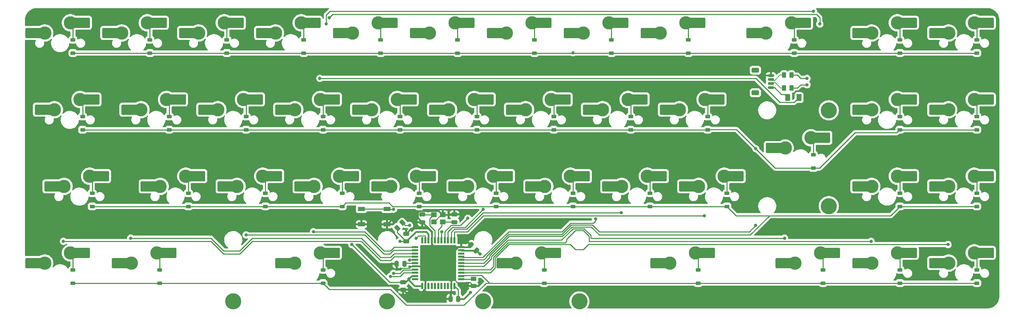
<source format=gbr>
%TF.GenerationSoftware,KiCad,Pcbnew,7.0.6*%
%TF.CreationDate,2023-07-09T11:59:42+02:00*%
%TF.ProjectId,cursed-scandinavian-iso-van,63757273-6564-42d7-9363-616e64696e61,rev?*%
%TF.SameCoordinates,Original*%
%TF.FileFunction,Copper,L2,Bot*%
%TF.FilePolarity,Positive*%
%FSLAX46Y46*%
G04 Gerber Fmt 4.6, Leading zero omitted, Abs format (unit mm)*
G04 Created by KiCad (PCBNEW 7.0.6) date 2023-07-09 11:59:42*
%MOMM*%
%LPD*%
G01*
G04 APERTURE LIST*
G04 Aperture macros list*
%AMRoundRect*
0 Rectangle with rounded corners*
0 $1 Rounding radius*
0 $2 $3 $4 $5 $6 $7 $8 $9 X,Y pos of 4 corners*
0 Add a 4 corners polygon primitive as box body*
4,1,4,$2,$3,$4,$5,$6,$7,$8,$9,$2,$3,0*
0 Add four circle primitives for the rounded corners*
1,1,$1+$1,$2,$3*
1,1,$1+$1,$4,$5*
1,1,$1+$1,$6,$7*
1,1,$1+$1,$8,$9*
0 Add four rect primitives between the rounded corners*
20,1,$1+$1,$2,$3,$4,$5,0*
20,1,$1+$1,$4,$5,$6,$7,0*
20,1,$1+$1,$6,$7,$8,$9,0*
20,1,$1+$1,$8,$9,$2,$3,0*%
G04 Aperture macros list end*
%TA.AperFunction,ComponentPad*%
%ADD10C,4.000000*%
%TD*%
%TA.AperFunction,ComponentPad*%
%ADD11C,3.300000*%
%TD*%
%TA.AperFunction,SMDPad,CuDef*%
%ADD12R,1.650000X2.500000*%
%TD*%
%TA.AperFunction,SMDPad,CuDef*%
%ADD13RoundRect,0.250000X1.025000X1.000000X-1.025000X1.000000X-1.025000X-1.000000X1.025000X-1.000000X0*%
%TD*%
%TA.AperFunction,SMDPad,CuDef*%
%ADD14R,1.400000X1.200000*%
%TD*%
%TA.AperFunction,SMDPad,CuDef*%
%ADD15R,1.500000X0.550000*%
%TD*%
%TA.AperFunction,SMDPad,CuDef*%
%ADD16R,0.550000X1.500000*%
%TD*%
%TA.AperFunction,SMDPad,CuDef*%
%ADD17R,1.700000X1.000000*%
%TD*%
%TA.AperFunction,SMDPad,CuDef*%
%ADD18RoundRect,0.250000X-0.450000X0.262500X-0.450000X-0.262500X0.450000X-0.262500X0.450000X0.262500X0*%
%TD*%
%TA.AperFunction,SMDPad,CuDef*%
%ADD19RoundRect,0.250000X-0.262500X-0.450000X0.262500X-0.450000X0.262500X0.450000X-0.262500X0.450000X0*%
%TD*%
%TA.AperFunction,SMDPad,CuDef*%
%ADD20RoundRect,0.250000X0.132583X-0.503814X0.503814X-0.132583X-0.132583X0.503814X-0.503814X0.132583X0*%
%TD*%
%TA.AperFunction,SMDPad,CuDef*%
%ADD21RoundRect,0.150000X0.625000X-0.150000X0.625000X0.150000X-0.625000X0.150000X-0.625000X-0.150000X0*%
%TD*%
%TA.AperFunction,SMDPad,CuDef*%
%ADD22RoundRect,0.250000X0.650000X-0.350000X0.650000X0.350000X-0.650000X0.350000X-0.650000X-0.350000X0*%
%TD*%
%TA.AperFunction,SMDPad,CuDef*%
%ADD23RoundRect,0.250000X-0.375000X-0.625000X0.375000X-0.625000X0.375000X0.625000X-0.375000X0.625000X0*%
%TD*%
%TA.AperFunction,SMDPad,CuDef*%
%ADD24RoundRect,0.225000X0.375000X-0.225000X0.375000X0.225000X-0.375000X0.225000X-0.375000X-0.225000X0*%
%TD*%
%TA.AperFunction,SMDPad,CuDef*%
%ADD25RoundRect,0.250000X-0.475000X0.250000X-0.475000X-0.250000X0.475000X-0.250000X0.475000X0.250000X0*%
%TD*%
%TA.AperFunction,SMDPad,CuDef*%
%ADD26RoundRect,0.250000X0.250000X0.475000X-0.250000X0.475000X-0.250000X-0.475000X0.250000X-0.475000X0*%
%TD*%
%TA.AperFunction,SMDPad,CuDef*%
%ADD27RoundRect,0.250000X0.475000X-0.250000X0.475000X0.250000X-0.475000X0.250000X-0.475000X-0.250000X0*%
%TD*%
%TA.AperFunction,SMDPad,CuDef*%
%ADD28RoundRect,0.250000X0.512652X0.159099X0.159099X0.512652X-0.512652X-0.159099X-0.159099X-0.512652X0*%
%TD*%
%TA.AperFunction,ViaPad*%
%ADD29C,0.800000*%
%TD*%
%TA.AperFunction,Conductor*%
%ADD30C,0.254000*%
%TD*%
%TA.AperFunction,Conductor*%
%ADD31C,0.381000*%
%TD*%
%TA.AperFunction,Conductor*%
%ADD32C,0.200000*%
%TD*%
%TA.AperFunction,Conductor*%
%ADD33C,0.250000*%
%TD*%
G04 APERTURE END LIST*
D10*
%TO.P,S3,*%
%TO.N,*%
X223678750Y-50006250D03*
X223678750Y-73818750D03*
%TD*%
D11*
%TO.P,MX37,1,1*%
%TO.N,COL1*%
X50958750Y-87947500D03*
D12*
X49133750Y-87947500D03*
D13*
X47408750Y-87947500D03*
%TO.P,MX37,2,2*%
%TO.N,Net-(D37-A)*%
X60858750Y-85407500D03*
D12*
X59108750Y-85407500D03*
D11*
X57308750Y-85407500D03*
%TD*%
%TO.P,MX40,1,1*%
%TO.N,COL8*%
X184308750Y-87947500D03*
D12*
X182483750Y-87947500D03*
D13*
X180758750Y-87947500D03*
%TO.P,MX40,2,2*%
%TO.N,Net-(D40-A)*%
X194208750Y-85407500D03*
D12*
X192458750Y-85407500D03*
D11*
X190658750Y-85407500D03*
%TD*%
D10*
%TO.P,S2,*%
%TO.N,*%
X161925000Y-97472500D03*
X138112500Y-97472500D03*
%TD*%
%TO.P,S1,*%
%TO.N,*%
X76200000Y-97472500D03*
X114300000Y-97472500D03*
%TD*%
D14*
%TO.P,Y1,1,1*%
%TO.N,XTAL1*%
X128100000Y-77687501D03*
%TO.P,Y1,2,2*%
%TO.N,GND*%
X125900000Y-77687501D03*
%TO.P,Y1,3,3*%
%TO.N,XTAL2*%
X125900000Y-75987501D03*
%TO.P,Y1,4,4*%
%TO.N,GND*%
X128100000Y-75987501D03*
%TD*%
D15*
%TO.P,U1,1,PE6*%
%TO.N,unconnected-(U1-PE6-Pad1)*%
X121268750Y-91962500D03*
%TO.P,U1,2,UVCC*%
%TO.N,+5V*%
X121268750Y-91162500D03*
%TO.P,U1,3,D-*%
%TO.N,Net-(U1-D-)*%
X121268750Y-90362500D03*
%TO.P,U1,4,D+*%
%TO.N,Net-(U1-D+)*%
X121268750Y-89562500D03*
%TO.P,U1,5,UGND*%
%TO.N,GND*%
X121268750Y-88762500D03*
%TO.P,U1,6,UCAP*%
%TO.N,Net-(U1-UCAP)*%
X121268750Y-87962500D03*
%TO.P,U1,7,VBUS*%
%TO.N,+5V*%
X121268750Y-87162500D03*
%TO.P,U1,8,PB0*%
%TO.N,COL0*%
X121268750Y-86362500D03*
%TO.P,U1,9,PB1*%
%TO.N,COL1*%
X121268750Y-85562500D03*
%TO.P,U1,10,PB2*%
%TO.N,COL2*%
X121268750Y-84762500D03*
%TO.P,U1,11,PB3*%
%TO.N,COL3*%
X121268750Y-83962500D03*
D16*
%TO.P,U1,12,PB7*%
%TO.N,unconnected-(U1-PB7-Pad12)*%
X122968750Y-82262500D03*
%TO.P,U1,13,~{RESET}*%
%TO.N,Net-(U1-~{RESET})*%
X123768750Y-82262500D03*
%TO.P,U1,14,VCC*%
%TO.N,+5V*%
X124568750Y-82262500D03*
%TO.P,U1,15,GND*%
%TO.N,GND*%
X125368750Y-82262500D03*
%TO.P,U1,16,XTAL2*%
%TO.N,XTAL2*%
X126168750Y-82262500D03*
%TO.P,U1,17,XTAL1*%
%TO.N,XTAL1*%
X126968750Y-82262500D03*
%TO.P,U1,18,PD0*%
%TO.N,COL4*%
X127768750Y-82262500D03*
%TO.P,U1,19,PD1*%
%TO.N,COL5*%
X128568750Y-82262500D03*
%TO.P,U1,20,PD2*%
%TO.N,COL6*%
X129368750Y-82262500D03*
%TO.P,U1,21,PD3*%
%TO.N,COL7*%
X130168750Y-82262500D03*
%TO.P,U1,22,PD5*%
%TO.N,COL8*%
X130968750Y-82262500D03*
D15*
%TO.P,U1,23,GND*%
%TO.N,GND*%
X132668750Y-83962500D03*
%TO.P,U1,24,AVCC*%
%TO.N,+5V*%
X132668750Y-84762500D03*
%TO.P,U1,25,PD4*%
%TO.N,unconnected-(U1-PD4-Pad25)*%
X132668750Y-85562500D03*
%TO.P,U1,26,PD6*%
%TO.N,ROW0*%
X132668750Y-86362500D03*
%TO.P,U1,27,PD7*%
%TO.N,ROW1*%
X132668750Y-87162500D03*
%TO.P,U1,28,PB4*%
%TO.N,ROW2*%
X132668750Y-87962500D03*
%TO.P,U1,29,PB5*%
%TO.N,COL9*%
X132668750Y-88762500D03*
%TO.P,U1,30,PB6*%
%TO.N,COL10*%
X132668750Y-89562500D03*
%TO.P,U1,31,PC6*%
%TO.N,COL11*%
X132668750Y-90362500D03*
%TO.P,U1,32,PC7*%
%TO.N,ROW3*%
X132668750Y-91162500D03*
%TO.P,U1,33,~{HWB}/PE2*%
%TO.N,Net-(U1-~{HWB}{slash}PE2)*%
X132668750Y-91962500D03*
D16*
%TO.P,U1,34,VCC*%
%TO.N,+5V*%
X130968750Y-93662500D03*
%TO.P,U1,35,GND*%
%TO.N,GND*%
X130168750Y-93662500D03*
%TO.P,U1,36,PF7*%
%TO.N,unconnected-(U1-PF7-Pad36)*%
X129368750Y-93662500D03*
%TO.P,U1,37,PF6*%
%TO.N,unconnected-(U1-PF6-Pad37)*%
X128568750Y-93662500D03*
%TO.P,U1,38,PF5*%
%TO.N,unconnected-(U1-PF5-Pad38)*%
X127768750Y-93662500D03*
%TO.P,U1,39,PF4*%
%TO.N,unconnected-(U1-PF4-Pad39)*%
X126968750Y-93662500D03*
%TO.P,U1,40,PF1*%
%TO.N,unconnected-(U1-PF1-Pad40)*%
X126168750Y-93662500D03*
%TO.P,U1,41,PF0*%
%TO.N,unconnected-(U1-PF0-Pad41)*%
X125368750Y-93662500D03*
%TO.P,U1,42,AREF*%
%TO.N,unconnected-(U1-AREF-Pad42)*%
X124568750Y-93662500D03*
%TO.P,U1,43,GND*%
%TO.N,GND*%
X123768750Y-93662500D03*
%TO.P,U1,44,AVCC*%
%TO.N,+5V*%
X122968750Y-93662500D03*
%TD*%
D17*
%TO.P,SW1,1,1*%
%TO.N,Net-(U1-~{RESET})*%
X114249999Y-74493749D03*
X107949999Y-74493749D03*
%TO.P,SW1,2,2*%
%TO.N,GND*%
X107949999Y-78293749D03*
X114249999Y-78293749D03*
%TD*%
D18*
%TO.P,R4,1*%
%TO.N,Net-(U1-~{HWB}{slash}PE2)*%
X135731250Y-91837500D03*
%TO.P,R4,2*%
%TO.N,GND*%
X135731250Y-93662500D03*
%TD*%
D19*
%TO.P,R3,1*%
%TO.N,D-*%
X212606250Y-44450000D03*
%TO.P,R3,2*%
%TO.N,Net-(U1-D-)*%
X214431250Y-44450000D03*
%TD*%
%TO.P,R2,1*%
%TO.N,D+*%
X212606250Y-41275000D03*
%TO.P,R2,2*%
%TO.N,Net-(U1-D+)*%
X214431250Y-41275000D03*
%TD*%
D20*
%TO.P,R1,1*%
%TO.N,+5V*%
X116829765Y-79226485D03*
%TO.P,R1,2*%
%TO.N,Net-(U1-~{RESET})*%
X118120235Y-77936015D03*
%TD*%
D11*
%TO.P,MX43,1,1*%
%TO.N,COL11*%
X253365000Y-87947500D03*
D12*
X251540000Y-87947500D03*
D13*
X249815000Y-87947500D03*
%TO.P,MX43,2,2*%
%TO.N,Net-(D43-A)*%
X263265000Y-85407500D03*
D12*
X261515000Y-85407500D03*
D11*
X259715000Y-85407500D03*
%TD*%
%TO.P,MX42,1,1*%
%TO.N,COL10*%
X234315000Y-87947500D03*
D12*
X232490000Y-87947500D03*
D13*
X230765000Y-87947500D03*
%TO.P,MX42,2,2*%
%TO.N,Net-(D42-A)*%
X244215000Y-85407500D03*
D12*
X242465000Y-85407500D03*
D11*
X240665000Y-85407500D03*
%TD*%
%TO.P,MX41,1,1*%
%TO.N,COL9*%
X215265000Y-87947500D03*
D12*
X213440000Y-87947500D03*
D13*
X211715000Y-87947500D03*
%TO.P,MX41,2,2*%
%TO.N,Net-(D41-A)*%
X225165000Y-85407500D03*
D12*
X223415000Y-85407500D03*
D11*
X221615000Y-85407500D03*
%TD*%
%TO.P,MX39,1,1*%
%TO.N,COL6*%
X146208750Y-87947500D03*
D12*
X144383750Y-87947500D03*
D13*
X142658750Y-87947500D03*
%TO.P,MX39,2,2*%
%TO.N,Net-(D39-A)*%
X156108750Y-85407500D03*
D12*
X154358750Y-85407500D03*
D11*
X152558750Y-85407500D03*
%TD*%
%TO.P,MX38,1,1*%
%TO.N,COL3*%
X91440000Y-87947500D03*
D12*
X89615000Y-87947500D03*
D13*
X87890000Y-87947500D03*
%TO.P,MX38,2,2*%
%TO.N,Net-(D38-A)*%
X101340000Y-85407500D03*
D12*
X99590000Y-85407500D03*
D11*
X97790000Y-85407500D03*
%TD*%
%TO.P,MX36,1,1*%
%TO.N,COL0*%
X29527500Y-87947500D03*
D12*
X27702500Y-87947500D03*
D13*
X25977500Y-87947500D03*
%TO.P,MX36,2,2*%
%TO.N,Net-(D36-A)*%
X39427500Y-85407500D03*
D12*
X37677500Y-85407500D03*
D11*
X35877500Y-85407500D03*
%TD*%
%TO.P,MX35,1,1*%
%TO.N,COL11*%
X253365000Y-68897500D03*
D12*
X251540000Y-68897500D03*
D13*
X249815000Y-68897500D03*
%TO.P,MX35,2,2*%
%TO.N,Net-(D35-A)*%
X263265000Y-66357500D03*
D12*
X261515000Y-66357500D03*
D11*
X259715000Y-66357500D03*
%TD*%
%TO.P,MX34,1,1*%
%TO.N,COL10*%
X234315000Y-68897500D03*
D12*
X232490000Y-68897500D03*
D13*
X230765000Y-68897500D03*
%TO.P,MX34,2,2*%
%TO.N,Net-(D34-A)*%
X244215000Y-66357500D03*
D12*
X242465000Y-66357500D03*
D11*
X240665000Y-66357500D03*
%TD*%
%TO.P,MX33,1,1*%
%TO.N,COL8*%
X191452500Y-68897500D03*
D12*
X189627500Y-68897500D03*
D13*
X187902500Y-68897500D03*
%TO.P,MX33,2,2*%
%TO.N,Net-(D33-A)*%
X201352500Y-66357500D03*
D12*
X199602500Y-66357500D03*
D11*
X197802500Y-66357500D03*
%TD*%
%TO.P,MX32,1,1*%
%TO.N,COL7*%
X172402500Y-68897500D03*
D12*
X170577500Y-68897500D03*
D13*
X168852500Y-68897500D03*
%TO.P,MX32,2,2*%
%TO.N,Net-(D32-A)*%
X182302500Y-66357500D03*
D12*
X180552500Y-66357500D03*
D11*
X178752500Y-66357500D03*
%TD*%
%TO.P,MX31,1,1*%
%TO.N,COL6*%
X153352500Y-68897500D03*
D12*
X151527500Y-68897500D03*
D13*
X149802500Y-68897500D03*
%TO.P,MX31,2,2*%
%TO.N,Net-(D31-A)*%
X163252500Y-66357500D03*
D12*
X161502500Y-66357500D03*
D11*
X159702500Y-66357500D03*
%TD*%
%TO.P,MX30,1,1*%
%TO.N,COL5*%
X134302500Y-68897500D03*
D12*
X132477500Y-68897500D03*
D13*
X130752500Y-68897500D03*
%TO.P,MX30,2,2*%
%TO.N,Net-(D30-A)*%
X144202500Y-66357500D03*
D12*
X142452500Y-66357500D03*
D11*
X140652500Y-66357500D03*
%TD*%
%TO.P,MX29,1,1*%
%TO.N,COL4*%
X115252500Y-68897500D03*
D12*
X113427500Y-68897500D03*
D13*
X111702500Y-68897500D03*
%TO.P,MX29,2,2*%
%TO.N,Net-(D29-A)*%
X125152500Y-66357500D03*
D12*
X123402500Y-66357500D03*
D11*
X121602500Y-66357500D03*
%TD*%
%TO.P,MX28,1,1*%
%TO.N,COL3*%
X96202500Y-68897500D03*
D12*
X94377500Y-68897500D03*
D13*
X92652500Y-68897500D03*
%TO.P,MX28,2,2*%
%TO.N,Net-(D28-A)*%
X106102500Y-66357500D03*
D12*
X104352500Y-66357500D03*
D11*
X102552500Y-66357500D03*
%TD*%
%TO.P,MX27,1,1*%
%TO.N,COL2*%
X77152500Y-68897500D03*
D12*
X75327500Y-68897500D03*
D13*
X73602500Y-68897500D03*
%TO.P,MX27,2,2*%
%TO.N,Net-(D27-A)*%
X87052500Y-66357500D03*
D12*
X85302500Y-66357500D03*
D11*
X83502500Y-66357500D03*
%TD*%
%TO.P,MX26,1,1*%
%TO.N,COL1*%
X58102500Y-68897500D03*
D12*
X56277500Y-68897500D03*
D13*
X54552500Y-68897500D03*
%TO.P,MX26,2,2*%
%TO.N,Net-(D26-A)*%
X68002500Y-66357500D03*
D12*
X66252500Y-66357500D03*
D11*
X64452500Y-66357500D03*
%TD*%
%TO.P,MX25,1,1*%
%TO.N,COL0*%
X34290000Y-68897500D03*
D12*
X32465000Y-68897500D03*
D13*
X30740000Y-68897500D03*
%TO.P,MX25,2,2*%
%TO.N,Net-(D25-A)*%
X44190000Y-66357500D03*
D12*
X42440000Y-66357500D03*
D11*
X40640000Y-66357500D03*
%TD*%
%TO.P,MX24,1,1*%
%TO.N,COL11*%
X253365000Y-49847500D03*
D12*
X251540000Y-49847500D03*
D13*
X249815000Y-49847500D03*
%TO.P,MX24,2,2*%
%TO.N,Net-(D24-A)*%
X263265000Y-47307500D03*
D12*
X261515000Y-47307500D03*
D11*
X259715000Y-47307500D03*
%TD*%
%TO.P,MX23,1,1*%
%TO.N,COL10*%
X234315000Y-49847500D03*
D12*
X232490000Y-49847500D03*
D13*
X230765000Y-49847500D03*
%TO.P,MX23,2,2*%
%TO.N,Net-(D23-A)*%
X244215000Y-47307500D03*
D12*
X242465000Y-47307500D03*
D11*
X240665000Y-47307500D03*
%TD*%
%TO.P,MX22,1,1*%
%TO.N,COL9*%
X212883750Y-59372500D03*
D12*
X211058750Y-59372500D03*
D13*
X209333750Y-59372500D03*
%TO.P,MX22,2,2*%
%TO.N,Net-(D22-A)*%
X222783750Y-56832500D03*
D12*
X221033750Y-56832500D03*
D11*
X219233750Y-56832500D03*
%TD*%
%TO.P,MX21,1,1*%
%TO.N,COL8*%
X186690000Y-49847500D03*
D12*
X184865000Y-49847500D03*
D13*
X183140000Y-49847500D03*
%TO.P,MX21,2,2*%
%TO.N,Net-(D21-A)*%
X196590000Y-47307500D03*
D12*
X194840000Y-47307500D03*
D11*
X193040000Y-47307500D03*
%TD*%
%TO.P,MX20,1,1*%
%TO.N,COL7*%
X167640000Y-49847500D03*
D12*
X165815000Y-49847500D03*
D13*
X164090000Y-49847500D03*
%TO.P,MX20,2,2*%
%TO.N,Net-(D20-A)*%
X177540000Y-47307500D03*
D12*
X175790000Y-47307500D03*
D11*
X173990000Y-47307500D03*
%TD*%
%TO.P,MX19,1,1*%
%TO.N,COL6*%
X148590000Y-49847500D03*
D12*
X146765000Y-49847500D03*
D13*
X145040000Y-49847500D03*
%TO.P,MX19,2,2*%
%TO.N,Net-(D19-A)*%
X158490000Y-47307500D03*
D12*
X156740000Y-47307500D03*
D11*
X154940000Y-47307500D03*
%TD*%
%TO.P,MX18,1,1*%
%TO.N,COL5*%
X129540000Y-49847500D03*
D12*
X127715000Y-49847500D03*
D13*
X125990000Y-49847500D03*
%TO.P,MX18,2,2*%
%TO.N,Net-(D18-A)*%
X139440000Y-47307500D03*
D12*
X137690000Y-47307500D03*
D11*
X135890000Y-47307500D03*
%TD*%
%TO.P,MX17,1,1*%
%TO.N,COL4*%
X110490000Y-49847500D03*
D12*
X108665000Y-49847500D03*
D13*
X106940000Y-49847500D03*
%TO.P,MX17,2,2*%
%TO.N,Net-(D17-A)*%
X120390000Y-47307500D03*
D12*
X118640000Y-47307500D03*
D11*
X116840000Y-47307500D03*
%TD*%
%TO.P,MX16,1,1*%
%TO.N,COL3*%
X91440000Y-49847500D03*
D12*
X89615000Y-49847500D03*
D13*
X87890000Y-49847500D03*
%TO.P,MX16,2,2*%
%TO.N,Net-(D16-A)*%
X101340000Y-47307500D03*
D12*
X99590000Y-47307500D03*
D11*
X97790000Y-47307500D03*
%TD*%
%TO.P,MX15,1,1*%
%TO.N,COL2*%
X72390000Y-49847500D03*
D12*
X70565000Y-49847500D03*
D13*
X68840000Y-49847500D03*
%TO.P,MX15,2,2*%
%TO.N,Net-(D15-A)*%
X82290000Y-47307500D03*
D12*
X80540000Y-47307500D03*
D11*
X78740000Y-47307500D03*
%TD*%
%TO.P,MX14,1,1*%
%TO.N,COL1*%
X53340000Y-49847500D03*
D12*
X51515000Y-49847500D03*
D13*
X49790000Y-49847500D03*
%TO.P,MX14,2,2*%
%TO.N,Net-(D14-A)*%
X63240000Y-47307500D03*
D12*
X61490000Y-47307500D03*
D11*
X59690000Y-47307500D03*
%TD*%
%TO.P,MX13,1,1*%
%TO.N,COL0*%
X31908750Y-49847500D03*
D12*
X30083750Y-49847500D03*
D13*
X28358750Y-49847500D03*
%TO.P,MX13,2,2*%
%TO.N,Net-(D13-A)*%
X41808750Y-47307500D03*
D12*
X40058750Y-47307500D03*
D11*
X38258750Y-47307500D03*
%TD*%
%TO.P,MX12,1,1*%
%TO.N,COL11*%
X253365000Y-30797500D03*
D12*
X251540000Y-30797500D03*
D13*
X249815000Y-30797500D03*
%TO.P,MX12,2,2*%
%TO.N,Net-(D12-A)*%
X263265000Y-28257500D03*
D12*
X261515000Y-28257500D03*
D11*
X259715000Y-28257500D03*
%TD*%
%TO.P,MX11,1,1*%
%TO.N,COL10*%
X234315000Y-30797500D03*
D12*
X232490000Y-30797500D03*
D13*
X230765000Y-30797500D03*
%TO.P,MX11,2,2*%
%TO.N,Net-(D11-A)*%
X244215000Y-28257500D03*
D12*
X242465000Y-28257500D03*
D11*
X240665000Y-28257500D03*
%TD*%
%TO.P,MX10,1,1*%
%TO.N,COL9*%
X208121250Y-30797500D03*
D12*
X206296250Y-30797500D03*
D13*
X204571250Y-30797500D03*
%TO.P,MX10,2,2*%
%TO.N,Net-(D10-A)*%
X218021250Y-28257500D03*
D12*
X216271250Y-28257500D03*
D11*
X214471250Y-28257500D03*
%TD*%
%TO.P,MX9,1,1*%
%TO.N,COL8*%
X181927500Y-30797500D03*
D12*
X180102500Y-30797500D03*
D13*
X178377500Y-30797500D03*
%TO.P,MX9,2,2*%
%TO.N,Net-(D9-A)*%
X191827500Y-28257500D03*
D12*
X190077500Y-28257500D03*
D11*
X188277500Y-28257500D03*
%TD*%
%TO.P,MX8,1,1*%
%TO.N,COL7*%
X162877500Y-30797500D03*
D12*
X161052500Y-30797500D03*
D13*
X159327500Y-30797500D03*
%TO.P,MX8,2,2*%
%TO.N,Net-(D8-A)*%
X172777500Y-28257500D03*
D12*
X171027500Y-28257500D03*
D11*
X169227500Y-28257500D03*
%TD*%
%TO.P,MX7,1,1*%
%TO.N,COL6*%
X143827500Y-30797500D03*
D12*
X142002500Y-30797500D03*
D13*
X140277500Y-30797500D03*
%TO.P,MX7,2,2*%
%TO.N,Net-(D7-A)*%
X153727500Y-28257500D03*
D12*
X151977500Y-28257500D03*
D11*
X150177500Y-28257500D03*
%TD*%
%TO.P,MX6,1,1*%
%TO.N,COL5*%
X124777500Y-30797500D03*
D12*
X122952500Y-30797500D03*
D13*
X121227500Y-30797500D03*
%TO.P,MX6,2,2*%
%TO.N,Net-(D6-A)*%
X134677500Y-28257500D03*
D12*
X132927500Y-28257500D03*
D11*
X131127500Y-28257500D03*
%TD*%
%TO.P,MX5,1,1*%
%TO.N,COL4*%
X105727500Y-30797500D03*
D12*
X103902500Y-30797500D03*
D13*
X102177500Y-30797500D03*
%TO.P,MX5,2,2*%
%TO.N,Net-(D5-A)*%
X115627500Y-28257500D03*
D12*
X113877500Y-28257500D03*
D11*
X112077500Y-28257500D03*
%TD*%
%TO.P,MX4,1,1*%
%TO.N,COL3*%
X86677500Y-30797500D03*
D12*
X84852500Y-30797500D03*
D13*
X83127500Y-30797500D03*
%TO.P,MX4,2,2*%
%TO.N,Net-(D4-A)*%
X96577500Y-28257500D03*
D12*
X94827500Y-28257500D03*
D11*
X93027500Y-28257500D03*
%TD*%
%TO.P,MX3,1,1*%
%TO.N,COL2*%
X67627500Y-30797500D03*
D12*
X65802500Y-30797500D03*
D13*
X64077500Y-30797500D03*
%TO.P,MX3,2,2*%
%TO.N,Net-(D3-A)*%
X77527500Y-28257500D03*
D12*
X75777500Y-28257500D03*
D11*
X73977500Y-28257500D03*
%TD*%
%TO.P,MX2,1,1*%
%TO.N,COL1*%
X48577500Y-30797500D03*
D12*
X46752500Y-30797500D03*
D13*
X45027500Y-30797500D03*
%TO.P,MX2,2,2*%
%TO.N,Net-(D2-A)*%
X58477500Y-28257500D03*
D12*
X56727500Y-28257500D03*
D11*
X54927500Y-28257500D03*
%TD*%
%TO.P,MX1,1,1*%
%TO.N,COL0*%
X29527500Y-30797500D03*
D12*
X27702500Y-30797500D03*
D13*
X25977500Y-30797500D03*
%TO.P,MX1,2,2*%
%TO.N,Net-(D1-A)*%
X39427500Y-28257500D03*
D12*
X37677500Y-28257500D03*
D11*
X35877500Y-28257500D03*
%TD*%
D21*
%TO.P,J1,1,Pin_1*%
%TO.N,VCC*%
X209356250Y-44362500D03*
%TO.P,J1,2,Pin_2*%
%TO.N,D-*%
X209356250Y-43362500D03*
%TO.P,J1,3,Pin_3*%
%TO.N,D+*%
X209356250Y-42362500D03*
%TO.P,J1,4,Pin_4*%
%TO.N,GND*%
X209356250Y-41362500D03*
D22*
%TO.P,J1,MP*%
%TO.N,N/C*%
X205481250Y-40062500D03*
X205481250Y-45662500D03*
%TD*%
D23*
%TO.P,F1,1*%
%TO.N,VCC*%
X213518750Y-46831250D03*
%TO.P,F1,2*%
%TO.N,+5V*%
X216318750Y-46831250D03*
%TD*%
D24*
%TO.P,D43,1,K*%
%TO.N,ROW3*%
X260350000Y-92931250D03*
%TO.P,D43,2,A*%
%TO.N,Net-(D43-A)*%
X260350000Y-89631250D03*
%TD*%
%TO.P,D42,1,K*%
%TO.N,ROW3*%
X241300000Y-92931250D03*
%TO.P,D42,2,A*%
%TO.N,Net-(D42-A)*%
X241300000Y-89631250D03*
%TD*%
%TO.P,D41,1,K*%
%TO.N,ROW3*%
X222250000Y-92931250D03*
%TO.P,D41,2,A*%
%TO.N,Net-(D41-A)*%
X222250000Y-89631250D03*
%TD*%
%TO.P,D40,1,K*%
%TO.N,ROW3*%
X191293750Y-92931250D03*
%TO.P,D40,2,A*%
%TO.N,Net-(D40-A)*%
X191293750Y-89631250D03*
%TD*%
%TO.P,D39,1,K*%
%TO.N,ROW3*%
X153193750Y-92931250D03*
%TO.P,D39,2,A*%
%TO.N,Net-(D39-A)*%
X153193750Y-89631250D03*
%TD*%
%TO.P,D38,1,K*%
%TO.N,ROW3*%
X98425000Y-92931250D03*
%TO.P,D38,2,A*%
%TO.N,Net-(D38-A)*%
X98425000Y-89631250D03*
%TD*%
%TO.P,D37,1,K*%
%TO.N,ROW3*%
X57943750Y-92931250D03*
%TO.P,D37,2,A*%
%TO.N,Net-(D37-A)*%
X57943750Y-89631250D03*
%TD*%
%TO.P,D36,1,K*%
%TO.N,ROW3*%
X36512500Y-92931250D03*
%TO.P,D36,2,A*%
%TO.N,Net-(D36-A)*%
X36512500Y-89631250D03*
%TD*%
%TO.P,D35,1,K*%
%TO.N,ROW2*%
X260350000Y-73881250D03*
%TO.P,D35,2,A*%
%TO.N,Net-(D35-A)*%
X260350000Y-70581250D03*
%TD*%
%TO.P,D34,1,K*%
%TO.N,ROW2*%
X241300000Y-73881250D03*
%TO.P,D34,2,A*%
%TO.N,Net-(D34-A)*%
X241300000Y-70581250D03*
%TD*%
%TO.P,D33,1,K*%
%TO.N,ROW2*%
X198437500Y-73881250D03*
%TO.P,D33,2,A*%
%TO.N,Net-(D33-A)*%
X198437500Y-70581250D03*
%TD*%
%TO.P,D32,1,K*%
%TO.N,ROW2*%
X179387500Y-73881250D03*
%TO.P,D32,2,A*%
%TO.N,Net-(D32-A)*%
X179387500Y-70581250D03*
%TD*%
%TO.P,D31,1,K*%
%TO.N,ROW2*%
X160337500Y-73881250D03*
%TO.P,D31,2,A*%
%TO.N,Net-(D31-A)*%
X160337500Y-70581250D03*
%TD*%
%TO.P,D30,1,K*%
%TO.N,ROW2*%
X141287500Y-73881250D03*
%TO.P,D30,2,A*%
%TO.N,Net-(D30-A)*%
X141287500Y-70581250D03*
%TD*%
%TO.P,D29,1,K*%
%TO.N,ROW2*%
X122237500Y-73881250D03*
%TO.P,D29,2,A*%
%TO.N,Net-(D29-A)*%
X122237500Y-70581250D03*
%TD*%
%TO.P,D28,1,K*%
%TO.N,ROW2*%
X103187500Y-73881250D03*
%TO.P,D28,2,A*%
%TO.N,Net-(D28-A)*%
X103187500Y-70581250D03*
%TD*%
%TO.P,D27,1,K*%
%TO.N,ROW2*%
X84137500Y-73881250D03*
%TO.P,D27,2,A*%
%TO.N,Net-(D27-A)*%
X84137500Y-70581250D03*
%TD*%
%TO.P,D26,1,K*%
%TO.N,ROW2*%
X65087500Y-73881250D03*
%TO.P,D26,2,A*%
%TO.N,Net-(D26-A)*%
X65087500Y-70581250D03*
%TD*%
%TO.P,D25,1,K*%
%TO.N,ROW2*%
X41275000Y-73881250D03*
%TO.P,D25,2,A*%
%TO.N,Net-(D25-A)*%
X41275000Y-70581250D03*
%TD*%
%TO.P,D24,1,K*%
%TO.N,ROW1*%
X260350000Y-54831250D03*
%TO.P,D24,2,A*%
%TO.N,Net-(D24-A)*%
X260350000Y-51531250D03*
%TD*%
%TO.P,D23,1,K*%
%TO.N,ROW1*%
X241300000Y-54831250D03*
%TO.P,D23,2,A*%
%TO.N,Net-(D23-A)*%
X241300000Y-51531250D03*
%TD*%
%TO.P,D22,1,K*%
%TO.N,ROW1*%
X219868750Y-64356250D03*
%TO.P,D22,2,A*%
%TO.N,Net-(D22-A)*%
X219868750Y-61056250D03*
%TD*%
%TO.P,D21,1,K*%
%TO.N,ROW1*%
X193675000Y-54831250D03*
%TO.P,D21,2,A*%
%TO.N,Net-(D21-A)*%
X193675000Y-51531250D03*
%TD*%
%TO.P,D20,1,K*%
%TO.N,ROW1*%
X174625000Y-54831250D03*
%TO.P,D20,2,A*%
%TO.N,Net-(D20-A)*%
X174625000Y-51531250D03*
%TD*%
%TO.P,D19,1,K*%
%TO.N,ROW1*%
X155575000Y-54831250D03*
%TO.P,D19,2,A*%
%TO.N,Net-(D19-A)*%
X155575000Y-51531250D03*
%TD*%
%TO.P,D18,1,K*%
%TO.N,ROW1*%
X136525000Y-54831250D03*
%TO.P,D18,2,A*%
%TO.N,Net-(D18-A)*%
X136525000Y-51531250D03*
%TD*%
%TO.P,D17,1,K*%
%TO.N,ROW1*%
X117475000Y-54831250D03*
%TO.P,D17,2,A*%
%TO.N,Net-(D17-A)*%
X117475000Y-51531250D03*
%TD*%
%TO.P,D16,1,K*%
%TO.N,ROW1*%
X98425000Y-54831250D03*
%TO.P,D16,2,A*%
%TO.N,Net-(D16-A)*%
X98425000Y-51531250D03*
%TD*%
%TO.P,D15,1,K*%
%TO.N,ROW1*%
X79375000Y-54831250D03*
%TO.P,D15,2,A*%
%TO.N,Net-(D15-A)*%
X79375000Y-51531250D03*
%TD*%
%TO.P,D14,1,K*%
%TO.N,ROW1*%
X60325000Y-54831250D03*
%TO.P,D14,2,A*%
%TO.N,Net-(D14-A)*%
X60325000Y-51531250D03*
%TD*%
%TO.P,D13,1,K*%
%TO.N,ROW1*%
X38893750Y-54831250D03*
%TO.P,D13,2,A*%
%TO.N,Net-(D13-A)*%
X38893750Y-51531250D03*
%TD*%
%TO.P,D12,1,K*%
%TO.N,ROW0*%
X260350000Y-35781250D03*
%TO.P,D12,2,A*%
%TO.N,Net-(D12-A)*%
X260350000Y-32481250D03*
%TD*%
%TO.P,D11,1,K*%
%TO.N,ROW0*%
X241300000Y-35781250D03*
%TO.P,D11,2,A*%
%TO.N,Net-(D11-A)*%
X241300000Y-32481250D03*
%TD*%
%TO.P,D10,1,K*%
%TO.N,ROW0*%
X215106250Y-35781250D03*
%TO.P,D10,2,A*%
%TO.N,Net-(D10-A)*%
X215106250Y-32481250D03*
%TD*%
%TO.P,D9,1,K*%
%TO.N,ROW0*%
X188912500Y-35781250D03*
%TO.P,D9,2,A*%
%TO.N,Net-(D9-A)*%
X188912500Y-32481250D03*
%TD*%
%TO.P,D8,1,K*%
%TO.N,ROW0*%
X169862500Y-35781250D03*
%TO.P,D8,2,A*%
%TO.N,Net-(D8-A)*%
X169862500Y-32481250D03*
%TD*%
%TO.P,D7,1,K*%
%TO.N,ROW0*%
X150812500Y-35781250D03*
%TO.P,D7,2,A*%
%TO.N,Net-(D7-A)*%
X150812500Y-32481250D03*
%TD*%
%TO.P,D6,1,K*%
%TO.N,ROW0*%
X131762500Y-35781250D03*
%TO.P,D6,2,A*%
%TO.N,Net-(D6-A)*%
X131762500Y-32481250D03*
%TD*%
%TO.P,D5,1,K*%
%TO.N,ROW0*%
X112712500Y-35781250D03*
%TO.P,D5,2,A*%
%TO.N,Net-(D5-A)*%
X112712500Y-32481250D03*
%TD*%
%TO.P,D4,1,K*%
%TO.N,ROW0*%
X93662500Y-35781250D03*
%TO.P,D4,2,A*%
%TO.N,Net-(D4-A)*%
X93662500Y-32481250D03*
%TD*%
%TO.P,D3,1,K*%
%TO.N,ROW0*%
X74612500Y-35781250D03*
%TO.P,D3,2,A*%
%TO.N,Net-(D3-A)*%
X74612500Y-32481250D03*
%TD*%
%TO.P,D2,1,K*%
%TO.N,ROW0*%
X55562500Y-35781250D03*
%TO.P,D2,2,A*%
%TO.N,Net-(D2-A)*%
X55562500Y-32481250D03*
%TD*%
%TO.P,D1,1,K*%
%TO.N,ROW0*%
X36512500Y-35781250D03*
%TO.P,D1,2,A*%
%TO.N,Net-(D1-A)*%
X36512500Y-32481250D03*
%TD*%
D25*
%TO.P,C7,1*%
%TO.N,+5V*%
X118268750Y-92712500D03*
%TO.P,C7,2*%
%TO.N,GND*%
X118268750Y-94612500D03*
%TD*%
D26*
%TO.P,C6,1*%
%TO.N,+5V*%
X131918750Y-96837500D03*
%TO.P,C6,2*%
%TO.N,GND*%
X130018750Y-96837500D03*
%TD*%
D27*
%TO.P,C5,1*%
%TO.N,+5V*%
X119062500Y-82550001D03*
%TO.P,C5,2*%
%TO.N,GND*%
X119062500Y-80650001D03*
%TD*%
D28*
%TO.P,C4,1*%
%TO.N,+5V*%
X136403001Y-84809251D03*
%TO.P,C4,2*%
%TO.N,GND*%
X135059499Y-83465749D03*
%TD*%
D27*
%TO.P,C3,1*%
%TO.N,GND*%
X123031250Y-77787501D03*
%TO.P,C3,2*%
%TO.N,XTAL2*%
X123031250Y-75887501D03*
%TD*%
D25*
%TO.P,C2,1*%
%TO.N,GND*%
X130968750Y-75887501D03*
%TO.P,C2,2*%
%TO.N,XTAL1*%
X130968750Y-77787501D03*
%TD*%
D26*
%TO.P,C1,1*%
%TO.N,Net-(U1-UCAP)*%
X118581249Y-88106250D03*
%TO.P,C1,2*%
%TO.N,GND*%
X116681249Y-88106250D03*
%TD*%
D29*
%TO.N,Net-(U1-D+)*%
X115887500Y-90487500D03*
%TO.N,Net-(U1-D-)*%
X115093750Y-91281250D03*
%TO.N,GND*%
X133350000Y-93662500D03*
%TO.N,+5V*%
X97631250Y-42068750D03*
X105568750Y-83343750D03*
%TO.N,Net-(U1-~{RESET})*%
X115887500Y-74612500D03*
%TO.N,ROW1*%
X205581250Y-78581250D03*
X205581250Y-59531250D03*
%TO.N,ROW0*%
X165893750Y-76993750D03*
X160337500Y-35718750D03*
%TO.N,COL9*%
X212725000Y-81756250D03*
%TO.N,COL10*%
X234156250Y-82550000D03*
%TO.N,COL11*%
X253206250Y-83343750D03*
%TO.N,COL6*%
X138112500Y-74612500D03*
%TO.N,COL5*%
X134302500Y-76835000D03*
%TO.N,COL4*%
X127793750Y-80168750D03*
%TO.N,COL8*%
X192881250Y-76200000D03*
%TO.N,COL7*%
X172243750Y-75406250D03*
%TO.N,COL2*%
X79375000Y-80962500D03*
%TO.N,COL3*%
X96043750Y-80168750D03*
%TO.N,COL1*%
X50800000Y-81756250D03*
%TO.N,COL0*%
X34131250Y-82550000D03*
%TO.N,Net-(U1-D-)*%
X219868750Y-25400000D03*
%TO.N,Net-(U1-D+)*%
X221456250Y-28575000D03*
%TO.N,Net-(U1-D-)*%
X218281250Y-43656250D03*
%TO.N,Net-(U1-D+)*%
X218281250Y-42068750D03*
X100012500Y-26987500D03*
%TO.N,Net-(U1-D-)*%
X99218750Y-28575000D03*
%TO.N,+5V*%
X119856250Y-87236000D03*
X117475000Y-82550000D03*
X119668750Y-91887500D03*
%TO.N,Net-(U1-~{RESET})*%
X121443750Y-81756250D03*
X119856250Y-78581250D03*
%TO.N,+5V*%
X137318750Y-85725000D03*
X134937500Y-95250000D03*
%TD*%
D30*
%TO.N,GND*%
X116681249Y-88899999D02*
X116681249Y-88106250D01*
X117475000Y-89693750D02*
X116681249Y-88899999D01*
X119805500Y-89221750D02*
X117947000Y-89221750D01*
X120264750Y-88762500D02*
X119805500Y-89221750D01*
X117947000Y-89221750D02*
X117475000Y-89693750D01*
X121268750Y-88762500D02*
X120264750Y-88762500D01*
%TO.N,Net-(U1-D+)*%
X117475000Y-90487500D02*
X115887500Y-90487500D01*
X121155500Y-89675750D02*
X121268750Y-89562500D01*
X118286750Y-89675750D02*
X121155500Y-89675750D01*
X117475000Y-90487500D02*
X118286750Y-89675750D01*
%TO.N,Net-(U1-D-)*%
X117475000Y-91281250D02*
X115093750Y-91281250D01*
X118393750Y-90362500D02*
X117475000Y-91281250D01*
X121268750Y-90362500D02*
X118393750Y-90362500D01*
%TO.N,GND*%
X131669190Y-92781690D02*
X130168750Y-91281250D01*
X134850440Y-92781690D02*
X131669190Y-92781690D01*
D31*
X130168750Y-91281250D02*
X130168750Y-85725000D01*
X130168750Y-93662500D02*
X130168750Y-91281250D01*
D30*
X135731250Y-93662500D02*
X134850440Y-92781690D01*
%TO.N,Net-(D18-A)*%
X135890000Y-47307500D02*
X136525000Y-47942500D01*
X136525000Y-47942500D02*
X136525000Y-51531250D01*
D31*
%TO.N,+5V*%
X136403001Y-84809251D02*
X137318750Y-85725000D01*
X132715501Y-84809251D02*
X132668750Y-84762500D01*
X136403001Y-84809251D02*
X132715501Y-84809251D01*
%TO.N,GND*%
X134562748Y-83962500D02*
X135059499Y-83465749D01*
X132668750Y-83962500D02*
X134562748Y-83962500D01*
X131931250Y-83962500D02*
X132668750Y-83962500D01*
X130168750Y-85725000D02*
X131931250Y-83962500D01*
D30*
%TO.N,COL10*%
X164295900Y-82550000D02*
X234156250Y-82550000D01*
X162907059Y-79861600D02*
X164295900Y-81250441D01*
X158750000Y-82054541D02*
X160942941Y-79861600D01*
X158750000Y-82550000D02*
X158750000Y-82054541D01*
X160942941Y-79861600D02*
X162907059Y-79861600D01*
X144233447Y-82889750D02*
X158410250Y-82889750D01*
X158410250Y-82889750D02*
X158750000Y-82550000D01*
X140602750Y-86520447D02*
X144233447Y-82889750D01*
X139831250Y-89562500D02*
X140602750Y-88791000D01*
X137981250Y-89562500D02*
X139831250Y-89562500D01*
X164295900Y-81250441D02*
X164295900Y-82550000D01*
X140602750Y-88791000D02*
X140602750Y-86520447D01*
%TO.N,COL11*%
X164166709Y-83343750D02*
X253206250Y-83343750D01*
X162907059Y-84603400D02*
X164166709Y-83343750D01*
X160942941Y-84603400D02*
X162907059Y-84603400D01*
X141056750Y-86708499D02*
X144421499Y-83343750D01*
X159683291Y-83343750D02*
X160942941Y-84603400D01*
X141056750Y-89130750D02*
X141056750Y-86708499D01*
X139825000Y-90362500D02*
X141056750Y-89130750D01*
X137987500Y-90362500D02*
X139825000Y-90362500D01*
X144421499Y-83343750D02*
X159683291Y-83343750D01*
D31*
%TO.N,+5V*%
X134937500Y-95250000D02*
X133350000Y-96837500D01*
X133350000Y-96837500D02*
X131918750Y-96837500D01*
D30*
X131918750Y-94612500D02*
X130968750Y-93662500D01*
X131918750Y-96837500D02*
X131918750Y-94612500D01*
%TO.N,GND*%
X130168750Y-96687500D02*
X130168750Y-93662500D01*
X130018750Y-96837500D02*
X130168750Y-96687500D01*
X107949999Y-78293749D02*
X114249999Y-78293749D01*
%TO.N,Net-(U1-~{RESET})*%
X107949999Y-74493749D02*
X114249999Y-74493749D01*
%TO.N,+5V*%
X215116750Y-48033250D02*
X216318750Y-46831250D01*
X211577420Y-48033250D02*
X215116750Y-48033250D01*
X97631250Y-42068750D02*
X205612920Y-42068750D01*
X205612920Y-42068750D02*
X211577420Y-48033250D01*
X118268750Y-92712500D02*
X114937500Y-92712500D01*
X114937500Y-92712500D02*
X105568750Y-83343750D01*
%TO.N,Net-(D10-A)*%
X215106250Y-28892500D02*
X215106250Y-32481250D01*
X214471250Y-28257500D02*
X215106250Y-28892500D01*
%TO.N,VCC*%
X211931250Y-46037500D02*
X210256250Y-44362500D01*
X212725000Y-46037500D02*
X211931250Y-46037500D01*
X210256250Y-44362500D02*
X209356250Y-44362500D01*
X213518750Y-46831250D02*
X212725000Y-46037500D01*
%TO.N,COL9*%
X138250000Y-88762500D02*
X132668750Y-88762500D01*
X140148750Y-86863750D02*
X138250000Y-88762500D01*
X140148750Y-86332395D02*
X140148750Y-86863750D01*
X144270895Y-82210250D02*
X140148750Y-86332395D01*
X157502250Y-82210250D02*
X144270895Y-82210250D01*
X164749900Y-81062389D02*
X163095111Y-79407600D01*
X163095111Y-79407600D02*
X160304900Y-79407600D01*
X164749900Y-81756250D02*
X164749900Y-81062389D01*
X160304900Y-79407600D02*
X157502250Y-82210250D01*
X212725000Y-81756250D02*
X164749900Y-81756250D01*
%TO.N,ROW2*%
X204228134Y-80972850D02*
X209000984Y-76200000D01*
X166839198Y-80972850D02*
X204228134Y-80972850D01*
X164819948Y-78953600D02*
X166839198Y-80972850D01*
X160116848Y-78953600D02*
X164819948Y-78953600D01*
X144526493Y-81312600D02*
X157757848Y-81312600D01*
X139694750Y-86144343D02*
X144526493Y-81312600D01*
X139694750Y-86524000D02*
X139694750Y-86144343D01*
X138245900Y-87972850D02*
X139694750Y-86524000D01*
X132668750Y-87972850D02*
X138245900Y-87972850D01*
X157757848Y-81312600D02*
X160116848Y-78953600D01*
%TO.N,Net-(U1-~{RESET})*%
X114368750Y-74612500D02*
X114249999Y-74493749D01*
X115887500Y-74612500D02*
X114368750Y-74612500D01*
X123695750Y-81185500D02*
X122014500Y-81185500D01*
X122014500Y-81185500D02*
X121443750Y-81756250D01*
X123768750Y-81258500D02*
X123695750Y-81185500D01*
X123768750Y-82262500D02*
X123768750Y-81258500D01*
D31*
%TO.N,GND*%
X116343748Y-76200000D02*
X114249999Y-78293749D01*
X119062500Y-76200000D02*
X116343748Y-76200000D01*
X121443750Y-78581250D02*
X119062500Y-76200000D01*
X121443750Y-79375000D02*
X121443750Y-78581250D01*
X121443750Y-79375000D02*
X124618750Y-79375000D01*
X120337501Y-79375000D02*
X121443750Y-79375000D01*
D30*
%TO.N,ROW1*%
X205581250Y-78581250D02*
X203993750Y-80168750D01*
X184943750Y-80168750D02*
X203993750Y-80168750D01*
X205581250Y-59531250D02*
X200818750Y-54768750D01*
%TO.N,ROW0*%
X165893750Y-77509950D02*
X165358100Y-78045600D01*
X165893750Y-76993750D02*
X165893750Y-77509950D01*
X160275000Y-35781250D02*
X36512500Y-35781250D01*
X160337500Y-35718750D02*
X160275000Y-35781250D01*
X160400000Y-35781250D02*
X160337500Y-35718750D01*
X159740744Y-78045600D02*
X165358100Y-78045600D01*
X157617594Y-80168750D02*
X159740744Y-78045600D01*
X144386238Y-80168750D02*
X157617594Y-80168750D01*
X132825000Y-86518750D02*
X138112500Y-86518750D01*
X138112500Y-86518750D02*
X138112500Y-86442488D01*
X138112500Y-86442488D02*
X144386238Y-80168750D01*
X132668750Y-86362500D02*
X132825000Y-86518750D01*
%TO.N,ROW1*%
X166839198Y-80168750D02*
X184943750Y-80168750D01*
X165170048Y-78499600D02*
X166839198Y-80168750D01*
X159928796Y-78499600D02*
X165170048Y-78499600D01*
X138906250Y-86518750D02*
X138906250Y-86290790D01*
X138906250Y-86290790D02*
X144348790Y-80848250D01*
X157580146Y-80848250D02*
X159928796Y-78499600D01*
X138262500Y-87162500D02*
X138906250Y-86518750D01*
X144348790Y-80848250D02*
X157580146Y-80848250D01*
X132668750Y-87162500D02*
X138262500Y-87162500D01*
%TO.N,COL10*%
X132668750Y-89562500D02*
X137981250Y-89562500D01*
%TO.N,COL11*%
X132668750Y-90362500D02*
X137987500Y-90362500D01*
%TO.N,COL8*%
X130968750Y-82262500D02*
X130968750Y-80168750D01*
X130968750Y-80168750D02*
X134143750Y-80168750D01*
X134143750Y-80168750D02*
X138112500Y-76200000D01*
X138112500Y-76200000D02*
X192881250Y-76200000D01*
%TO.N,COL7*%
X138112500Y-75406250D02*
X172243750Y-75406250D01*
X133996249Y-79522501D02*
X138112500Y-75406250D01*
X130968750Y-79522501D02*
X133996249Y-79522501D01*
X130168750Y-80322501D02*
X130968750Y-79522501D01*
X130168750Y-82262500D02*
X130168750Y-80322501D01*
%TO.N,COL6*%
X129368750Y-80181250D02*
X129368750Y-82262500D01*
X130481499Y-79068501D02*
X129368750Y-80181250D01*
X138112500Y-74612500D02*
X133656499Y-79068501D01*
X133656499Y-79068501D02*
X130481499Y-79068501D01*
%TO.N,COL5*%
X128568750Y-80187500D02*
X128568750Y-82262500D01*
X130141749Y-78614501D02*
X128568750Y-80187500D01*
X132522999Y-78614501D02*
X130141749Y-78614501D01*
X134302500Y-76835000D02*
X132522999Y-78614501D01*
%TO.N,COL4*%
X127768750Y-80193750D02*
X127793750Y-80168750D01*
X127768750Y-82262500D02*
X127768750Y-80193750D01*
%TO.N,COL0*%
X70643750Y-82550000D02*
X34131250Y-82550000D01*
X77787500Y-85725000D02*
X73818750Y-85725000D01*
X112712500Y-87312500D02*
X107950000Y-82550000D01*
X115093750Y-87312500D02*
X112712500Y-87312500D01*
X80962500Y-82550000D02*
X77787500Y-85725000D01*
X116043750Y-86362500D02*
X115093750Y-87312500D01*
X121268750Y-86362500D02*
X116043750Y-86362500D01*
X107950000Y-82550000D02*
X80962500Y-82550000D01*
X73818750Y-85725000D02*
X70643750Y-82550000D01*
%TO.N,COL1*%
X77787500Y-84931250D02*
X76993750Y-84931250D01*
X107950000Y-81756250D02*
X80962500Y-81756250D01*
X112712500Y-86518750D02*
X107950000Y-81756250D01*
X80962500Y-81756250D02*
X77787500Y-84931250D01*
X115093750Y-86518750D02*
X112712500Y-86518750D01*
X116050000Y-85562500D02*
X115093750Y-86518750D01*
X121268750Y-85562500D02*
X116050000Y-85562500D01*
X73818750Y-84931250D02*
X76993750Y-84931250D01*
%TO.N,COL2*%
X108743750Y-80962500D02*
X79375000Y-80962500D01*
X113506250Y-85725000D02*
X108743750Y-80962500D01*
X115904552Y-84762500D02*
X114942052Y-85725000D01*
X114942052Y-85725000D02*
X113506250Y-85725000D01*
X121268750Y-84762500D02*
X115904552Y-84762500D01*
%TO.N,COL3*%
X108743750Y-80168750D02*
X96043750Y-80168750D01*
X113506250Y-84931250D02*
X108743750Y-80168750D01*
%TO.N,COL1*%
X70643750Y-81756250D02*
X73818750Y-84931250D01*
X50800000Y-81756250D02*
X70643750Y-81756250D01*
%TO.N,COL3*%
X115093750Y-84931250D02*
X113506250Y-84931250D01*
X116062500Y-83962500D02*
X115093750Y-84931250D01*
X121268750Y-83962500D02*
X116062500Y-83962500D01*
%TO.N,+5V*%
X117475001Y-82550001D02*
X119062500Y-82550001D01*
%TO.N,ROW3*%
X132833250Y-90998000D02*
X132668750Y-91162500D01*
X137766750Y-90998000D02*
X132833250Y-90998000D01*
X139700000Y-92931250D02*
X137766750Y-90998000D01*
X139700000Y-92931250D02*
X138843750Y-92931250D01*
X153193750Y-92931250D02*
X139700000Y-92931250D01*
X57943750Y-92931250D02*
X36512500Y-92931250D01*
X98425000Y-92931250D02*
X57943750Y-92931250D01*
X99950000Y-94456250D02*
X98425000Y-92931250D01*
X115093750Y-94456250D02*
X99950000Y-94456250D01*
X133350000Y-98425000D02*
X119062500Y-98425000D01*
X138843750Y-92931250D02*
X133350000Y-98425000D01*
X119062500Y-98425000D02*
X115093750Y-94456250D01*
X191293750Y-92931250D02*
X153193750Y-92931250D01*
X222250000Y-92931250D02*
X191293750Y-92931250D01*
X260350000Y-92931250D02*
X222250000Y-92931250D01*
%TO.N,ROW2*%
X65087500Y-73881250D02*
X41275000Y-73881250D01*
X84137500Y-73881250D02*
X65087500Y-73881250D01*
X103187500Y-73881250D02*
X84137500Y-73881250D01*
X104043750Y-73025000D02*
X103187500Y-73881250D01*
X115641500Y-73881250D02*
X114785250Y-73025000D01*
X114785250Y-73025000D02*
X104043750Y-73025000D01*
X122237500Y-73881250D02*
X115641500Y-73881250D01*
X141287500Y-73881250D02*
X122237500Y-73881250D01*
X160337500Y-73881250D02*
X141287500Y-73881250D01*
X179387500Y-73881250D02*
X160337500Y-73881250D01*
X238991600Y-76189650D02*
X241300000Y-73881250D01*
X198437500Y-73881250D02*
X200745900Y-76189650D01*
X200745900Y-76189650D02*
X238991600Y-76189650D01*
X198437500Y-73881250D02*
X179387500Y-73881250D01*
X260350000Y-73881250D02*
X241300000Y-73881250D01*
%TO.N,ROW1*%
X193675000Y-54831250D02*
X38893750Y-54831250D01*
X200818750Y-54768750D02*
X193737500Y-54768750D01*
X210406250Y-64356250D02*
X205581250Y-59531250D01*
X219868750Y-64356250D02*
X210406250Y-64356250D01*
X193737500Y-54768750D02*
X193675000Y-54831250D01*
X230187500Y-55562500D02*
X221393750Y-64356250D01*
X240506250Y-55562500D02*
X230187500Y-55562500D01*
X260350000Y-54831250D02*
X241237500Y-54831250D01*
X241237500Y-54831250D02*
X240506250Y-55562500D01*
X221393750Y-64356250D02*
X219868750Y-64356250D01*
%TO.N,ROW0*%
X260350000Y-35781250D02*
X160400000Y-35781250D01*
%TO.N,Net-(U1-D-)*%
X219868750Y-25400000D02*
X100164197Y-25400000D01*
%TO.N,Net-(U1-D+)*%
X218281250Y-42068750D02*
X216693750Y-42068750D01*
%TO.N,Net-(D22-A)*%
X219868750Y-57467500D02*
X219868750Y-61056250D01*
X219233750Y-56832500D02*
X219868750Y-57467500D01*
%TO.N,Net-(D21-A)*%
X193675000Y-47942500D02*
X193675000Y-51531250D01*
X193040000Y-47307500D02*
X193675000Y-47942500D01*
%TO.N,Net-(D9-A)*%
X188912500Y-28892500D02*
X188912500Y-32481250D01*
X188277500Y-28257500D02*
X188912500Y-28892500D01*
%TO.N,Net-(D23-A)*%
X241300000Y-47942500D02*
X241300000Y-51531250D01*
X240665000Y-47307500D02*
X241300000Y-47942500D01*
%TO.N,Net-(D11-A)*%
X240665000Y-28257500D02*
X241300000Y-28892500D01*
X241300000Y-28892500D02*
X241300000Y-32481250D01*
%TO.N,Net-(U1-D+)*%
X215900000Y-41275000D02*
X214431250Y-41275000D01*
X216693750Y-42068750D02*
X215900000Y-41275000D01*
X221456250Y-26987500D02*
X221456250Y-28575000D01*
X100806250Y-26193750D02*
X220662500Y-26193750D01*
X220662500Y-26193750D02*
X221456250Y-26987500D01*
X100012500Y-26987500D02*
X100806250Y-26193750D01*
%TO.N,Net-(U1-D-)*%
X99218750Y-26345447D02*
X99218750Y-28575000D01*
X100164197Y-25400000D02*
X99218750Y-26345447D01*
X216693750Y-43656250D02*
X218281250Y-43656250D01*
X215900000Y-44450000D02*
X216693750Y-43656250D01*
X214431250Y-44450000D02*
X215900000Y-44450000D01*
D32*
%TO.N,D-*%
X211741370Y-44450000D02*
X212606250Y-44450000D01*
X210378870Y-43087500D02*
X211741370Y-44450000D01*
X210106250Y-43087500D02*
X210378870Y-43087500D01*
X209356250Y-43362500D02*
X209831250Y-43362500D01*
X209831250Y-43362500D02*
X210106250Y-43087500D01*
%TO.N,D+*%
X210193749Y-42637500D02*
X211556249Y-41275000D01*
X209831250Y-42362500D02*
X210106250Y-42637500D01*
X210106250Y-42637500D02*
X210193749Y-42637500D01*
X211556249Y-41275000D02*
X212606250Y-41275000D01*
X209356250Y-42362500D02*
X209831250Y-42362500D01*
D30*
%TO.N,+5V*%
X119929750Y-87162500D02*
X119856250Y-87236000D01*
X121268750Y-87162500D02*
X119929750Y-87162500D01*
X116829765Y-80317266D02*
X116829765Y-79226485D01*
X119062500Y-82550001D02*
X116829765Y-80317266D01*
%TO.N,Net-(U1-~{RESET})*%
X118765470Y-78581250D02*
X118120235Y-77936015D01*
X119856250Y-78581250D02*
X118765470Y-78581250D01*
D31*
%TO.N,+5V*%
X124568750Y-80751125D02*
X124568750Y-82262500D01*
X123986375Y-80168750D02*
X124568750Y-80751125D01*
X121443751Y-80168750D02*
X123986375Y-80168750D01*
X119062500Y-82550001D02*
X121443751Y-80168750D01*
%TO.N,GND*%
X124618750Y-79375000D02*
X125368750Y-80125000D01*
X125368750Y-80125000D02*
X125368750Y-80962500D01*
X119062500Y-80650001D02*
X120337501Y-79375000D01*
X125368750Y-80962500D02*
X125368750Y-80125001D01*
X125368750Y-82262500D02*
X125368750Y-80962500D01*
D33*
%TO.N,Net-(U1-D+)*%
X121268750Y-89562500D02*
X121137500Y-89693750D01*
D31*
%TO.N,GND*%
X123768750Y-94276120D02*
X123768750Y-93662500D01*
X118906250Y-95250000D02*
X122794870Y-95250000D01*
X118268750Y-94612500D02*
X118906250Y-95250000D01*
X122794870Y-95250000D02*
X123768750Y-94276120D01*
%TO.N,+5V*%
X119668750Y-92168500D02*
X119668750Y-91887500D01*
X122968750Y-93662500D02*
X121162750Y-93662500D01*
X119668750Y-91887500D02*
X120393750Y-91162500D01*
X121162750Y-93662500D02*
X119668750Y-92168500D01*
X118843750Y-92712500D02*
X119668750Y-91887500D01*
X120393750Y-91162500D02*
X121268750Y-91162500D01*
X118268750Y-92712500D02*
X118843750Y-92712500D01*
%TO.N,GND*%
X125368750Y-80125001D02*
X123031250Y-77787501D01*
D30*
%TO.N,Net-(U1-UCAP)*%
X118724999Y-87962500D02*
X121268750Y-87962500D01*
D31*
%TO.N,GND*%
X122837500Y-88762500D02*
X123768750Y-89693750D01*
X121268750Y-88762500D02*
X122837500Y-88762500D01*
X123768750Y-89693750D02*
X123768750Y-88162500D01*
X123768750Y-93662500D02*
X123768750Y-89693750D01*
X123768750Y-88162500D02*
X127016750Y-84914500D01*
X127016750Y-84914500D02*
X127827250Y-85725000D01*
X125368750Y-83266500D02*
X127016750Y-84914500D01*
X125368750Y-82262500D02*
X125368750Y-83266500D01*
X127827250Y-85725000D02*
X130168750Y-85725000D01*
D30*
%TO.N,Net-(U1-~{HWB}{slash}PE2)*%
X132668750Y-91962500D02*
X135606250Y-91962500D01*
X135606250Y-91962500D02*
X135731250Y-91837500D01*
%TO.N,XTAL2*%
X124873000Y-76914501D02*
X125800000Y-75987501D01*
X125800000Y-75987501D02*
X125900000Y-75987501D01*
X124873000Y-78629500D02*
X124873000Y-76914501D01*
X126168750Y-82262500D02*
X126168750Y-79925250D01*
X126168750Y-79925250D02*
X124873000Y-78629500D01*
%TO.N,XTAL1*%
X127793750Y-78818751D02*
X126968750Y-79643751D01*
X127793750Y-77993751D02*
X127793750Y-78818751D01*
X126968750Y-79643751D02*
X126968750Y-82262500D01*
X128100000Y-77687501D02*
X127793750Y-77993751D01*
D31*
%TO.N,GND*%
X128100000Y-75987501D02*
X130868750Y-75987501D01*
X127109500Y-74997001D02*
X128100000Y-75987501D01*
X122290946Y-74997001D02*
X127109500Y-74997001D01*
X121915750Y-75372197D02*
X122290946Y-74997001D01*
X121915750Y-76672001D02*
X121915750Y-75372197D01*
X123031250Y-77787501D02*
X121915750Y-76672001D01*
D30*
%TO.N,XTAL1*%
X128100000Y-77687501D02*
X130868750Y-77687501D01*
%TO.N,XTAL2*%
X123131250Y-75987501D02*
X125900000Y-75987501D01*
X123031250Y-75887501D02*
X123131250Y-75987501D01*
D31*
%TO.N,GND*%
X127700000Y-75987501D02*
X128100000Y-75987501D01*
D30*
X126000000Y-77687501D02*
X127700000Y-75987501D01*
%TO.N,XTAL2*%
X123031250Y-75887500D02*
X123131251Y-75987500D01*
D33*
%TO.N,Net-(D28-A)*%
X103187500Y-66992500D02*
X103187500Y-70581250D01*
X102552500Y-66357500D02*
X103187500Y-66992500D01*
%TO.N,Net-(D38-A)*%
X98425000Y-86042500D02*
X98425000Y-89631250D01*
X97790000Y-85407500D02*
X98425000Y-86042500D01*
%TO.N,Net-(D27-A)*%
X84137500Y-66992500D02*
X84137500Y-70581250D01*
X83502500Y-66357500D02*
X84137500Y-66992500D01*
%TO.N,Net-(D26-A)*%
X65087500Y-66992500D02*
X65087500Y-70581250D01*
X64452500Y-66357500D02*
X65087500Y-66992500D01*
%TO.N,Net-(D37-A)*%
X57943750Y-86042500D02*
X57943750Y-89631250D01*
X57308750Y-85407500D02*
X57943750Y-86042500D01*
%TO.N,Net-(D36-A)*%
X36512500Y-86042500D02*
X36512500Y-89631250D01*
X35877500Y-85407500D02*
X36512500Y-86042500D01*
%TO.N,Net-(D25-A)*%
X41275000Y-66992500D02*
X41275000Y-70581250D01*
X40640000Y-66357500D02*
X41275000Y-66992500D01*
%TO.N,Net-(D32-A)*%
X179387500Y-66992500D02*
X179387500Y-70581250D01*
X178752500Y-66357500D02*
X179387500Y-66992500D01*
%TO.N,Net-(D17-A)*%
X117475000Y-47942500D02*
X117475000Y-51531250D01*
X116840000Y-47307500D02*
X117475000Y-47942500D01*
%TO.N,Net-(D16-A)*%
X98425000Y-47942500D02*
X98425000Y-51531250D01*
X97790000Y-47307500D02*
X98425000Y-47942500D01*
%TO.N,Net-(D15-A)*%
X79375000Y-47942500D02*
X79375000Y-51531250D01*
X78740000Y-47307500D02*
X79375000Y-47942500D01*
%TO.N,Net-(D14-A)*%
X60325000Y-47942500D02*
X60325000Y-51531250D01*
X59690000Y-47307500D02*
X60325000Y-47942500D01*
%TO.N,Net-(D13-A)*%
X38258750Y-47307500D02*
X38893750Y-47942500D01*
X38893750Y-47942500D02*
X38893750Y-51531250D01*
%TO.N,Net-(D29-A)*%
X122237500Y-66992500D02*
X122237500Y-70581250D01*
X121602500Y-66357500D02*
X122237500Y-66992500D01*
%TO.N,Net-(D39-A)*%
X153193750Y-86042500D02*
X153193750Y-89631250D01*
X152558750Y-85407500D02*
X153193750Y-86042500D01*
%TO.N,Net-(D20-A)*%
X174625000Y-47942500D02*
X174625000Y-51531250D01*
X173990000Y-47307500D02*
X174625000Y-47942500D01*
%TO.N,Net-(D19-A)*%
X155575000Y-47942500D02*
X155575000Y-51531250D01*
X154940000Y-47307500D02*
X155575000Y-47942500D01*
%TO.N,Net-(D30-A)*%
X141287500Y-66992500D02*
X141287500Y-70581250D01*
X140652500Y-66357500D02*
X141287500Y-66992500D01*
%TO.N,Net-(D31-A)*%
X160337500Y-66992500D02*
X160337500Y-70581250D01*
X159702500Y-66357500D02*
X160337500Y-66992500D01*
%TO.N,Net-(D41-A)*%
X222250000Y-86042500D02*
X222250000Y-89631250D01*
X221615000Y-85407500D02*
X222250000Y-86042500D01*
%TO.N,Net-(D33-A)*%
X198437500Y-66992500D02*
X198437500Y-70581250D01*
X197802500Y-66357500D02*
X198437500Y-66992500D01*
%TO.N,Net-(D40-A)*%
X191293750Y-86042500D02*
X191293750Y-89631250D01*
X190658750Y-85407500D02*
X191293750Y-86042500D01*
%TO.N,Net-(D42-A)*%
X241300000Y-86042500D02*
X241300000Y-89631250D01*
X240665000Y-85407500D02*
X241300000Y-86042500D01*
%TO.N,Net-(D43-A)*%
X260350000Y-86042500D02*
X260350000Y-89631250D01*
X259715000Y-85407500D02*
X260350000Y-86042500D01*
%TO.N,Net-(D34-A)*%
X241300000Y-66992500D02*
X241300000Y-70581250D01*
X240665000Y-66357500D02*
X241300000Y-66992500D01*
%TO.N,Net-(D35-A)*%
X260350000Y-66992500D02*
X260350000Y-70581250D01*
X259715000Y-66357500D02*
X260350000Y-66992500D01*
%TO.N,Net-(D24-A)*%
X260350000Y-47942500D02*
X260350000Y-51531250D01*
X259715000Y-47307500D02*
X260350000Y-47942500D01*
%TO.N,Net-(D12-A)*%
X260350000Y-28892500D02*
X260350000Y-32481250D01*
X259715000Y-28257500D02*
X260350000Y-28892500D01*
%TO.N,Net-(D8-A)*%
X169862500Y-28892500D02*
X169862500Y-32481250D01*
X169227500Y-28257500D02*
X169862500Y-28892500D01*
%TO.N,Net-(D7-A)*%
X150812500Y-28892500D02*
X150812500Y-32481250D01*
X150177500Y-28257500D02*
X150812500Y-28892500D01*
%TO.N,Net-(D6-A)*%
X131762500Y-28892500D02*
X131762500Y-32481250D01*
X131127500Y-28257500D02*
X131762500Y-28892500D01*
%TO.N,Net-(D5-A)*%
X112077500Y-28257500D02*
X112712500Y-28892500D01*
X112712500Y-28892500D02*
X112712500Y-32481250D01*
%TO.N,Net-(D4-A)*%
X93662500Y-28892500D02*
X93662500Y-32481250D01*
X93027500Y-28257500D02*
X93662500Y-28892500D01*
%TO.N,Net-(D3-A)*%
X73977500Y-28257500D02*
X74612500Y-28892500D01*
X74612500Y-28892500D02*
X74612500Y-32481250D01*
%TO.N,Net-(D2-A)*%
X55562500Y-28892500D02*
X55562500Y-32481250D01*
X54927500Y-28257500D02*
X55562500Y-28892500D01*
%TO.N,Net-(D1-A)*%
X36512500Y-28892500D02*
X36512500Y-32481250D01*
X35877500Y-28257500D02*
X36512500Y-28892500D01*
%TD*%
%TA.AperFunction,Conductor*%
%TO.N,GND*%
G36*
X99880139Y-24626435D02*
G01*
X99925894Y-24679239D01*
X99935838Y-24748397D01*
X99906813Y-24811953D01*
X99865810Y-24841031D01*
X99866335Y-24841985D01*
X99859495Y-24845745D01*
X99821660Y-24873233D01*
X99816777Y-24876440D01*
X99776543Y-24900234D01*
X99762303Y-24914474D01*
X99747517Y-24927102D01*
X99731230Y-24938936D01*
X99731229Y-24938936D01*
X99701424Y-24974963D01*
X99697492Y-24979285D01*
X98833703Y-25843073D01*
X98821419Y-25852916D01*
X98821599Y-25853134D01*
X98815588Y-25858106D01*
X98768072Y-25908705D01*
X98747125Y-25929652D01*
X98742856Y-25935156D01*
X98739065Y-25939594D01*
X98707058Y-25973677D01*
X98707055Y-25973681D01*
X98697356Y-25991324D01*
X98686678Y-26007580D01*
X98674344Y-26023481D01*
X98674339Y-26023489D01*
X98655775Y-26066390D01*
X98653204Y-26071638D01*
X98630677Y-26112614D01*
X98625670Y-26132115D01*
X98619371Y-26150511D01*
X98612643Y-26166059D01*
X98611375Y-26168991D01*
X98611374Y-26168993D01*
X98604062Y-26215163D01*
X98602877Y-26220885D01*
X98591250Y-26266170D01*
X98591250Y-26286305D01*
X98589723Y-26305704D01*
X98586575Y-26325578D01*
X98590975Y-26372124D01*
X98591250Y-26377962D01*
X98591250Y-27105738D01*
X98571565Y-27172777D01*
X98518761Y-27218532D01*
X98449603Y-27228476D01*
X98386047Y-27199451D01*
X98348273Y-27140673D01*
X98343892Y-27118340D01*
X98342499Y-27104703D01*
X98287314Y-26938166D01*
X98195212Y-26788844D01*
X98071156Y-26664788D01*
X97921834Y-26572686D01*
X97755297Y-26517501D01*
X97755295Y-26517500D01*
X97652516Y-26507000D01*
X97652509Y-26507000D01*
X95700381Y-26507000D01*
X95700373Y-26507000D01*
X94322557Y-26507000D01*
X94258129Y-26488948D01*
X94019182Y-26343641D01*
X94019174Y-26343636D01*
X93749345Y-26226434D01*
X93466060Y-26147061D01*
X93466056Y-26147060D01*
X93466055Y-26147060D01*
X93215443Y-26112614D01*
X93174599Y-26107000D01*
X93174598Y-26107000D01*
X92880402Y-26107000D01*
X92880401Y-26107000D01*
X92588945Y-26147060D01*
X92588939Y-26147061D01*
X92305654Y-26226434D01*
X92035824Y-26343637D01*
X92035819Y-26343639D01*
X91784454Y-26496498D01*
X91556243Y-26682161D01*
X91355432Y-26897176D01*
X91185782Y-27137516D01*
X91185778Y-27137522D01*
X91050427Y-27398737D01*
X90951909Y-27675940D01*
X90951904Y-27675956D01*
X90892052Y-27963986D01*
X90892051Y-27963988D01*
X90871975Y-28257499D01*
X90892051Y-28551011D01*
X90892052Y-28551013D01*
X90951904Y-28839043D01*
X90951909Y-28839059D01*
X91050427Y-29116262D01*
X91185778Y-29377477D01*
X91185782Y-29377483D01*
X91355432Y-29617823D01*
X91556243Y-29832838D01*
X91577599Y-29850212D01*
X91784451Y-30018499D01*
X91784453Y-30018500D01*
X91784454Y-30018501D01*
X92035819Y-30171360D01*
X92035824Y-30171362D01*
X92305654Y-30288565D01*
X92305659Y-30288567D01*
X92588945Y-30367940D01*
X92845181Y-30403159D01*
X92880401Y-30408000D01*
X92880402Y-30408000D01*
X92913000Y-30408000D01*
X92980039Y-30427685D01*
X93025794Y-30480489D01*
X93037000Y-30532000D01*
X93037000Y-31489143D01*
X93017315Y-31556182D01*
X92978098Y-31594681D01*
X92834456Y-31683281D01*
X92714532Y-31803205D01*
X92714529Y-31803209D01*
X92625501Y-31947544D01*
X92625497Y-31947553D01*
X92584767Y-32070468D01*
X92544994Y-32127912D01*
X92480478Y-32154735D01*
X92411702Y-32142420D01*
X92367232Y-32105017D01*
X92253233Y-31950297D01*
X92205277Y-31885210D01*
X91996379Y-31669211D01*
X91996372Y-31669205D01*
X91760555Y-31482983D01*
X91760556Y-31482983D01*
X91760554Y-31482982D01*
X91502013Y-31329848D01*
X91225367Y-31212540D01*
X91225360Y-31212537D01*
X90935559Y-31133153D01*
X90935556Y-31133152D01*
X90935554Y-31133152D01*
X90637745Y-31093100D01*
X90412467Y-31093100D01*
X90412459Y-31093100D01*
X90187683Y-31108147D01*
X90187674Y-31108149D01*
X89893210Y-31168001D01*
X89609347Y-31266569D01*
X89609344Y-31266571D01*
X89341162Y-31402089D01*
X89093418Y-31572155D01*
X88870562Y-31773716D01*
X88870556Y-31773722D01*
X88865401Y-31779820D01*
X88807084Y-31818304D01*
X88737220Y-31819149D01*
X88677989Y-31782089D01*
X88648197Y-31718889D01*
X88653872Y-31658233D01*
X88676020Y-31595915D01*
X88753092Y-31379054D01*
X88753092Y-31379049D01*
X88753095Y-31379043D01*
X88796949Y-31168001D01*
X88812948Y-31091011D01*
X88833025Y-30797500D01*
X88812948Y-30503989D01*
X88784677Y-30367940D01*
X88753095Y-30215956D01*
X88753090Y-30215940D01*
X88699431Y-30064959D01*
X88654572Y-29938736D01*
X88519222Y-29677524D01*
X88519221Y-29677522D01*
X88519217Y-29677516D01*
X88349567Y-29437176D01*
X88276694Y-29359148D01*
X88148760Y-29222165D01*
X88148758Y-29222164D01*
X88148756Y-29222161D01*
X87978567Y-29083703D01*
X87920549Y-29036501D01*
X87920547Y-29036500D01*
X87920545Y-29036498D01*
X87669180Y-28883639D01*
X87669175Y-28883637D01*
X87399345Y-28766434D01*
X87116060Y-28687061D01*
X87116056Y-28687060D01*
X87116055Y-28687060D01*
X86970326Y-28667029D01*
X86824599Y-28647000D01*
X86824598Y-28647000D01*
X86530402Y-28647000D01*
X86530401Y-28647000D01*
X86238945Y-28687060D01*
X86238939Y-28687061D01*
X85955654Y-28766434D01*
X85685824Y-28883637D01*
X85685819Y-28883639D01*
X85446870Y-29028948D01*
X85382442Y-29047000D01*
X82052498Y-29047000D01*
X82052481Y-29047001D01*
X81949703Y-29057500D01*
X81949700Y-29057501D01*
X81783168Y-29112685D01*
X81783163Y-29112687D01*
X81633842Y-29204789D01*
X81509789Y-29328842D01*
X81417687Y-29478163D01*
X81417685Y-29478166D01*
X81417686Y-29478166D01*
X81362501Y-29644703D01*
X81362501Y-29644704D01*
X81362500Y-29644704D01*
X81352000Y-29747483D01*
X81352000Y-31847501D01*
X81352001Y-31847518D01*
X81362500Y-31950296D01*
X81362501Y-31950299D01*
X81417685Y-32116831D01*
X81417687Y-32116836D01*
X81424519Y-32127912D01*
X81509788Y-32266156D01*
X81633844Y-32390212D01*
X81783166Y-32482314D01*
X81949703Y-32537499D01*
X82052491Y-32548000D01*
X83979618Y-32547999D01*
X83979627Y-32548000D01*
X84348928Y-32547999D01*
X84415966Y-32567683D01*
X84461721Y-32620487D01*
X84471665Y-32689646D01*
X84456314Y-32733999D01*
X84379053Y-32867819D01*
X84308751Y-33070942D01*
X84308750Y-33070944D01*
X84278161Y-33283700D01*
X84278160Y-33283702D01*
X84288387Y-33498401D01*
X84339063Y-33707291D01*
X84339065Y-33707295D01*
X84341053Y-33711649D01*
X84428354Y-33902810D01*
X84553034Y-34077899D01*
X84553035Y-34077900D01*
X84553040Y-34077906D01*
X84708594Y-34226225D01*
X84708596Y-34226226D01*
X84708597Y-34226227D01*
X84889420Y-34342435D01*
X85088968Y-34422322D01*
X85194497Y-34442660D01*
X85300027Y-34463000D01*
X85300028Y-34463000D01*
X85461112Y-34463000D01*
X85461118Y-34463000D01*
X85621471Y-34447688D01*
X85827709Y-34387131D01*
X86018759Y-34288638D01*
X86187717Y-34155768D01*
X86328476Y-33993324D01*
X86435948Y-33807177D01*
X86506250Y-33604054D01*
X86536839Y-33391297D01*
X86526612Y-33176596D01*
X86508329Y-33101232D01*
X86511654Y-33031443D01*
X86552182Y-32974529D01*
X86617047Y-32948561D01*
X86628834Y-32948000D01*
X86824599Y-32948000D01*
X86856020Y-32943680D01*
X87116055Y-32907940D01*
X87399341Y-32828567D01*
X87669182Y-32711359D01*
X87920549Y-32558499D01*
X88148760Y-32372835D01*
X88239215Y-32275980D01*
X88299356Y-32240423D01*
X88369177Y-32243025D01*
X88426508Y-32282962D01*
X88453146Y-32347555D01*
X88442316Y-32412814D01*
X88388383Y-32529037D01*
X88388382Y-32529040D01*
X88382501Y-32547999D01*
X88299354Y-32816035D01*
X88249374Y-33112342D01*
X88239333Y-33412667D01*
X88269410Y-33711642D01*
X88269411Y-33711649D01*
X88339068Y-34003941D01*
X88339071Y-34003953D01*
X88447066Y-34284353D01*
X88447073Y-34284368D01*
X88591479Y-34547875D01*
X88591483Y-34547881D01*
X88682796Y-34671812D01*
X88769723Y-34789790D01*
X88819153Y-34840900D01*
X88918424Y-34943546D01*
X88950880Y-35005420D01*
X88944731Y-35075019D01*
X88901931Y-35130245D01*
X88836068Y-35153565D01*
X88829290Y-35153750D01*
X75660466Y-35153750D01*
X75593427Y-35134065D01*
X75563201Y-35106662D01*
X75560468Y-35103206D01*
X75440544Y-34983282D01*
X75440540Y-34983279D01*
X75296205Y-34894251D01*
X75296199Y-34894248D01*
X75296197Y-34894247D01*
X75296194Y-34894246D01*
X75135209Y-34840901D01*
X75035846Y-34830750D01*
X74189162Y-34830750D01*
X74189144Y-34830751D01*
X74089792Y-34840900D01*
X74089789Y-34840901D01*
X73928805Y-34894246D01*
X73928794Y-34894251D01*
X73784459Y-34983279D01*
X73784455Y-34983282D01*
X73664531Y-35103206D01*
X73661799Y-35106662D01*
X73604777Y-35147038D01*
X73564534Y-35153750D01*
X73097257Y-35153750D01*
X73030218Y-35134065D01*
X72984463Y-35081261D01*
X72974519Y-35012103D01*
X73003544Y-34948547D01*
X73014075Y-34937788D01*
X73054439Y-34901282D01*
X73248443Y-34671812D01*
X73410131Y-34418532D01*
X73536618Y-34145960D01*
X73625646Y-33858962D01*
X73675626Y-33562658D01*
X73679969Y-33432755D01*
X73701882Y-33366415D01*
X73756185Y-33322450D01*
X73825637Y-33314822D01*
X73868996Y-33331364D01*
X73928794Y-33368248D01*
X73928797Y-33368249D01*
X73928803Y-33368253D01*
X74089792Y-33421599D01*
X74189155Y-33431750D01*
X75035844Y-33431749D01*
X75035852Y-33431748D01*
X75035855Y-33431748D01*
X75090260Y-33426190D01*
X75135208Y-33421599D01*
X75235608Y-33388329D01*
X75305435Y-33385928D01*
X75365477Y-33421660D01*
X75396670Y-33484180D01*
X75397865Y-33494770D01*
X75398387Y-33498399D01*
X75449063Y-33707291D01*
X75449065Y-33707295D01*
X75451053Y-33711649D01*
X75538354Y-33902810D01*
X75663034Y-34077899D01*
X75663035Y-34077900D01*
X75663040Y-34077906D01*
X75818594Y-34226225D01*
X75818596Y-34226226D01*
X75818597Y-34226227D01*
X75999420Y-34342435D01*
X76198968Y-34422322D01*
X76304497Y-34442660D01*
X76410027Y-34463000D01*
X76410028Y-34463000D01*
X76571112Y-34463000D01*
X76571118Y-34463000D01*
X76731471Y-34447688D01*
X76937709Y-34387131D01*
X77128759Y-34288638D01*
X77297717Y-34155768D01*
X77438476Y-33993324D01*
X77545948Y-33807177D01*
X77616250Y-33604054D01*
X77646839Y-33391297D01*
X77636612Y-33176596D01*
X77585937Y-32967710D01*
X77496646Y-32772190D01*
X77371966Y-32597101D01*
X77371964Y-32597099D01*
X77371959Y-32597093D01*
X77216405Y-32448774D01*
X77035580Y-32332565D01*
X76836030Y-32252677D01*
X76624973Y-32212000D01*
X76624972Y-32212000D01*
X76463882Y-32212000D01*
X76303529Y-32227312D01*
X76303525Y-32227313D01*
X76097293Y-32287868D01*
X75906228Y-32386368D01*
X75904026Y-32387784D01*
X75902766Y-32388153D01*
X75900991Y-32389069D01*
X75900814Y-32388726D01*
X75836985Y-32407461D01*
X75769948Y-32387769D01*
X75724199Y-32334959D01*
X75712999Y-32283461D01*
X75712999Y-32207912D01*
X75712998Y-32207894D01*
X75702849Y-32108542D01*
X75702848Y-32108539D01*
X75701681Y-32105017D01*
X75649503Y-31947553D01*
X75649499Y-31947547D01*
X75649498Y-31947544D01*
X75560470Y-31803209D01*
X75560467Y-31803205D01*
X75440543Y-31683281D01*
X75296902Y-31594681D01*
X75250178Y-31542733D01*
X75238000Y-31489143D01*
X75238000Y-30131999D01*
X75257685Y-30064960D01*
X75310489Y-30019205D01*
X75362000Y-30007999D01*
X76452482Y-30007999D01*
X76452491Y-30008000D01*
X78602508Y-30007999D01*
X78705297Y-29997499D01*
X78871834Y-29942314D01*
X79021156Y-29850212D01*
X79145212Y-29726156D01*
X79237314Y-29576834D01*
X79292499Y-29410297D01*
X79303000Y-29307509D01*
X79302999Y-27207492D01*
X79299757Y-27175759D01*
X79292499Y-27104703D01*
X79292498Y-27104700D01*
X79273386Y-27047024D01*
X79237314Y-26938166D01*
X79145212Y-26788844D01*
X79021156Y-26664788D01*
X78871834Y-26572686D01*
X78705297Y-26517501D01*
X78705295Y-26517500D01*
X78602516Y-26507000D01*
X78602509Y-26507000D01*
X76650381Y-26507000D01*
X76650373Y-26507000D01*
X75272557Y-26507000D01*
X75208129Y-26488948D01*
X74969182Y-26343641D01*
X74969174Y-26343636D01*
X74699345Y-26226434D01*
X74416060Y-26147061D01*
X74416056Y-26147060D01*
X74416055Y-26147060D01*
X74165443Y-26112614D01*
X74124599Y-26107000D01*
X74124598Y-26107000D01*
X73830402Y-26107000D01*
X73830401Y-26107000D01*
X73538945Y-26147060D01*
X73538939Y-26147061D01*
X73255654Y-26226434D01*
X72985824Y-26343637D01*
X72985819Y-26343639D01*
X72734454Y-26496498D01*
X72506243Y-26682161D01*
X72305432Y-26897176D01*
X72135782Y-27137516D01*
X72135778Y-27137522D01*
X72000427Y-27398737D01*
X71901909Y-27675940D01*
X71901904Y-27675956D01*
X71842052Y-27963986D01*
X71842051Y-27963988D01*
X71821975Y-28257499D01*
X71842051Y-28551011D01*
X71842052Y-28551013D01*
X71901904Y-28839043D01*
X71901909Y-28839059D01*
X72000427Y-29116262D01*
X72135778Y-29377477D01*
X72135782Y-29377483D01*
X72305432Y-29617823D01*
X72506243Y-29832838D01*
X72527599Y-29850212D01*
X72734451Y-30018499D01*
X72734453Y-30018500D01*
X72734454Y-30018501D01*
X72985819Y-30171360D01*
X72985824Y-30171362D01*
X73255654Y-30288565D01*
X73255659Y-30288567D01*
X73538945Y-30367940D01*
X73795181Y-30403159D01*
X73830401Y-30408000D01*
X73830402Y-30408000D01*
X73863000Y-30408000D01*
X73930039Y-30427685D01*
X73975794Y-30480489D01*
X73987000Y-30532000D01*
X73987000Y-31489143D01*
X73967315Y-31556182D01*
X73928098Y-31594681D01*
X73784456Y-31683281D01*
X73664532Y-31803205D01*
X73664529Y-31803209D01*
X73575501Y-31947544D01*
X73575497Y-31947553D01*
X73534767Y-32070468D01*
X73494994Y-32127912D01*
X73430478Y-32154735D01*
X73361702Y-32142420D01*
X73317232Y-32105017D01*
X73203233Y-31950297D01*
X73155277Y-31885210D01*
X72946379Y-31669211D01*
X72946372Y-31669205D01*
X72710555Y-31482983D01*
X72710556Y-31482983D01*
X72710554Y-31482982D01*
X72452013Y-31329848D01*
X72175367Y-31212540D01*
X72175360Y-31212537D01*
X71885559Y-31133153D01*
X71885556Y-31133152D01*
X71885554Y-31133152D01*
X71587745Y-31093100D01*
X71362467Y-31093100D01*
X71362459Y-31093100D01*
X71137683Y-31108147D01*
X71137674Y-31108149D01*
X70843210Y-31168001D01*
X70559347Y-31266569D01*
X70559344Y-31266571D01*
X70291162Y-31402089D01*
X70043418Y-31572155D01*
X69820562Y-31773716D01*
X69820556Y-31773722D01*
X69815401Y-31779820D01*
X69757084Y-31818304D01*
X69687220Y-31819149D01*
X69627989Y-31782089D01*
X69598197Y-31718889D01*
X69603872Y-31658233D01*
X69626020Y-31595915D01*
X69703092Y-31379054D01*
X69703092Y-31379049D01*
X69703095Y-31379043D01*
X69746949Y-31168001D01*
X69762948Y-31091011D01*
X69783025Y-30797500D01*
X69762948Y-30503989D01*
X69734677Y-30367940D01*
X69703095Y-30215956D01*
X69703090Y-30215940D01*
X69649431Y-30064959D01*
X69604572Y-29938736D01*
X69469222Y-29677524D01*
X69469221Y-29677522D01*
X69469217Y-29677516D01*
X69299567Y-29437176D01*
X69226694Y-29359148D01*
X69098760Y-29222165D01*
X69098758Y-29222164D01*
X69098756Y-29222161D01*
X68928567Y-29083703D01*
X68870549Y-29036501D01*
X68870547Y-29036500D01*
X68870545Y-29036498D01*
X68619180Y-28883639D01*
X68619175Y-28883637D01*
X68349345Y-28766434D01*
X68066060Y-28687061D01*
X68066056Y-28687060D01*
X68066055Y-28687060D01*
X67920326Y-28667029D01*
X67774599Y-28647000D01*
X67774598Y-28647000D01*
X67480402Y-28647000D01*
X67480401Y-28647000D01*
X67188945Y-28687060D01*
X67188939Y-28687061D01*
X66905654Y-28766434D01*
X66635824Y-28883637D01*
X66635819Y-28883639D01*
X66396870Y-29028948D01*
X66332442Y-29047000D01*
X63002498Y-29047000D01*
X63002481Y-29047001D01*
X62899703Y-29057500D01*
X62899700Y-29057501D01*
X62733168Y-29112685D01*
X62733163Y-29112687D01*
X62583842Y-29204789D01*
X62459789Y-29328842D01*
X62367687Y-29478163D01*
X62367685Y-29478166D01*
X62367686Y-29478166D01*
X62312501Y-29644703D01*
X62312501Y-29644704D01*
X62312500Y-29644704D01*
X62302000Y-29747483D01*
X62302000Y-31847501D01*
X62302001Y-31847518D01*
X62312500Y-31950296D01*
X62312501Y-31950299D01*
X62367685Y-32116831D01*
X62367687Y-32116836D01*
X62374519Y-32127912D01*
X62459788Y-32266156D01*
X62583844Y-32390212D01*
X62733166Y-32482314D01*
X62899703Y-32537499D01*
X63002491Y-32548000D01*
X64929618Y-32547999D01*
X64929627Y-32548000D01*
X65298928Y-32547999D01*
X65365966Y-32567683D01*
X65411721Y-32620487D01*
X65421665Y-32689646D01*
X65406314Y-32733999D01*
X65329053Y-32867819D01*
X65258751Y-33070942D01*
X65258750Y-33070944D01*
X65228161Y-33283700D01*
X65228160Y-33283702D01*
X65238387Y-33498401D01*
X65289063Y-33707291D01*
X65289065Y-33707295D01*
X65291053Y-33711649D01*
X65378354Y-33902810D01*
X65503034Y-34077899D01*
X65503035Y-34077900D01*
X65503040Y-34077906D01*
X65658594Y-34226225D01*
X65658596Y-34226226D01*
X65658597Y-34226227D01*
X65839420Y-34342435D01*
X66038968Y-34422322D01*
X66144497Y-34442660D01*
X66250027Y-34463000D01*
X66250028Y-34463000D01*
X66411112Y-34463000D01*
X66411118Y-34463000D01*
X66571471Y-34447688D01*
X66777709Y-34387131D01*
X66968759Y-34288638D01*
X67137717Y-34155768D01*
X67278476Y-33993324D01*
X67385948Y-33807177D01*
X67456250Y-33604054D01*
X67486839Y-33391297D01*
X67476612Y-33176596D01*
X67458329Y-33101232D01*
X67461654Y-33031443D01*
X67502182Y-32974529D01*
X67567047Y-32948561D01*
X67578834Y-32948000D01*
X67774599Y-32948000D01*
X67806020Y-32943680D01*
X68066055Y-32907940D01*
X68349341Y-32828567D01*
X68619182Y-32711359D01*
X68870549Y-32558499D01*
X69098760Y-32372835D01*
X69189215Y-32275980D01*
X69249356Y-32240423D01*
X69319177Y-32243025D01*
X69376508Y-32282962D01*
X69403146Y-32347555D01*
X69392316Y-32412814D01*
X69338383Y-32529037D01*
X69338382Y-32529040D01*
X69332501Y-32547999D01*
X69249354Y-32816035D01*
X69199374Y-33112342D01*
X69189333Y-33412667D01*
X69219410Y-33711642D01*
X69219411Y-33711649D01*
X69289068Y-34003941D01*
X69289071Y-34003953D01*
X69397066Y-34284353D01*
X69397073Y-34284368D01*
X69541479Y-34547875D01*
X69541483Y-34547881D01*
X69632796Y-34671812D01*
X69719723Y-34789790D01*
X69769153Y-34840900D01*
X69868424Y-34943546D01*
X69900880Y-35005420D01*
X69894731Y-35075019D01*
X69851931Y-35130245D01*
X69786068Y-35153565D01*
X69779290Y-35153750D01*
X56610466Y-35153750D01*
X56543427Y-35134065D01*
X56513201Y-35106662D01*
X56510468Y-35103206D01*
X56390544Y-34983282D01*
X56390540Y-34983279D01*
X56246205Y-34894251D01*
X56246199Y-34894248D01*
X56246197Y-34894247D01*
X56246194Y-34894246D01*
X56085209Y-34840901D01*
X55985846Y-34830750D01*
X55139162Y-34830750D01*
X55139144Y-34830751D01*
X55039792Y-34840900D01*
X55039789Y-34840901D01*
X54878805Y-34894246D01*
X54878794Y-34894251D01*
X54734459Y-34983279D01*
X54734455Y-34983282D01*
X54614531Y-35103206D01*
X54611799Y-35106662D01*
X54554777Y-35147038D01*
X54514534Y-35153750D01*
X54047257Y-35153750D01*
X53980218Y-35134065D01*
X53934463Y-35081261D01*
X53924519Y-35012103D01*
X53953544Y-34948547D01*
X53964075Y-34937788D01*
X54004439Y-34901282D01*
X54198443Y-34671812D01*
X54360131Y-34418532D01*
X54486618Y-34145960D01*
X54575646Y-33858962D01*
X54625626Y-33562658D01*
X54629969Y-33432755D01*
X54651882Y-33366415D01*
X54706185Y-33322450D01*
X54775637Y-33314822D01*
X54818996Y-33331364D01*
X54878794Y-33368248D01*
X54878797Y-33368249D01*
X54878803Y-33368253D01*
X55039792Y-33421599D01*
X55139155Y-33431750D01*
X55985844Y-33431749D01*
X55985852Y-33431748D01*
X55985855Y-33431748D01*
X56040260Y-33426190D01*
X56085208Y-33421599D01*
X56185608Y-33388329D01*
X56255435Y-33385928D01*
X56315477Y-33421660D01*
X56346670Y-33484180D01*
X56347865Y-33494770D01*
X56348387Y-33498399D01*
X56399063Y-33707291D01*
X56399065Y-33707295D01*
X56401053Y-33711649D01*
X56488354Y-33902810D01*
X56613034Y-34077899D01*
X56613035Y-34077900D01*
X56613040Y-34077906D01*
X56768594Y-34226225D01*
X56768596Y-34226226D01*
X56768597Y-34226227D01*
X56949420Y-34342435D01*
X57148968Y-34422322D01*
X57254497Y-34442660D01*
X57360027Y-34463000D01*
X57360028Y-34463000D01*
X57521112Y-34463000D01*
X57521118Y-34463000D01*
X57681471Y-34447688D01*
X57887709Y-34387131D01*
X58078759Y-34288638D01*
X58247717Y-34155768D01*
X58388476Y-33993324D01*
X58495948Y-33807177D01*
X58566250Y-33604054D01*
X58596839Y-33391297D01*
X58586612Y-33176596D01*
X58535937Y-32967710D01*
X58446646Y-32772190D01*
X58321966Y-32597101D01*
X58321964Y-32597099D01*
X58321959Y-32597093D01*
X58166405Y-32448774D01*
X57985580Y-32332565D01*
X57786030Y-32252677D01*
X57574973Y-32212000D01*
X57574972Y-32212000D01*
X57413882Y-32212000D01*
X57253529Y-32227312D01*
X57253525Y-32227313D01*
X57047293Y-32287868D01*
X56856228Y-32386368D01*
X56854026Y-32387784D01*
X56852766Y-32388153D01*
X56850991Y-32389069D01*
X56850814Y-32388726D01*
X56786985Y-32407461D01*
X56719948Y-32387769D01*
X56674199Y-32334959D01*
X56662999Y-32283461D01*
X56662999Y-32207912D01*
X56662998Y-32207894D01*
X56652849Y-32108542D01*
X56652848Y-32108539D01*
X56651681Y-32105017D01*
X56599503Y-31947553D01*
X56599499Y-31947547D01*
X56599498Y-31947544D01*
X56510470Y-31803209D01*
X56510467Y-31803205D01*
X56390544Y-31683282D01*
X56390540Y-31683279D01*
X56246902Y-31594681D01*
X56200177Y-31542733D01*
X56187999Y-31489147D01*
X56187999Y-30131998D01*
X56207684Y-30064960D01*
X56260488Y-30019205D01*
X56311999Y-30007999D01*
X57402482Y-30007999D01*
X57402491Y-30008000D01*
X59552508Y-30007999D01*
X59655297Y-29997499D01*
X59821834Y-29942314D01*
X59971156Y-29850212D01*
X60095212Y-29726156D01*
X60187314Y-29576834D01*
X60242499Y-29410297D01*
X60253000Y-29307509D01*
X60252999Y-27207492D01*
X60249757Y-27175759D01*
X60242499Y-27104703D01*
X60242498Y-27104700D01*
X60223386Y-27047024D01*
X60187314Y-26938166D01*
X60095212Y-26788844D01*
X59971156Y-26664788D01*
X59821834Y-26572686D01*
X59655297Y-26517501D01*
X59655295Y-26517500D01*
X59552516Y-26507000D01*
X59552509Y-26507000D01*
X57600381Y-26507000D01*
X57600373Y-26507000D01*
X56222557Y-26507000D01*
X56158129Y-26488948D01*
X55919182Y-26343641D01*
X55919174Y-26343636D01*
X55649345Y-26226434D01*
X55366060Y-26147061D01*
X55366056Y-26147060D01*
X55366055Y-26147060D01*
X55115443Y-26112614D01*
X55074599Y-26107000D01*
X55074598Y-26107000D01*
X54780402Y-26107000D01*
X54780401Y-26107000D01*
X54488945Y-26147060D01*
X54488939Y-26147061D01*
X54205654Y-26226434D01*
X53935824Y-26343637D01*
X53935819Y-26343639D01*
X53684454Y-26496498D01*
X53456243Y-26682161D01*
X53255432Y-26897176D01*
X53085782Y-27137516D01*
X53085778Y-27137522D01*
X52950427Y-27398737D01*
X52851909Y-27675940D01*
X52851904Y-27675956D01*
X52792052Y-27963986D01*
X52792051Y-27963988D01*
X52771975Y-28257499D01*
X52792051Y-28551011D01*
X52792052Y-28551013D01*
X52851904Y-28839043D01*
X52851909Y-28839059D01*
X52950427Y-29116262D01*
X53085778Y-29377477D01*
X53085782Y-29377483D01*
X53255432Y-29617823D01*
X53456243Y-29832838D01*
X53477599Y-29850212D01*
X53684451Y-30018499D01*
X53684453Y-30018500D01*
X53684454Y-30018501D01*
X53935819Y-30171360D01*
X53935824Y-30171362D01*
X54205654Y-30288565D01*
X54205659Y-30288567D01*
X54488945Y-30367940D01*
X54745181Y-30403159D01*
X54780401Y-30408000D01*
X54780402Y-30408000D01*
X54813000Y-30408000D01*
X54880039Y-30427685D01*
X54925794Y-30480489D01*
X54937000Y-30532000D01*
X54937000Y-31489143D01*
X54917315Y-31556182D01*
X54878098Y-31594681D01*
X54734456Y-31683281D01*
X54614532Y-31803205D01*
X54614529Y-31803209D01*
X54525501Y-31947544D01*
X54525497Y-31947553D01*
X54484767Y-32070468D01*
X54444994Y-32127912D01*
X54380478Y-32154735D01*
X54311702Y-32142420D01*
X54267232Y-32105017D01*
X54153233Y-31950297D01*
X54105277Y-31885210D01*
X53896379Y-31669211D01*
X53896372Y-31669205D01*
X53660555Y-31482983D01*
X53660556Y-31482983D01*
X53660554Y-31482982D01*
X53402013Y-31329848D01*
X53125367Y-31212540D01*
X53125360Y-31212537D01*
X52835559Y-31133153D01*
X52835556Y-31133152D01*
X52835554Y-31133152D01*
X52537745Y-31093100D01*
X52312467Y-31093100D01*
X52312459Y-31093100D01*
X52087683Y-31108147D01*
X52087674Y-31108149D01*
X51793210Y-31168001D01*
X51509347Y-31266569D01*
X51509344Y-31266571D01*
X51241162Y-31402089D01*
X50993418Y-31572155D01*
X50770562Y-31773716D01*
X50770556Y-31773722D01*
X50765401Y-31779820D01*
X50707084Y-31818304D01*
X50637220Y-31819149D01*
X50577989Y-31782089D01*
X50548197Y-31718889D01*
X50553872Y-31658233D01*
X50576020Y-31595915D01*
X50653092Y-31379054D01*
X50653092Y-31379049D01*
X50653095Y-31379043D01*
X50696949Y-31168001D01*
X50712948Y-31091011D01*
X50733025Y-30797500D01*
X50712948Y-30503989D01*
X50684677Y-30367940D01*
X50653095Y-30215956D01*
X50653090Y-30215940D01*
X50599431Y-30064959D01*
X50554572Y-29938736D01*
X50419222Y-29677524D01*
X50419221Y-29677522D01*
X50419217Y-29677516D01*
X50249567Y-29437176D01*
X50176694Y-29359148D01*
X50048760Y-29222165D01*
X50048758Y-29222164D01*
X50048756Y-29222161D01*
X49878568Y-29083703D01*
X49820549Y-29036501D01*
X49820547Y-29036500D01*
X49820545Y-29036498D01*
X49569180Y-28883639D01*
X49569175Y-28883637D01*
X49299345Y-28766434D01*
X49016060Y-28687061D01*
X49016056Y-28687060D01*
X49016055Y-28687060D01*
X48870326Y-28667029D01*
X48724599Y-28647000D01*
X48724598Y-28647000D01*
X48430402Y-28647000D01*
X48430401Y-28647000D01*
X48138945Y-28687060D01*
X48138939Y-28687061D01*
X47855654Y-28766434D01*
X47585824Y-28883637D01*
X47585819Y-28883639D01*
X47346870Y-29028948D01*
X47282442Y-29047000D01*
X43952498Y-29047000D01*
X43952481Y-29047001D01*
X43849703Y-29057500D01*
X43849700Y-29057501D01*
X43683168Y-29112685D01*
X43683163Y-29112687D01*
X43533842Y-29204789D01*
X43409789Y-29328842D01*
X43317687Y-29478163D01*
X43317685Y-29478166D01*
X43317686Y-29478166D01*
X43262501Y-29644703D01*
X43262501Y-29644704D01*
X43262500Y-29644704D01*
X43252000Y-29747483D01*
X43252000Y-31847501D01*
X43252001Y-31847518D01*
X43262500Y-31950296D01*
X43262501Y-31950299D01*
X43317685Y-32116831D01*
X43317687Y-32116836D01*
X43324519Y-32127912D01*
X43409788Y-32266156D01*
X43533844Y-32390212D01*
X43683166Y-32482314D01*
X43849703Y-32537499D01*
X43952491Y-32548000D01*
X45879618Y-32547999D01*
X45879627Y-32548000D01*
X46248928Y-32547999D01*
X46315966Y-32567683D01*
X46361721Y-32620487D01*
X46371665Y-32689646D01*
X46356314Y-32733999D01*
X46279053Y-32867819D01*
X46208751Y-33070942D01*
X46208750Y-33070944D01*
X46178161Y-33283700D01*
X46178160Y-33283702D01*
X46188387Y-33498401D01*
X46239063Y-33707291D01*
X46239065Y-33707295D01*
X46241053Y-33711649D01*
X46328354Y-33902810D01*
X46453034Y-34077899D01*
X46453035Y-34077900D01*
X46453040Y-34077906D01*
X46608594Y-34226225D01*
X46608596Y-34226226D01*
X46608597Y-34226227D01*
X46789420Y-34342435D01*
X46988968Y-34422322D01*
X47094497Y-34442660D01*
X47200027Y-34463000D01*
X47200028Y-34463000D01*
X47361112Y-34463000D01*
X47361118Y-34463000D01*
X47521471Y-34447688D01*
X47727709Y-34387131D01*
X47918759Y-34288638D01*
X48087717Y-34155768D01*
X48228476Y-33993324D01*
X48335948Y-33807177D01*
X48406250Y-33604054D01*
X48436839Y-33391297D01*
X48426612Y-33176596D01*
X48408329Y-33101232D01*
X48411654Y-33031443D01*
X48452182Y-32974529D01*
X48517047Y-32948561D01*
X48528834Y-32948000D01*
X48724599Y-32948000D01*
X48756020Y-32943680D01*
X49016055Y-32907940D01*
X49299341Y-32828567D01*
X49569182Y-32711359D01*
X49820549Y-32558499D01*
X50048760Y-32372835D01*
X50139215Y-32275980D01*
X50199356Y-32240423D01*
X50269177Y-32243025D01*
X50326508Y-32282962D01*
X50353146Y-32347555D01*
X50342316Y-32412814D01*
X50288383Y-32529037D01*
X50288382Y-32529040D01*
X50282501Y-32547999D01*
X50199354Y-32816035D01*
X50149374Y-33112342D01*
X50139333Y-33412667D01*
X50169410Y-33711642D01*
X50169411Y-33711649D01*
X50239068Y-34003941D01*
X50239071Y-34003953D01*
X50347066Y-34284353D01*
X50347073Y-34284368D01*
X50491479Y-34547875D01*
X50491483Y-34547881D01*
X50582796Y-34671812D01*
X50669723Y-34789790D01*
X50719153Y-34840900D01*
X50818424Y-34943546D01*
X50850880Y-35005420D01*
X50844731Y-35075019D01*
X50801931Y-35130245D01*
X50736068Y-35153565D01*
X50729290Y-35153750D01*
X37560466Y-35153750D01*
X37493427Y-35134065D01*
X37463201Y-35106662D01*
X37460468Y-35103206D01*
X37340544Y-34983282D01*
X37340540Y-34983279D01*
X37196205Y-34894251D01*
X37196199Y-34894248D01*
X37196197Y-34894247D01*
X37196194Y-34894246D01*
X37035209Y-34840901D01*
X36935846Y-34830750D01*
X36089162Y-34830750D01*
X36089144Y-34830751D01*
X35989792Y-34840900D01*
X35989789Y-34840901D01*
X35828805Y-34894246D01*
X35828794Y-34894251D01*
X35684459Y-34983279D01*
X35684455Y-34983282D01*
X35564532Y-35103205D01*
X35564529Y-35103209D01*
X35475501Y-35247544D01*
X35475496Y-35247555D01*
X35422151Y-35408540D01*
X35412000Y-35507897D01*
X35412000Y-36054587D01*
X35412001Y-36054605D01*
X35422150Y-36153957D01*
X35422151Y-36153960D01*
X35475496Y-36314944D01*
X35475501Y-36314955D01*
X35564529Y-36459290D01*
X35564532Y-36459294D01*
X35684455Y-36579217D01*
X35684459Y-36579220D01*
X35828794Y-36668248D01*
X35828797Y-36668249D01*
X35828803Y-36668253D01*
X35989792Y-36721599D01*
X36089155Y-36731750D01*
X36935844Y-36731749D01*
X36935852Y-36731748D01*
X36935855Y-36731748D01*
X36990260Y-36726190D01*
X37035208Y-36721599D01*
X37196197Y-36668253D01*
X37340544Y-36579218D01*
X37460468Y-36459294D01*
X37460470Y-36459289D01*
X37463201Y-36455838D01*
X37520223Y-36415462D01*
X37560466Y-36408750D01*
X54514534Y-36408750D01*
X54581573Y-36428435D01*
X54611799Y-36455838D01*
X54614531Y-36459293D01*
X54734455Y-36579217D01*
X54734459Y-36579220D01*
X54878794Y-36668248D01*
X54878797Y-36668249D01*
X54878803Y-36668253D01*
X55039792Y-36721599D01*
X55139155Y-36731750D01*
X55985844Y-36731749D01*
X55985852Y-36731748D01*
X55985855Y-36731748D01*
X56040260Y-36726190D01*
X56085208Y-36721599D01*
X56246197Y-36668253D01*
X56390544Y-36579218D01*
X56510468Y-36459294D01*
X56510470Y-36459289D01*
X56513201Y-36455838D01*
X56570223Y-36415462D01*
X56610466Y-36408750D01*
X73564534Y-36408750D01*
X73631573Y-36428435D01*
X73661799Y-36455838D01*
X73664531Y-36459293D01*
X73784455Y-36579217D01*
X73784459Y-36579220D01*
X73928794Y-36668248D01*
X73928797Y-36668249D01*
X73928803Y-36668253D01*
X74089792Y-36721599D01*
X74189155Y-36731750D01*
X75035844Y-36731749D01*
X75035852Y-36731748D01*
X75035855Y-36731748D01*
X75090260Y-36726190D01*
X75135208Y-36721599D01*
X75296197Y-36668253D01*
X75440544Y-36579218D01*
X75560468Y-36459294D01*
X75560470Y-36459289D01*
X75563201Y-36455838D01*
X75620223Y-36415462D01*
X75660466Y-36408750D01*
X92614534Y-36408750D01*
X92681573Y-36428435D01*
X92711799Y-36455838D01*
X92714531Y-36459293D01*
X92834455Y-36579217D01*
X92834459Y-36579220D01*
X92978794Y-36668248D01*
X92978797Y-36668249D01*
X92978803Y-36668253D01*
X93139792Y-36721599D01*
X93239155Y-36731750D01*
X94085844Y-36731749D01*
X94085852Y-36731748D01*
X94085855Y-36731748D01*
X94140260Y-36726190D01*
X94185208Y-36721599D01*
X94346197Y-36668253D01*
X94490544Y-36579218D01*
X94610468Y-36459294D01*
X94610470Y-36459289D01*
X94613201Y-36455838D01*
X94670223Y-36415462D01*
X94710466Y-36408750D01*
X111664534Y-36408750D01*
X111731573Y-36428435D01*
X111761799Y-36455838D01*
X111764531Y-36459293D01*
X111884455Y-36579217D01*
X111884459Y-36579220D01*
X112028794Y-36668248D01*
X112028797Y-36668249D01*
X112028803Y-36668253D01*
X112189792Y-36721599D01*
X112289155Y-36731750D01*
X113135844Y-36731749D01*
X113135852Y-36731748D01*
X113135855Y-36731748D01*
X113190260Y-36726190D01*
X113235208Y-36721599D01*
X113396197Y-36668253D01*
X113540544Y-36579218D01*
X113660468Y-36459294D01*
X113660470Y-36459289D01*
X113663201Y-36455838D01*
X113720223Y-36415462D01*
X113760466Y-36408750D01*
X130714534Y-36408750D01*
X130781573Y-36428435D01*
X130811799Y-36455838D01*
X130814531Y-36459293D01*
X130934455Y-36579217D01*
X130934459Y-36579220D01*
X131078794Y-36668248D01*
X131078797Y-36668249D01*
X131078803Y-36668253D01*
X131239792Y-36721599D01*
X131339155Y-36731750D01*
X132185844Y-36731749D01*
X132185852Y-36731748D01*
X132185855Y-36731748D01*
X132240260Y-36726190D01*
X132285208Y-36721599D01*
X132446197Y-36668253D01*
X132590544Y-36579218D01*
X132710468Y-36459294D01*
X132710470Y-36459289D01*
X132713201Y-36455838D01*
X132770223Y-36415462D01*
X132810466Y-36408750D01*
X149764534Y-36408750D01*
X149831573Y-36428435D01*
X149861799Y-36455838D01*
X149864531Y-36459293D01*
X149984455Y-36579217D01*
X149984459Y-36579220D01*
X150128794Y-36668248D01*
X150128797Y-36668249D01*
X150128803Y-36668253D01*
X150289792Y-36721599D01*
X150389155Y-36731750D01*
X151235844Y-36731749D01*
X151235852Y-36731748D01*
X151235855Y-36731748D01*
X151290260Y-36726190D01*
X151335208Y-36721599D01*
X151496197Y-36668253D01*
X151640544Y-36579218D01*
X151760468Y-36459294D01*
X151760470Y-36459289D01*
X151763201Y-36455838D01*
X151820223Y-36415462D01*
X151860466Y-36408750D01*
X159714892Y-36408750D01*
X159781931Y-36428435D01*
X159787777Y-36432432D01*
X159884765Y-36502898D01*
X159884770Y-36502901D01*
X160057692Y-36579892D01*
X160057697Y-36579894D01*
X160242854Y-36619250D01*
X160242855Y-36619250D01*
X160432144Y-36619250D01*
X160432146Y-36619250D01*
X160617303Y-36579894D01*
X160790230Y-36502901D01*
X160850250Y-36459294D01*
X160887223Y-36432432D01*
X160953029Y-36408952D01*
X160960108Y-36408750D01*
X168814534Y-36408750D01*
X168881573Y-36428435D01*
X168911799Y-36455838D01*
X168914531Y-36459293D01*
X169034455Y-36579217D01*
X169034459Y-36579220D01*
X169178794Y-36668248D01*
X169178797Y-36668249D01*
X169178803Y-36668253D01*
X169339792Y-36721599D01*
X169439155Y-36731750D01*
X170285844Y-36731749D01*
X170285852Y-36731748D01*
X170285855Y-36731748D01*
X170340260Y-36726190D01*
X170385208Y-36721599D01*
X170546197Y-36668253D01*
X170690544Y-36579218D01*
X170810468Y-36459294D01*
X170810470Y-36459289D01*
X170813201Y-36455838D01*
X170870223Y-36415462D01*
X170910466Y-36408750D01*
X187864534Y-36408750D01*
X187931573Y-36428435D01*
X187961799Y-36455838D01*
X187964531Y-36459293D01*
X188084455Y-36579217D01*
X188084459Y-36579220D01*
X188228794Y-36668248D01*
X188228797Y-36668249D01*
X188228803Y-36668253D01*
X188389792Y-36721599D01*
X188489155Y-36731750D01*
X189335844Y-36731749D01*
X189335852Y-36731748D01*
X189335855Y-36731748D01*
X189390260Y-36726190D01*
X189435208Y-36721599D01*
X189596197Y-36668253D01*
X189740544Y-36579218D01*
X189860468Y-36459294D01*
X189860470Y-36459289D01*
X189863201Y-36455838D01*
X189920223Y-36415462D01*
X189960466Y-36408750D01*
X214058284Y-36408750D01*
X214125323Y-36428435D01*
X214155549Y-36455838D01*
X214158281Y-36459293D01*
X214278205Y-36579217D01*
X214278209Y-36579220D01*
X214422544Y-36668248D01*
X214422547Y-36668249D01*
X214422553Y-36668253D01*
X214583542Y-36721599D01*
X214682905Y-36731750D01*
X215529594Y-36731749D01*
X215529602Y-36731748D01*
X215529605Y-36731748D01*
X215584010Y-36726190D01*
X215628958Y-36721599D01*
X215789947Y-36668253D01*
X215934294Y-36579218D01*
X216054218Y-36459294D01*
X216054220Y-36459289D01*
X216056951Y-36455838D01*
X216113973Y-36415462D01*
X216154216Y-36408750D01*
X240252034Y-36408750D01*
X240319073Y-36428435D01*
X240349299Y-36455838D01*
X240352031Y-36459293D01*
X240471955Y-36579217D01*
X240471959Y-36579220D01*
X240616294Y-36668248D01*
X240616297Y-36668249D01*
X240616303Y-36668253D01*
X240777292Y-36721599D01*
X240876655Y-36731750D01*
X241723344Y-36731749D01*
X241723352Y-36731748D01*
X241723355Y-36731748D01*
X241777760Y-36726190D01*
X241822708Y-36721599D01*
X241983697Y-36668253D01*
X242128044Y-36579218D01*
X242247968Y-36459294D01*
X242247970Y-36459289D01*
X242250701Y-36455838D01*
X242307723Y-36415462D01*
X242347966Y-36408750D01*
X259302034Y-36408750D01*
X259369073Y-36428435D01*
X259399299Y-36455838D01*
X259402031Y-36459293D01*
X259521955Y-36579217D01*
X259521959Y-36579220D01*
X259666294Y-36668248D01*
X259666297Y-36668249D01*
X259666303Y-36668253D01*
X259827292Y-36721599D01*
X259926655Y-36731750D01*
X260773344Y-36731749D01*
X260773352Y-36731748D01*
X260773355Y-36731748D01*
X260827760Y-36726190D01*
X260872708Y-36721599D01*
X261033697Y-36668253D01*
X261178044Y-36579218D01*
X261297968Y-36459294D01*
X261387003Y-36314947D01*
X261440349Y-36153958D01*
X261450500Y-36054595D01*
X261450499Y-35507906D01*
X261450406Y-35506999D01*
X261440349Y-35408542D01*
X261440348Y-35408539D01*
X261395404Y-35272907D01*
X261387003Y-35247553D01*
X261386999Y-35247547D01*
X261386998Y-35247544D01*
X261297970Y-35103209D01*
X261297967Y-35103205D01*
X261178044Y-34983282D01*
X261178040Y-34983279D01*
X261033705Y-34894251D01*
X261033699Y-34894248D01*
X261033697Y-34894247D01*
X261033694Y-34894246D01*
X260872709Y-34840901D01*
X260773346Y-34830750D01*
X259926662Y-34830750D01*
X259926644Y-34830751D01*
X259827292Y-34840900D01*
X259827289Y-34840901D01*
X259666305Y-34894246D01*
X259666294Y-34894251D01*
X259521959Y-34983279D01*
X259521955Y-34983282D01*
X259402031Y-35103206D01*
X259399299Y-35106662D01*
X259342277Y-35147038D01*
X259302034Y-35153750D01*
X258834757Y-35153750D01*
X258767718Y-35134065D01*
X258721963Y-35081261D01*
X258712019Y-35012103D01*
X258741044Y-34948547D01*
X258751575Y-34937788D01*
X258791939Y-34901282D01*
X258985943Y-34671812D01*
X259147631Y-34418532D01*
X259274118Y-34145960D01*
X259363146Y-33858962D01*
X259413126Y-33562658D01*
X259417469Y-33432755D01*
X259439382Y-33366415D01*
X259493685Y-33322450D01*
X259563137Y-33314822D01*
X259606496Y-33331364D01*
X259666294Y-33368248D01*
X259666297Y-33368249D01*
X259666303Y-33368253D01*
X259827292Y-33421599D01*
X259926655Y-33431750D01*
X260773344Y-33431749D01*
X260773352Y-33431748D01*
X260773355Y-33431748D01*
X260827760Y-33426190D01*
X260872708Y-33421599D01*
X260973108Y-33388329D01*
X261042935Y-33385928D01*
X261102977Y-33421660D01*
X261134170Y-33484180D01*
X261135365Y-33494770D01*
X261135887Y-33498399D01*
X261186563Y-33707291D01*
X261186565Y-33707295D01*
X261188553Y-33711649D01*
X261275854Y-33902810D01*
X261400534Y-34077899D01*
X261400535Y-34077900D01*
X261400540Y-34077906D01*
X261556094Y-34226225D01*
X261556096Y-34226226D01*
X261556097Y-34226227D01*
X261736920Y-34342435D01*
X261936468Y-34422322D01*
X262041998Y-34442661D01*
X262147527Y-34463000D01*
X262147528Y-34463000D01*
X262308612Y-34463000D01*
X262308618Y-34463000D01*
X262468971Y-34447688D01*
X262675209Y-34387131D01*
X262866259Y-34288638D01*
X263035217Y-34155768D01*
X263175976Y-33993324D01*
X263283448Y-33807177D01*
X263353750Y-33604054D01*
X263384339Y-33391297D01*
X263374112Y-33176596D01*
X263323437Y-32967710D01*
X263234146Y-32772190D01*
X263109466Y-32597101D01*
X263109464Y-32597099D01*
X263109459Y-32597093D01*
X262953905Y-32448774D01*
X262773080Y-32332565D01*
X262573530Y-32252677D01*
X262362473Y-32212000D01*
X262362472Y-32212000D01*
X262201382Y-32212000D01*
X262041028Y-32227312D01*
X262041029Y-32227312D01*
X262041025Y-32227313D01*
X261834793Y-32287868D01*
X261643728Y-32386368D01*
X261641526Y-32387784D01*
X261640266Y-32388153D01*
X261638491Y-32389069D01*
X261638314Y-32388726D01*
X261574485Y-32407461D01*
X261507448Y-32387769D01*
X261461699Y-32334959D01*
X261450499Y-32283461D01*
X261450499Y-32207912D01*
X261450498Y-32207894D01*
X261440349Y-32108542D01*
X261440348Y-32108539D01*
X261439181Y-32105017D01*
X261387003Y-31947553D01*
X261386999Y-31947547D01*
X261386998Y-31947544D01*
X261297970Y-31803209D01*
X261297967Y-31803205D01*
X261178044Y-31683282D01*
X261178040Y-31683279D01*
X261034402Y-31594681D01*
X260987677Y-31542733D01*
X260975500Y-31489147D01*
X260975500Y-30131999D01*
X260995185Y-30064959D01*
X261047989Y-30019205D01*
X261099500Y-30007999D01*
X262189982Y-30007999D01*
X262189991Y-30008000D01*
X264340008Y-30007999D01*
X264442797Y-29997499D01*
X264609334Y-29942314D01*
X264758656Y-29850212D01*
X264882712Y-29726156D01*
X264974814Y-29576834D01*
X265029999Y-29410297D01*
X265040500Y-29307509D01*
X265040499Y-27207492D01*
X265037257Y-27175759D01*
X265029999Y-27104703D01*
X265029998Y-27104700D01*
X265010886Y-27047024D01*
X264974814Y-26938166D01*
X264882712Y-26788844D01*
X264758656Y-26664788D01*
X264609334Y-26572686D01*
X264442797Y-26517501D01*
X264442795Y-26517500D01*
X264340016Y-26507000D01*
X264340009Y-26507000D01*
X262387881Y-26507000D01*
X262387873Y-26507000D01*
X261010057Y-26507000D01*
X260945629Y-26488948D01*
X260706682Y-26343641D01*
X260706674Y-26343636D01*
X260436845Y-26226434D01*
X260153560Y-26147061D01*
X260153556Y-26147060D01*
X260153555Y-26147060D01*
X259902943Y-26112614D01*
X259862099Y-26107000D01*
X259862098Y-26107000D01*
X259567902Y-26107000D01*
X259567901Y-26107000D01*
X259276445Y-26147060D01*
X259276439Y-26147061D01*
X258993154Y-26226434D01*
X258723324Y-26343637D01*
X258723319Y-26343639D01*
X258471954Y-26496498D01*
X258243743Y-26682161D01*
X258042932Y-26897176D01*
X257873282Y-27137516D01*
X257873278Y-27137522D01*
X257737927Y-27398737D01*
X257639409Y-27675940D01*
X257639404Y-27675956D01*
X257579552Y-27963986D01*
X257579551Y-27963988D01*
X257559475Y-28257499D01*
X257579551Y-28551011D01*
X257579552Y-28551013D01*
X257639404Y-28839043D01*
X257639409Y-28839059D01*
X257737927Y-29116262D01*
X257873278Y-29377477D01*
X257873282Y-29377483D01*
X258042932Y-29617823D01*
X258243743Y-29832838D01*
X258265099Y-29850212D01*
X258471951Y-30018499D01*
X258471953Y-30018500D01*
X258471954Y-30018501D01*
X258723319Y-30171360D01*
X258723324Y-30171362D01*
X258993154Y-30288565D01*
X258993159Y-30288567D01*
X259276445Y-30367940D01*
X259532681Y-30403159D01*
X259567901Y-30408000D01*
X259567902Y-30408000D01*
X259600500Y-30408000D01*
X259667539Y-30427685D01*
X259713294Y-30480489D01*
X259724500Y-30532000D01*
X259724499Y-31489143D01*
X259704814Y-31556183D01*
X259665597Y-31594681D01*
X259521956Y-31683281D01*
X259402032Y-31803205D01*
X259402029Y-31803209D01*
X259313001Y-31947544D01*
X259312997Y-31947553D01*
X259272267Y-32070468D01*
X259232494Y-32127912D01*
X259167978Y-32154735D01*
X259099202Y-32142420D01*
X259054732Y-32105017D01*
X258940733Y-31950297D01*
X258892777Y-31885210D01*
X258683879Y-31669211D01*
X258683872Y-31669205D01*
X258448055Y-31482983D01*
X258448056Y-31482983D01*
X258448054Y-31482982D01*
X258189513Y-31329848D01*
X257912867Y-31212540D01*
X257912860Y-31212537D01*
X257623059Y-31133153D01*
X257623056Y-31133152D01*
X257623054Y-31133152D01*
X257325245Y-31093100D01*
X257099967Y-31093100D01*
X257099959Y-31093100D01*
X256875183Y-31108147D01*
X256875174Y-31108149D01*
X256580710Y-31168001D01*
X256296847Y-31266569D01*
X256296844Y-31266571D01*
X256028662Y-31402089D01*
X255780918Y-31572155D01*
X255558062Y-31773716D01*
X255558056Y-31773722D01*
X255552901Y-31779820D01*
X255494584Y-31818304D01*
X255424720Y-31819149D01*
X255365489Y-31782089D01*
X255335697Y-31718889D01*
X255341372Y-31658233D01*
X255363520Y-31595915D01*
X255440592Y-31379054D01*
X255440592Y-31379049D01*
X255440595Y-31379043D01*
X255484449Y-31168001D01*
X255500448Y-31091011D01*
X255520525Y-30797500D01*
X255500448Y-30503989D01*
X255472177Y-30367940D01*
X255440595Y-30215956D01*
X255440590Y-30215940D01*
X255386931Y-30064959D01*
X255342072Y-29938736D01*
X255206722Y-29677524D01*
X255206721Y-29677522D01*
X255206717Y-29677516D01*
X255037067Y-29437176D01*
X254964194Y-29359148D01*
X254836260Y-29222165D01*
X254836258Y-29222164D01*
X254836256Y-29222161D01*
X254666067Y-29083703D01*
X254608049Y-29036501D01*
X254608047Y-29036500D01*
X254608045Y-29036498D01*
X254356680Y-28883639D01*
X254356675Y-28883637D01*
X254086845Y-28766434D01*
X253803560Y-28687061D01*
X253803556Y-28687060D01*
X253803555Y-28687060D01*
X253657826Y-28667030D01*
X253512099Y-28647000D01*
X253512098Y-28647000D01*
X253217902Y-28647000D01*
X253217901Y-28647000D01*
X252926445Y-28687060D01*
X252926439Y-28687061D01*
X252643154Y-28766434D01*
X252373324Y-28883637D01*
X252373319Y-28883639D01*
X252134370Y-29028948D01*
X252069942Y-29047000D01*
X248739998Y-29047000D01*
X248739981Y-29047001D01*
X248637203Y-29057500D01*
X248637200Y-29057501D01*
X248470668Y-29112685D01*
X248470663Y-29112687D01*
X248321342Y-29204789D01*
X248197289Y-29328842D01*
X248105187Y-29478163D01*
X248105185Y-29478166D01*
X248105186Y-29478166D01*
X248050001Y-29644703D01*
X248050001Y-29644704D01*
X248050000Y-29644704D01*
X248039500Y-29747483D01*
X248039500Y-31847501D01*
X248039501Y-31847518D01*
X248050000Y-31950296D01*
X248050001Y-31950299D01*
X248105185Y-32116831D01*
X248105187Y-32116836D01*
X248112019Y-32127912D01*
X248197288Y-32266156D01*
X248321344Y-32390212D01*
X248470666Y-32482314D01*
X248637203Y-32537499D01*
X248739991Y-32548000D01*
X250667118Y-32547999D01*
X250667127Y-32548000D01*
X251036428Y-32547999D01*
X251103466Y-32567683D01*
X251149221Y-32620487D01*
X251159165Y-32689646D01*
X251143814Y-32733999D01*
X251066553Y-32867819D01*
X250996251Y-33070942D01*
X250996250Y-33070944D01*
X250965661Y-33283700D01*
X250965660Y-33283702D01*
X250975887Y-33498401D01*
X251026563Y-33707291D01*
X251026565Y-33707295D01*
X251028553Y-33711649D01*
X251115854Y-33902810D01*
X251240534Y-34077899D01*
X251240535Y-34077900D01*
X251240540Y-34077906D01*
X251396094Y-34226225D01*
X251396096Y-34226226D01*
X251396097Y-34226227D01*
X251576920Y-34342435D01*
X251776468Y-34422322D01*
X251881998Y-34442661D01*
X251987527Y-34463000D01*
X251987528Y-34463000D01*
X252148612Y-34463000D01*
X252148618Y-34463000D01*
X252308971Y-34447688D01*
X252515209Y-34387131D01*
X252706259Y-34288638D01*
X252875217Y-34155768D01*
X253015976Y-33993324D01*
X253123448Y-33807177D01*
X253193750Y-33604054D01*
X253224339Y-33391297D01*
X253214112Y-33176596D01*
X253195829Y-33101232D01*
X253199154Y-33031443D01*
X253239682Y-32974529D01*
X253304547Y-32948561D01*
X253316334Y-32948000D01*
X253512099Y-32948000D01*
X253543520Y-32943680D01*
X253803555Y-32907940D01*
X254086841Y-32828567D01*
X254356682Y-32711359D01*
X254608049Y-32558499D01*
X254836260Y-32372835D01*
X254926715Y-32275980D01*
X254986856Y-32240423D01*
X255056677Y-32243025D01*
X255114008Y-32282962D01*
X255140646Y-32347555D01*
X255129816Y-32412814D01*
X255075883Y-32529037D01*
X255075882Y-32529040D01*
X255070001Y-32547999D01*
X254986854Y-32816035D01*
X254936874Y-33112342D01*
X254926833Y-33412667D01*
X254956910Y-33711642D01*
X254956911Y-33711649D01*
X255026568Y-34003941D01*
X255026571Y-34003953D01*
X255134566Y-34284353D01*
X255134573Y-34284368D01*
X255278979Y-34547875D01*
X255278983Y-34547881D01*
X255370296Y-34671812D01*
X255457223Y-34789790D01*
X255506653Y-34840900D01*
X255605924Y-34943546D01*
X255638380Y-35005420D01*
X255632231Y-35075019D01*
X255589431Y-35130245D01*
X255523568Y-35153565D01*
X255516790Y-35153750D01*
X242347966Y-35153750D01*
X242280927Y-35134065D01*
X242250701Y-35106662D01*
X242247968Y-35103206D01*
X242128044Y-34983282D01*
X242128040Y-34983279D01*
X241983705Y-34894251D01*
X241983699Y-34894248D01*
X241983697Y-34894247D01*
X241983694Y-34894246D01*
X241822709Y-34840901D01*
X241723346Y-34830750D01*
X240876662Y-34830750D01*
X240876644Y-34830751D01*
X240777292Y-34840900D01*
X240777289Y-34840901D01*
X240616305Y-34894246D01*
X240616294Y-34894251D01*
X240471959Y-34983279D01*
X240471955Y-34983282D01*
X240352031Y-35103206D01*
X240349299Y-35106662D01*
X240292277Y-35147038D01*
X240252034Y-35153750D01*
X239784757Y-35153750D01*
X239717718Y-35134065D01*
X239671963Y-35081261D01*
X239662019Y-35012103D01*
X239691044Y-34948547D01*
X239701575Y-34937788D01*
X239741939Y-34901282D01*
X239935943Y-34671812D01*
X240097631Y-34418532D01*
X240224118Y-34145960D01*
X240313146Y-33858962D01*
X240363126Y-33562658D01*
X240367469Y-33432755D01*
X240389382Y-33366415D01*
X240443685Y-33322450D01*
X240513137Y-33314822D01*
X240556496Y-33331364D01*
X240616294Y-33368248D01*
X240616297Y-33368249D01*
X240616303Y-33368253D01*
X240777292Y-33421599D01*
X240876655Y-33431750D01*
X241723344Y-33431749D01*
X241723352Y-33431748D01*
X241723355Y-33431748D01*
X241777760Y-33426190D01*
X241822708Y-33421599D01*
X241923108Y-33388329D01*
X241992935Y-33385928D01*
X242052977Y-33421660D01*
X242084170Y-33484180D01*
X242085365Y-33494770D01*
X242085887Y-33498399D01*
X242136563Y-33707291D01*
X242136565Y-33707295D01*
X242138553Y-33711649D01*
X242225854Y-33902810D01*
X242350534Y-34077899D01*
X242350535Y-34077900D01*
X242350540Y-34077906D01*
X242506094Y-34226225D01*
X242506096Y-34226226D01*
X242506097Y-34226227D01*
X242686920Y-34342435D01*
X242886468Y-34422322D01*
X242991997Y-34442661D01*
X243097527Y-34463000D01*
X243097528Y-34463000D01*
X243258612Y-34463000D01*
X243258618Y-34463000D01*
X243418971Y-34447688D01*
X243625209Y-34387131D01*
X243816259Y-34288638D01*
X243985217Y-34155768D01*
X244125976Y-33993324D01*
X244233448Y-33807177D01*
X244303750Y-33604054D01*
X244334339Y-33391297D01*
X244324112Y-33176596D01*
X244273437Y-32967710D01*
X244184146Y-32772190D01*
X244059466Y-32597101D01*
X244059464Y-32597099D01*
X244059459Y-32597093D01*
X243903905Y-32448774D01*
X243723080Y-32332565D01*
X243523530Y-32252677D01*
X243312473Y-32212000D01*
X243312472Y-32212000D01*
X243151382Y-32212000D01*
X242991028Y-32227312D01*
X242991029Y-32227312D01*
X242991025Y-32227313D01*
X242784793Y-32287868D01*
X242593728Y-32386368D01*
X242591526Y-32387784D01*
X242590266Y-32388153D01*
X242588491Y-32389069D01*
X242588314Y-32388726D01*
X242524485Y-32407461D01*
X242457448Y-32387769D01*
X242411699Y-32334959D01*
X242400499Y-32283461D01*
X242400499Y-32207912D01*
X242400498Y-32207894D01*
X242390349Y-32108542D01*
X242390348Y-32108539D01*
X242389181Y-32105017D01*
X242337003Y-31947553D01*
X242336999Y-31947547D01*
X242336998Y-31947544D01*
X242247970Y-31803209D01*
X242247967Y-31803205D01*
X242128043Y-31683281D01*
X241986402Y-31595915D01*
X241939678Y-31543967D01*
X241927500Y-31490377D01*
X241927500Y-30131999D01*
X241947185Y-30064960D01*
X241999989Y-30019205D01*
X242051500Y-30007999D01*
X243139982Y-30007999D01*
X243139991Y-30008000D01*
X245290008Y-30007999D01*
X245392797Y-29997499D01*
X245559334Y-29942314D01*
X245708656Y-29850212D01*
X245832712Y-29726156D01*
X245924814Y-29576834D01*
X245979999Y-29410297D01*
X245990500Y-29307509D01*
X245990499Y-27207492D01*
X245987257Y-27175759D01*
X245979999Y-27104703D01*
X245979998Y-27104700D01*
X245960886Y-27047024D01*
X245924814Y-26938166D01*
X245832712Y-26788844D01*
X245708656Y-26664788D01*
X245559334Y-26572686D01*
X245392797Y-26517501D01*
X245392795Y-26517500D01*
X245290016Y-26507000D01*
X245290009Y-26507000D01*
X243337881Y-26507000D01*
X243337873Y-26507000D01*
X241960057Y-26507000D01*
X241895629Y-26488948D01*
X241656682Y-26343641D01*
X241656674Y-26343636D01*
X241386845Y-26226434D01*
X241103560Y-26147061D01*
X241103556Y-26147060D01*
X241103555Y-26147060D01*
X240852943Y-26112614D01*
X240812099Y-26107000D01*
X240812098Y-26107000D01*
X240517902Y-26107000D01*
X240517901Y-26107000D01*
X240226445Y-26147060D01*
X240226439Y-26147061D01*
X239943154Y-26226434D01*
X239673324Y-26343637D01*
X239673319Y-26343639D01*
X239421954Y-26496498D01*
X239193743Y-26682161D01*
X238992932Y-26897176D01*
X238823282Y-27137516D01*
X238823278Y-27137522D01*
X238687927Y-27398737D01*
X238589409Y-27675940D01*
X238589404Y-27675956D01*
X238529552Y-27963986D01*
X238529551Y-27963988D01*
X238509475Y-28257499D01*
X238529551Y-28551011D01*
X238529552Y-28551013D01*
X238589404Y-28839043D01*
X238589409Y-28839059D01*
X238687927Y-29116262D01*
X238823278Y-29377477D01*
X238823282Y-29377483D01*
X238992932Y-29617823D01*
X239193743Y-29832838D01*
X239215099Y-29850212D01*
X239421951Y-30018499D01*
X239421953Y-30018500D01*
X239421954Y-30018501D01*
X239673319Y-30171360D01*
X239673324Y-30171362D01*
X239943154Y-30288565D01*
X239943159Y-30288567D01*
X240226445Y-30367940D01*
X240482681Y-30403159D01*
X240517901Y-30408000D01*
X240517902Y-30408000D01*
X240548500Y-30408000D01*
X240615539Y-30427685D01*
X240661294Y-30480489D01*
X240672500Y-30532000D01*
X240672500Y-31490377D01*
X240652815Y-31557416D01*
X240613598Y-31595915D01*
X240471956Y-31683281D01*
X240352032Y-31803205D01*
X240352029Y-31803209D01*
X240263001Y-31947544D01*
X240262997Y-31947553D01*
X240222267Y-32070468D01*
X240182494Y-32127912D01*
X240117978Y-32154735D01*
X240049202Y-32142420D01*
X240004732Y-32105017D01*
X239890733Y-31950297D01*
X239842777Y-31885210D01*
X239633879Y-31669211D01*
X239633872Y-31669205D01*
X239398055Y-31482983D01*
X239398056Y-31482983D01*
X239398054Y-31482982D01*
X239139513Y-31329848D01*
X238862867Y-31212540D01*
X238862860Y-31212537D01*
X238573059Y-31133153D01*
X238573056Y-31133152D01*
X238573054Y-31133152D01*
X238275245Y-31093100D01*
X238049967Y-31093100D01*
X238049959Y-31093100D01*
X237825183Y-31108147D01*
X237825174Y-31108149D01*
X237530710Y-31168001D01*
X237246847Y-31266569D01*
X237246844Y-31266571D01*
X236978662Y-31402089D01*
X236730918Y-31572155D01*
X236508062Y-31773716D01*
X236508056Y-31773722D01*
X236502901Y-31779820D01*
X236444584Y-31818304D01*
X236374720Y-31819149D01*
X236315489Y-31782089D01*
X236285697Y-31718889D01*
X236291372Y-31658233D01*
X236313520Y-31595915D01*
X236390592Y-31379054D01*
X236390592Y-31379049D01*
X236390595Y-31379043D01*
X236434449Y-31168001D01*
X236450448Y-31091011D01*
X236470525Y-30797500D01*
X236450448Y-30503989D01*
X236422177Y-30367940D01*
X236390595Y-30215956D01*
X236390590Y-30215940D01*
X236336931Y-30064959D01*
X236292072Y-29938736D01*
X236156722Y-29677524D01*
X236156721Y-29677522D01*
X236156717Y-29677516D01*
X235987067Y-29437176D01*
X235914194Y-29359148D01*
X235786260Y-29222165D01*
X235786258Y-29222164D01*
X235786256Y-29222161D01*
X235616068Y-29083703D01*
X235558049Y-29036501D01*
X235558047Y-29036500D01*
X235558045Y-29036498D01*
X235306680Y-28883639D01*
X235306675Y-28883637D01*
X235036845Y-28766434D01*
X234753560Y-28687061D01*
X234753556Y-28687060D01*
X234753555Y-28687060D01*
X234607826Y-28667030D01*
X234462099Y-28647000D01*
X234462098Y-28647000D01*
X234167902Y-28647000D01*
X234167901Y-28647000D01*
X233876445Y-28687060D01*
X233876439Y-28687061D01*
X233593154Y-28766434D01*
X233323324Y-28883637D01*
X233323319Y-28883639D01*
X233084370Y-29028948D01*
X233019942Y-29047000D01*
X229689998Y-29047000D01*
X229689981Y-29047001D01*
X229587203Y-29057500D01*
X229587200Y-29057501D01*
X229420668Y-29112685D01*
X229420663Y-29112687D01*
X229271342Y-29204789D01*
X229147289Y-29328842D01*
X229055187Y-29478163D01*
X229055185Y-29478166D01*
X229055186Y-29478166D01*
X229000001Y-29644703D01*
X229000001Y-29644704D01*
X229000000Y-29644704D01*
X228989500Y-29747483D01*
X228989500Y-31847501D01*
X228989501Y-31847518D01*
X229000000Y-31950296D01*
X229000001Y-31950299D01*
X229055185Y-32116831D01*
X229055187Y-32116836D01*
X229062019Y-32127912D01*
X229147288Y-32266156D01*
X229271344Y-32390212D01*
X229420666Y-32482314D01*
X229587203Y-32537499D01*
X229689991Y-32548000D01*
X231617118Y-32547999D01*
X231617127Y-32548000D01*
X231986428Y-32547999D01*
X232053466Y-32567683D01*
X232099221Y-32620487D01*
X232109165Y-32689646D01*
X232093814Y-32733999D01*
X232016553Y-32867819D01*
X231946251Y-33070942D01*
X231946250Y-33070944D01*
X231915661Y-33283700D01*
X231915660Y-33283702D01*
X231925887Y-33498401D01*
X231976563Y-33707291D01*
X231976565Y-33707295D01*
X231978553Y-33711649D01*
X232065854Y-33902810D01*
X232190534Y-34077899D01*
X232190535Y-34077900D01*
X232190540Y-34077906D01*
X232346094Y-34226225D01*
X232346096Y-34226226D01*
X232346097Y-34226227D01*
X232526920Y-34342435D01*
X232726468Y-34422322D01*
X232831997Y-34442661D01*
X232937527Y-34463000D01*
X232937528Y-34463000D01*
X233098612Y-34463000D01*
X233098618Y-34463000D01*
X233258971Y-34447688D01*
X233465209Y-34387131D01*
X233656259Y-34288638D01*
X233825217Y-34155768D01*
X233965976Y-33993324D01*
X234073448Y-33807177D01*
X234143750Y-33604054D01*
X234174339Y-33391297D01*
X234164112Y-33176596D01*
X234145829Y-33101232D01*
X234149154Y-33031443D01*
X234189682Y-32974529D01*
X234254547Y-32948561D01*
X234266334Y-32948000D01*
X234462099Y-32948000D01*
X234493520Y-32943680D01*
X234753555Y-32907940D01*
X235036841Y-32828567D01*
X235306682Y-32711359D01*
X235558049Y-32558499D01*
X235786260Y-32372835D01*
X235876715Y-32275980D01*
X235936856Y-32240423D01*
X236006677Y-32243025D01*
X236064008Y-32282962D01*
X236090646Y-32347555D01*
X236079816Y-32412814D01*
X236025883Y-32529037D01*
X236025882Y-32529040D01*
X236020001Y-32547999D01*
X235936854Y-32816035D01*
X235886874Y-33112342D01*
X235876833Y-33412667D01*
X235906910Y-33711642D01*
X235906911Y-33711649D01*
X235976568Y-34003941D01*
X235976571Y-34003953D01*
X236084566Y-34284353D01*
X236084573Y-34284368D01*
X236228979Y-34547875D01*
X236228983Y-34547881D01*
X236320296Y-34671812D01*
X236407223Y-34789790D01*
X236456653Y-34840900D01*
X236555924Y-34943546D01*
X236588380Y-35005420D01*
X236582231Y-35075019D01*
X236539431Y-35130245D01*
X236473568Y-35153565D01*
X236466790Y-35153750D01*
X216154216Y-35153750D01*
X216087177Y-35134065D01*
X216056951Y-35106662D01*
X216054218Y-35103206D01*
X215934294Y-34983282D01*
X215934290Y-34983279D01*
X215789955Y-34894251D01*
X215789949Y-34894248D01*
X215789947Y-34894247D01*
X215789944Y-34894246D01*
X215628959Y-34840901D01*
X215529596Y-34830750D01*
X214682912Y-34830750D01*
X214682894Y-34830751D01*
X214583542Y-34840900D01*
X214583539Y-34840901D01*
X214422555Y-34894246D01*
X214422544Y-34894251D01*
X214278209Y-34983279D01*
X214278205Y-34983282D01*
X214158281Y-35103206D01*
X214155549Y-35106662D01*
X214098527Y-35147038D01*
X214058284Y-35153750D01*
X213591007Y-35153750D01*
X213523968Y-35134065D01*
X213478213Y-35081261D01*
X213468269Y-35012103D01*
X213497294Y-34948547D01*
X213507825Y-34937788D01*
X213548189Y-34901282D01*
X213742193Y-34671812D01*
X213903881Y-34418532D01*
X214030368Y-34145960D01*
X214119396Y-33858962D01*
X214169376Y-33562658D01*
X214173719Y-33432755D01*
X214195632Y-33366415D01*
X214249935Y-33322450D01*
X214319387Y-33314822D01*
X214362746Y-33331364D01*
X214422544Y-33368248D01*
X214422547Y-33368249D01*
X214422553Y-33368253D01*
X214583542Y-33421599D01*
X214682905Y-33431750D01*
X215529594Y-33431749D01*
X215529602Y-33431748D01*
X215529605Y-33431748D01*
X215584010Y-33426190D01*
X215628958Y-33421599D01*
X215729358Y-33388329D01*
X215799185Y-33385928D01*
X215859227Y-33421660D01*
X215890420Y-33484180D01*
X215891615Y-33494770D01*
X215892137Y-33498399D01*
X215942813Y-33707291D01*
X215942815Y-33707295D01*
X215944803Y-33711649D01*
X216032104Y-33902810D01*
X216156784Y-34077899D01*
X216156785Y-34077900D01*
X216156790Y-34077906D01*
X216312344Y-34226225D01*
X216312346Y-34226226D01*
X216312347Y-34226227D01*
X216493170Y-34342435D01*
X216692718Y-34422322D01*
X216798248Y-34442660D01*
X216903777Y-34463000D01*
X216903778Y-34463000D01*
X217064862Y-34463000D01*
X217064868Y-34463000D01*
X217225221Y-34447688D01*
X217431459Y-34387131D01*
X217622509Y-34288638D01*
X217791467Y-34155768D01*
X217932226Y-33993324D01*
X218039698Y-33807177D01*
X218110000Y-33604054D01*
X218140589Y-33391297D01*
X218130362Y-33176596D01*
X218079687Y-32967710D01*
X217990396Y-32772190D01*
X217865716Y-32597101D01*
X217865714Y-32597099D01*
X217865709Y-32597093D01*
X217710155Y-32448774D01*
X217529330Y-32332565D01*
X217329780Y-32252677D01*
X217118723Y-32212000D01*
X217118722Y-32212000D01*
X216957632Y-32212000D01*
X216797278Y-32227312D01*
X216797279Y-32227312D01*
X216797275Y-32227313D01*
X216591043Y-32287868D01*
X216399978Y-32386368D01*
X216397776Y-32387784D01*
X216396516Y-32388153D01*
X216394741Y-32389069D01*
X216394564Y-32388726D01*
X216330735Y-32407461D01*
X216263698Y-32387769D01*
X216217949Y-32334959D01*
X216206749Y-32283461D01*
X216206749Y-32207912D01*
X216206748Y-32207894D01*
X216196599Y-32108542D01*
X216196598Y-32108539D01*
X216195431Y-32105017D01*
X216143253Y-31947553D01*
X216143249Y-31947547D01*
X216143248Y-31947544D01*
X216054220Y-31803209D01*
X216054217Y-31803205D01*
X215934293Y-31683281D01*
X215792652Y-31595915D01*
X215745928Y-31543967D01*
X215733750Y-31490377D01*
X215733750Y-30131999D01*
X215753435Y-30064960D01*
X215806239Y-30019205D01*
X215857750Y-30007999D01*
X216946232Y-30007999D01*
X216946241Y-30008000D01*
X219096258Y-30007999D01*
X219199047Y-29997499D01*
X219365584Y-29942314D01*
X219514906Y-29850212D01*
X219638962Y-29726156D01*
X219731064Y-29576834D01*
X219786249Y-29410297D01*
X219796750Y-29307509D01*
X219796749Y-27207492D01*
X219793507Y-27175759D01*
X219786249Y-27104703D01*
X219786248Y-27104700D01*
X219746336Y-26984254D01*
X219743934Y-26914426D01*
X219779666Y-26854384D01*
X219842186Y-26823191D01*
X219864042Y-26821250D01*
X220351219Y-26821250D01*
X220418258Y-26840935D01*
X220438900Y-26857569D01*
X220792431Y-27211100D01*
X220825916Y-27272423D01*
X220828750Y-27298781D01*
X220828750Y-27878534D01*
X220809065Y-27945573D01*
X220796900Y-27961506D01*
X220723716Y-28042785D01*
X220629071Y-28206715D01*
X220629068Y-28206722D01*
X220570577Y-28386740D01*
X220570576Y-28386744D01*
X220550790Y-28575000D01*
X220570576Y-28763256D01*
X220570577Y-28763259D01*
X220629068Y-28943277D01*
X220629071Y-28943284D01*
X220723717Y-29107216D01*
X220820999Y-29215258D01*
X220850379Y-29247888D01*
X221003515Y-29359148D01*
X221003520Y-29359151D01*
X221176442Y-29436142D01*
X221176447Y-29436144D01*
X221361604Y-29475500D01*
X221361605Y-29475500D01*
X221550894Y-29475500D01*
X221550896Y-29475500D01*
X221736053Y-29436144D01*
X221908980Y-29359151D01*
X222062121Y-29247888D01*
X222188783Y-29107216D01*
X222283429Y-28943284D01*
X222341924Y-28763256D01*
X222361710Y-28575000D01*
X222341924Y-28386744D01*
X222283429Y-28206716D01*
X222188783Y-28042784D01*
X222115600Y-27961506D01*
X222085370Y-27898515D01*
X222083750Y-27878534D01*
X222083750Y-27070464D01*
X222085478Y-27054813D01*
X222085196Y-27054787D01*
X222085930Y-27047024D01*
X222083750Y-26977640D01*
X222083750Y-26948030D01*
X222083750Y-26948024D01*
X222082876Y-26941107D01*
X222082419Y-26935292D01*
X222080951Y-26888557D01*
X222075334Y-26869227D01*
X222071388Y-26850168D01*
X222068867Y-26830211D01*
X222068866Y-26830209D01*
X222068866Y-26830207D01*
X222051653Y-26786734D01*
X222049764Y-26781213D01*
X222036717Y-26736307D01*
X222026475Y-26718989D01*
X222017912Y-26701511D01*
X222010503Y-26682797D01*
X222010503Y-26682796D01*
X221983021Y-26644972D01*
X221979817Y-26640096D01*
X221956013Y-26599844D01*
X221956011Y-26599842D01*
X221956009Y-26599839D01*
X221941781Y-26585612D01*
X221929146Y-26570820D01*
X221917313Y-26554533D01*
X221917310Y-26554531D01*
X221917310Y-26554530D01*
X221917309Y-26554529D01*
X221881285Y-26524728D01*
X221876963Y-26520794D01*
X221164876Y-25808707D01*
X221155031Y-25796418D01*
X221154813Y-25796599D01*
X221149840Y-25790588D01*
X221149840Y-25790587D01*
X221099241Y-25743072D01*
X221088768Y-25732599D01*
X221078297Y-25722127D01*
X221072796Y-25717861D01*
X221068348Y-25714062D01*
X221034268Y-25682058D01*
X221034263Y-25682054D01*
X221016622Y-25672356D01*
X221000357Y-25661672D01*
X220984463Y-25649343D01*
X220984462Y-25649342D01*
X220969304Y-25642782D01*
X220941554Y-25630773D01*
X220936307Y-25628203D01*
X220895337Y-25605679D01*
X220895328Y-25605676D01*
X220875834Y-25600670D01*
X220857433Y-25594370D01*
X220841889Y-25587644D01*
X220788179Y-25542955D01*
X220767157Y-25476323D01*
X220767811Y-25460879D01*
X220770911Y-25431384D01*
X220774210Y-25400000D01*
X220754424Y-25211744D01*
X220695929Y-25031716D01*
X220601283Y-24867784D01*
X220552604Y-24813721D01*
X220522375Y-24750731D01*
X220531000Y-24681396D01*
X220575741Y-24627730D01*
X220642394Y-24606772D01*
X220644755Y-24606750D01*
X262904626Y-24606750D01*
X262907870Y-24606834D01*
X263039585Y-24613739D01*
X263223277Y-24624058D01*
X263229468Y-24624720D01*
X263381924Y-24648869D01*
X263544422Y-24676481D01*
X263550051Y-24677710D01*
X263703016Y-24718699D01*
X263857965Y-24763342D01*
X263862991Y-24765026D01*
X264012441Y-24822396D01*
X264160272Y-24883632D01*
X264164651Y-24885651D01*
X264308150Y-24958769D01*
X264447727Y-25035912D01*
X264451478Y-25038163D01*
X264587107Y-25126244D01*
X264716993Y-25218402D01*
X264720134Y-25220785D01*
X264844981Y-25321885D01*
X264847277Y-25323838D01*
X264964948Y-25428994D01*
X264967475Y-25431384D01*
X265081114Y-25545023D01*
X265083504Y-25547550D01*
X265188660Y-25665221D01*
X265190613Y-25667517D01*
X265291713Y-25792364D01*
X265294096Y-25795505D01*
X265386255Y-25925392D01*
X265474336Y-26061021D01*
X265476597Y-26064789D01*
X265553728Y-26204345D01*
X265626838Y-26347829D01*
X265628876Y-26352248D01*
X265685500Y-26488948D01*
X265690105Y-26500063D01*
X265701404Y-26529498D01*
X265747466Y-26649492D01*
X265749161Y-26654548D01*
X265793810Y-26809522D01*
X265834781Y-26962419D01*
X265836018Y-26968083D01*
X265863637Y-27130617D01*
X265887775Y-27283006D01*
X265888441Y-27289232D01*
X265898761Y-27472936D01*
X265905665Y-27604629D01*
X265905750Y-27607875D01*
X265905750Y-96217124D01*
X265905665Y-96220370D01*
X265898761Y-96352063D01*
X265888441Y-96535766D01*
X265887775Y-96541992D01*
X265863637Y-96694382D01*
X265836018Y-96856915D01*
X265834781Y-96862579D01*
X265793810Y-97015477D01*
X265749161Y-97170450D01*
X265747466Y-97175506D01*
X265690109Y-97324926D01*
X265628877Y-97472747D01*
X265626838Y-97477169D01*
X265553728Y-97620654D01*
X265476603Y-97760199D01*
X265474336Y-97763977D01*
X265386255Y-97899607D01*
X265294096Y-98029493D01*
X265291713Y-98032634D01*
X265190613Y-98157481D01*
X265188660Y-98159777D01*
X265083504Y-98277448D01*
X265081114Y-98279975D01*
X264967475Y-98393614D01*
X264964948Y-98396004D01*
X264847277Y-98501160D01*
X264844981Y-98503113D01*
X264720134Y-98604213D01*
X264716993Y-98606596D01*
X264587107Y-98698755D01*
X264451477Y-98786836D01*
X264447699Y-98789103D01*
X264308154Y-98866228D01*
X264164669Y-98939338D01*
X264160247Y-98941377D01*
X264012426Y-99002609D01*
X263863006Y-99059966D01*
X263857950Y-99061661D01*
X263702977Y-99106310D01*
X263550079Y-99147281D01*
X263544415Y-99148518D01*
X263381882Y-99176137D01*
X263229492Y-99200275D01*
X263223266Y-99200941D01*
X263039563Y-99211261D01*
X262907871Y-99218165D01*
X262904625Y-99218250D01*
X163989543Y-99218250D01*
X163922504Y-99198565D01*
X163876749Y-99145761D01*
X163866805Y-99076603D01*
X163894000Y-99015209D01*
X163931890Y-98969408D01*
X163951947Y-98945163D01*
X164120537Y-98679507D01*
X164254503Y-98394815D01*
X164351731Y-98095579D01*
X164410688Y-97786515D01*
X164411025Y-97781156D01*
X164430444Y-97472505D01*
X164430444Y-97472494D01*
X164410689Y-97158495D01*
X164410688Y-97158488D01*
X164410688Y-97158485D01*
X164351731Y-96849421D01*
X164254503Y-96550185D01*
X164120537Y-96265493D01*
X164045022Y-96146500D01*
X163951948Y-95999838D01*
X163951945Y-95999834D01*
X163751393Y-95757409D01*
X163751391Y-95757407D01*
X163743391Y-95749894D01*
X163522030Y-95542022D01*
X163522027Y-95542020D01*
X163522021Y-95542015D01*
X163267495Y-95357091D01*
X163267488Y-95357086D01*
X163267484Y-95357084D01*
X162991766Y-95205506D01*
X162991763Y-95205504D01*
X162991758Y-95205502D01*
X162991757Y-95205501D01*
X162699228Y-95089681D01*
X162699225Y-95089680D01*
X162394476Y-95011434D01*
X162394463Y-95011432D01*
X162082329Y-94972000D01*
X162082318Y-94972000D01*
X161767682Y-94972000D01*
X161767670Y-94972000D01*
X161455536Y-95011432D01*
X161455523Y-95011434D01*
X161150774Y-95089680D01*
X161150771Y-95089681D01*
X160858242Y-95205501D01*
X160858241Y-95205502D01*
X160582516Y-95357084D01*
X160582504Y-95357091D01*
X160327978Y-95542015D01*
X160327968Y-95542023D01*
X160098608Y-95757407D01*
X160098606Y-95757409D01*
X159898054Y-95999834D01*
X159898051Y-95999838D01*
X159729464Y-96265490D01*
X159729461Y-96265496D01*
X159595499Y-96550178D01*
X159595497Y-96550183D01*
X159498270Y-96849416D01*
X159439311Y-97158488D01*
X159439310Y-97158495D01*
X159419556Y-97472494D01*
X159419556Y-97472505D01*
X159439310Y-97786504D01*
X159439311Y-97786511D01*
X159439312Y-97786515D01*
X159485662Y-98029493D01*
X159498270Y-98095583D01*
X159595497Y-98394816D01*
X159595499Y-98394821D01*
X159729461Y-98679503D01*
X159729464Y-98679509D01*
X159898051Y-98945161D01*
X159898054Y-98945165D01*
X159956000Y-99015209D01*
X159983566Y-99079411D01*
X159972045Y-99148324D01*
X159925096Y-99200069D01*
X159860457Y-99218250D01*
X140177043Y-99218250D01*
X140110004Y-99198565D01*
X140064249Y-99145761D01*
X140054305Y-99076603D01*
X140081500Y-99015209D01*
X140119390Y-98969408D01*
X140139447Y-98945163D01*
X140308037Y-98679507D01*
X140442003Y-98394815D01*
X140539231Y-98095579D01*
X140598188Y-97786515D01*
X140598525Y-97781156D01*
X140617944Y-97472505D01*
X140617944Y-97472494D01*
X140598189Y-97158495D01*
X140598188Y-97158488D01*
X140598188Y-97158485D01*
X140539231Y-96849421D01*
X140442003Y-96550185D01*
X140308037Y-96265493D01*
X140232522Y-96146500D01*
X140139448Y-95999838D01*
X140139445Y-95999834D01*
X139938893Y-95757409D01*
X139938891Y-95757407D01*
X139930891Y-95749894D01*
X139709530Y-95542022D01*
X139709527Y-95542020D01*
X139709521Y-95542015D01*
X139454995Y-95357091D01*
X139454988Y-95357086D01*
X139454984Y-95357084D01*
X139179266Y-95205506D01*
X139179263Y-95205504D01*
X139179258Y-95205502D01*
X139179257Y-95205501D01*
X138886728Y-95089681D01*
X138886725Y-95089680D01*
X138581976Y-95011434D01*
X138581963Y-95011432D01*
X138269829Y-94972000D01*
X138269818Y-94972000D01*
X137989780Y-94972000D01*
X137922741Y-94952315D01*
X137876986Y-94899511D01*
X137867042Y-94830353D01*
X137896067Y-94766797D01*
X137902099Y-94760319D01*
X138383573Y-94278846D01*
X139067349Y-93595069D01*
X139128673Y-93561584D01*
X139155031Y-93558750D01*
X139620728Y-93558750D01*
X139640864Y-93558750D01*
X139660263Y-93560277D01*
X139680133Y-93563424D01*
X139726671Y-93559024D01*
X139732508Y-93558750D01*
X152145784Y-93558750D01*
X152212823Y-93578435D01*
X152243049Y-93605838D01*
X152245781Y-93609293D01*
X152365705Y-93729217D01*
X152365709Y-93729220D01*
X152510044Y-93818248D01*
X152510047Y-93818249D01*
X152510053Y-93818253D01*
X152671042Y-93871599D01*
X152770405Y-93881750D01*
X153617094Y-93881749D01*
X153617102Y-93881748D01*
X153617105Y-93881748D01*
X153671602Y-93876181D01*
X153716458Y-93871599D01*
X153877447Y-93818253D01*
X154021794Y-93729218D01*
X154141718Y-93609294D01*
X154141720Y-93609289D01*
X154144451Y-93605838D01*
X154201473Y-93565462D01*
X154241716Y-93558750D01*
X190245784Y-93558750D01*
X190312823Y-93578435D01*
X190343049Y-93605838D01*
X190345781Y-93609293D01*
X190465705Y-93729217D01*
X190465709Y-93729220D01*
X190610044Y-93818248D01*
X190610047Y-93818249D01*
X190610053Y-93818253D01*
X190771042Y-93871599D01*
X190870405Y-93881750D01*
X191717094Y-93881749D01*
X191717102Y-93881748D01*
X191717105Y-93881748D01*
X191771602Y-93876181D01*
X191816458Y-93871599D01*
X191977447Y-93818253D01*
X192121794Y-93729218D01*
X192241718Y-93609294D01*
X192241720Y-93609289D01*
X192244451Y-93605838D01*
X192301473Y-93565462D01*
X192341716Y-93558750D01*
X221202034Y-93558750D01*
X221269073Y-93578435D01*
X221299299Y-93605838D01*
X221302031Y-93609293D01*
X221421955Y-93729217D01*
X221421959Y-93729220D01*
X221566294Y-93818248D01*
X221566297Y-93818249D01*
X221566303Y-93818253D01*
X221727292Y-93871599D01*
X221826655Y-93881750D01*
X222673344Y-93881749D01*
X222673352Y-93881748D01*
X222673355Y-93881748D01*
X222727852Y-93876181D01*
X222772708Y-93871599D01*
X222933697Y-93818253D01*
X223078044Y-93729218D01*
X223197968Y-93609294D01*
X223197970Y-93609289D01*
X223200701Y-93605838D01*
X223257723Y-93565462D01*
X223297966Y-93558750D01*
X240252034Y-93558750D01*
X240319073Y-93578435D01*
X240349299Y-93605838D01*
X240352031Y-93609293D01*
X240471955Y-93729217D01*
X240471959Y-93729220D01*
X240616294Y-93818248D01*
X240616297Y-93818249D01*
X240616303Y-93818253D01*
X240777292Y-93871599D01*
X240876655Y-93881750D01*
X241723344Y-93881749D01*
X241723352Y-93881748D01*
X241723355Y-93881748D01*
X241777852Y-93876181D01*
X241822708Y-93871599D01*
X241983697Y-93818253D01*
X242128044Y-93729218D01*
X242247968Y-93609294D01*
X242247970Y-93609289D01*
X242250701Y-93605838D01*
X242307723Y-93565462D01*
X242347966Y-93558750D01*
X259302034Y-93558750D01*
X259369073Y-93578435D01*
X259399299Y-93605838D01*
X259402031Y-93609293D01*
X259521955Y-93729217D01*
X259521959Y-93729220D01*
X259666294Y-93818248D01*
X259666297Y-93818249D01*
X259666303Y-93818253D01*
X259827292Y-93871599D01*
X259926655Y-93881750D01*
X260773344Y-93881749D01*
X260773352Y-93881748D01*
X260773355Y-93881748D01*
X260827852Y-93876181D01*
X260872708Y-93871599D01*
X261033697Y-93818253D01*
X261178044Y-93729218D01*
X261297968Y-93609294D01*
X261387003Y-93464947D01*
X261440349Y-93303958D01*
X261450500Y-93204595D01*
X261450499Y-92657906D01*
X261450406Y-92656999D01*
X261440349Y-92558542D01*
X261440348Y-92558539D01*
X261431009Y-92530356D01*
X261387003Y-92397553D01*
X261386999Y-92397547D01*
X261386998Y-92397544D01*
X261297970Y-92253209D01*
X261297967Y-92253205D01*
X261178044Y-92133282D01*
X261178040Y-92133279D01*
X261033705Y-92044251D01*
X261033699Y-92044248D01*
X261033697Y-92044247D01*
X261033694Y-92044246D01*
X260872709Y-91990901D01*
X260773346Y-91980750D01*
X259926662Y-91980750D01*
X259926644Y-91980751D01*
X259827292Y-91990900D01*
X259827289Y-91990901D01*
X259666305Y-92044246D01*
X259666294Y-92044251D01*
X259521959Y-92133279D01*
X259521955Y-92133282D01*
X259402031Y-92253206D01*
X259399299Y-92256662D01*
X259342277Y-92297038D01*
X259302034Y-92303750D01*
X258834757Y-92303750D01*
X258767718Y-92284065D01*
X258721963Y-92231261D01*
X258712019Y-92162103D01*
X258741044Y-92098547D01*
X258751575Y-92087788D01*
X258791939Y-92051282D01*
X258985943Y-91821812D01*
X259147631Y-91568532D01*
X259274118Y-91295960D01*
X259363146Y-91008962D01*
X259413126Y-90712658D01*
X259417469Y-90582755D01*
X259439382Y-90516415D01*
X259493685Y-90472450D01*
X259563137Y-90464822D01*
X259606496Y-90481364D01*
X259666294Y-90518248D01*
X259666297Y-90518249D01*
X259666303Y-90518253D01*
X259827292Y-90571599D01*
X259926655Y-90581750D01*
X260773344Y-90581749D01*
X260773352Y-90581748D01*
X260773355Y-90581748D01*
X260827760Y-90576190D01*
X260872708Y-90571599D01*
X260973108Y-90538329D01*
X261042935Y-90535928D01*
X261102977Y-90571660D01*
X261134170Y-90634180D01*
X261135365Y-90644770D01*
X261135887Y-90648399D01*
X261186563Y-90857291D01*
X261186565Y-90857295D01*
X261263772Y-91026356D01*
X261275854Y-91052810D01*
X261400534Y-91227899D01*
X261400535Y-91227900D01*
X261400540Y-91227906D01*
X261556094Y-91376225D01*
X261556096Y-91376226D01*
X261556097Y-91376227D01*
X261736920Y-91492435D01*
X261936468Y-91572322D01*
X262041997Y-91592660D01*
X262147527Y-91613000D01*
X262147528Y-91613000D01*
X262308612Y-91613000D01*
X262308618Y-91613000D01*
X262468971Y-91597688D01*
X262675209Y-91537131D01*
X262866259Y-91438638D01*
X263035217Y-91305768D01*
X263175976Y-91143324D01*
X263177689Y-91140358D01*
X263263239Y-90992180D01*
X263283448Y-90957177D01*
X263353750Y-90754054D01*
X263384339Y-90541297D01*
X263374112Y-90326596D01*
X263323437Y-90117710D01*
X263234146Y-89922190D01*
X263109466Y-89747101D01*
X263109464Y-89747099D01*
X263109459Y-89747093D01*
X262953905Y-89598774D01*
X262773080Y-89482565D01*
X262573530Y-89402677D01*
X262362473Y-89362000D01*
X262362472Y-89362000D01*
X262201382Y-89362000D01*
X262041028Y-89377312D01*
X262041029Y-89377312D01*
X262041025Y-89377313D01*
X261834793Y-89437868D01*
X261643728Y-89536368D01*
X261641526Y-89537784D01*
X261640266Y-89538153D01*
X261638491Y-89539069D01*
X261638314Y-89538726D01*
X261574485Y-89557461D01*
X261507448Y-89537769D01*
X261461699Y-89484959D01*
X261450499Y-89433461D01*
X261450499Y-89357912D01*
X261450498Y-89357894D01*
X261440349Y-89258542D01*
X261440348Y-89258539D01*
X261434082Y-89239629D01*
X261387003Y-89097553D01*
X261386999Y-89097547D01*
X261386998Y-89097544D01*
X261297970Y-88953209D01*
X261297967Y-88953205D01*
X261178044Y-88833282D01*
X261178040Y-88833279D01*
X261034402Y-88744681D01*
X260987677Y-88692733D01*
X260975500Y-88639147D01*
X260975500Y-87281998D01*
X260995185Y-87214959D01*
X261047989Y-87169205D01*
X261099500Y-87157999D01*
X262189982Y-87157999D01*
X262189991Y-87158000D01*
X264340008Y-87157999D01*
X264442797Y-87147499D01*
X264609334Y-87092314D01*
X264758656Y-87000212D01*
X264882712Y-86876156D01*
X264974814Y-86726834D01*
X265029999Y-86560297D01*
X265040500Y-86457509D01*
X265040499Y-84357492D01*
X265033351Y-84287522D01*
X265029999Y-84254703D01*
X265029998Y-84254700D01*
X265013493Y-84204892D01*
X264974814Y-84088166D01*
X264882712Y-83938844D01*
X264758656Y-83814788D01*
X264665888Y-83757569D01*
X264609336Y-83722687D01*
X264609331Y-83722685D01*
X264607862Y-83722198D01*
X264442797Y-83667501D01*
X264442795Y-83667500D01*
X264340016Y-83657000D01*
X264340009Y-83657000D01*
X262387881Y-83657000D01*
X262387873Y-83657000D01*
X261010057Y-83657000D01*
X260945629Y-83638948D01*
X260756942Y-83524205D01*
X260706674Y-83493636D01*
X260436845Y-83376434D01*
X260153560Y-83297061D01*
X260153556Y-83297060D01*
X260153555Y-83297060D01*
X259946909Y-83268657D01*
X259862099Y-83257000D01*
X259862098Y-83257000D01*
X259567902Y-83257000D01*
X259567901Y-83257000D01*
X259276445Y-83297060D01*
X259276439Y-83297061D01*
X258993154Y-83376434D01*
X258723324Y-83493637D01*
X258723319Y-83493639D01*
X258471954Y-83646498D01*
X258243743Y-83832161D01*
X258042932Y-84047176D01*
X257873282Y-84287516D01*
X257873278Y-84287522D01*
X257737927Y-84548737D01*
X257639409Y-84825940D01*
X257639404Y-84825956D01*
X257579552Y-85113986D01*
X257579551Y-85113988D01*
X257559475Y-85407499D01*
X257579551Y-85701011D01*
X257579552Y-85701013D01*
X257639404Y-85989043D01*
X257639409Y-85989059D01*
X257737927Y-86266262D01*
X257873278Y-86527477D01*
X257873282Y-86527483D01*
X258042932Y-86767823D01*
X258243743Y-86982838D01*
X258265099Y-87000212D01*
X258471951Y-87168499D01*
X258471953Y-87168500D01*
X258471954Y-87168501D01*
X258723319Y-87321360D01*
X258723324Y-87321362D01*
X258993154Y-87438565D01*
X258993159Y-87438567D01*
X259276445Y-87517940D01*
X259504249Y-87549251D01*
X259567901Y-87558000D01*
X259567902Y-87558000D01*
X259600500Y-87558000D01*
X259667539Y-87577685D01*
X259713294Y-87630489D01*
X259724500Y-87682000D01*
X259724499Y-88639143D01*
X259704814Y-88706183D01*
X259665597Y-88744681D01*
X259521956Y-88833281D01*
X259402032Y-88953205D01*
X259402029Y-88953209D01*
X259313001Y-89097544D01*
X259312997Y-89097553D01*
X259272267Y-89220468D01*
X259232494Y-89277912D01*
X259167978Y-89304735D01*
X259099202Y-89292420D01*
X259054732Y-89255017D01*
X258976803Y-89149251D01*
X258892777Y-89035210D01*
X258683879Y-88819211D01*
X258683872Y-88819205D01*
X258448055Y-88632983D01*
X258448056Y-88632983D01*
X258448054Y-88632982D01*
X258189513Y-88479848D01*
X257912867Y-88362540D01*
X257912860Y-88362537D01*
X257623059Y-88283153D01*
X257623056Y-88283152D01*
X257623054Y-88283152D01*
X257325245Y-88243100D01*
X257099967Y-88243100D01*
X257099959Y-88243100D01*
X256875183Y-88258147D01*
X256875174Y-88258149D01*
X256580710Y-88318001D01*
X256296847Y-88416569D01*
X256296844Y-88416571D01*
X256028662Y-88552089D01*
X255780918Y-88722155D01*
X255558062Y-88923716D01*
X255558056Y-88923722D01*
X255552901Y-88929820D01*
X255494584Y-88968304D01*
X255424720Y-88969149D01*
X255365489Y-88932089D01*
X255335697Y-88868889D01*
X255341372Y-88808233D01*
X255342225Y-88805833D01*
X255440592Y-88529054D01*
X255440592Y-88529049D01*
X255440595Y-88529043D01*
X255491229Y-88285373D01*
X255500448Y-88241011D01*
X255520525Y-87947500D01*
X255500448Y-87653989D01*
X255472177Y-87517940D01*
X255440595Y-87365956D01*
X255440590Y-87365940D01*
X255386931Y-87214959D01*
X255342072Y-87088736D01*
X255206722Y-86827524D01*
X255206721Y-86827522D01*
X255206717Y-86827516D01*
X255037067Y-86587176D01*
X254970129Y-86515504D01*
X254836260Y-86372165D01*
X254836258Y-86372164D01*
X254836256Y-86372161D01*
X254655079Y-86224763D01*
X254608049Y-86186501D01*
X254608047Y-86186500D01*
X254608045Y-86186498D01*
X254356680Y-86033639D01*
X254356675Y-86033637D01*
X254086845Y-85916434D01*
X253803560Y-85837061D01*
X253803556Y-85837060D01*
X253803555Y-85837060D01*
X253657826Y-85817030D01*
X253512099Y-85797000D01*
X253512098Y-85797000D01*
X253217902Y-85797000D01*
X253217901Y-85797000D01*
X252926445Y-85837060D01*
X252926439Y-85837061D01*
X252643154Y-85916434D01*
X252373324Y-86033637D01*
X252373319Y-86033639D01*
X252134370Y-86178948D01*
X252069942Y-86197000D01*
X248739998Y-86197000D01*
X248739981Y-86197001D01*
X248637203Y-86207500D01*
X248637200Y-86207501D01*
X248470668Y-86262685D01*
X248470663Y-86262687D01*
X248321342Y-86354789D01*
X248197289Y-86478842D01*
X248105187Y-86628163D01*
X248105185Y-86628166D01*
X248105186Y-86628166D01*
X248050001Y-86794703D01*
X248050001Y-86794704D01*
X248050000Y-86794704D01*
X248039500Y-86897483D01*
X248039500Y-88997501D01*
X248039501Y-88997518D01*
X248050000Y-89100296D01*
X248050001Y-89100299D01*
X248105185Y-89266831D01*
X248105187Y-89266836D01*
X248112019Y-89277912D01*
X248197288Y-89416156D01*
X248321344Y-89540212D01*
X248470666Y-89632314D01*
X248637203Y-89687499D01*
X248739991Y-89698000D01*
X250667118Y-89697999D01*
X250667127Y-89698000D01*
X251036428Y-89697999D01*
X251103466Y-89717683D01*
X251149221Y-89770487D01*
X251159165Y-89839646D01*
X251143814Y-89883999D01*
X251066553Y-90017819D01*
X250996251Y-90220942D01*
X250996250Y-90220944D01*
X250965661Y-90433700D01*
X250965660Y-90433702D01*
X250975887Y-90648401D01*
X251026563Y-90857291D01*
X251026565Y-90857295D01*
X251103772Y-91026356D01*
X251115854Y-91052810D01*
X251240534Y-91227899D01*
X251240535Y-91227900D01*
X251240540Y-91227906D01*
X251396094Y-91376225D01*
X251396096Y-91376226D01*
X251396097Y-91376227D01*
X251576920Y-91492435D01*
X251776468Y-91572322D01*
X251881997Y-91592660D01*
X251987527Y-91613000D01*
X251987528Y-91613000D01*
X252148612Y-91613000D01*
X252148618Y-91613000D01*
X252308971Y-91597688D01*
X252515209Y-91537131D01*
X252706259Y-91438638D01*
X252875217Y-91305768D01*
X253015976Y-91143324D01*
X253017689Y-91140358D01*
X253103239Y-90992180D01*
X253123448Y-90957177D01*
X253193750Y-90754054D01*
X253224339Y-90541297D01*
X253214112Y-90326596D01*
X253195829Y-90251232D01*
X253199154Y-90181443D01*
X253239682Y-90124529D01*
X253304547Y-90098561D01*
X253316334Y-90098000D01*
X253512099Y-90098000D01*
X253543520Y-90093680D01*
X253803555Y-90057940D01*
X254086841Y-89978567D01*
X254356682Y-89861359D01*
X254608049Y-89708499D01*
X254836260Y-89522835D01*
X254926715Y-89425980D01*
X254986856Y-89390423D01*
X255056677Y-89393025D01*
X255114008Y-89432962D01*
X255140646Y-89497555D01*
X255129816Y-89562814D01*
X255075883Y-89679037D01*
X255075882Y-89679040D01*
X255068341Y-89703351D01*
X254986854Y-89966035D01*
X254936874Y-90262342D01*
X254926833Y-90562667D01*
X254956910Y-90861642D01*
X254956911Y-90861649D01*
X255026568Y-91153941D01*
X255026571Y-91153953D01*
X255134566Y-91434353D01*
X255134573Y-91434368D01*
X255278979Y-91697875D01*
X255278983Y-91697881D01*
X255370296Y-91821812D01*
X255457223Y-91939790D01*
X255506653Y-91990900D01*
X255605924Y-92093546D01*
X255638380Y-92155420D01*
X255632231Y-92225019D01*
X255589431Y-92280245D01*
X255523568Y-92303565D01*
X255516790Y-92303750D01*
X242347966Y-92303750D01*
X242280927Y-92284065D01*
X242250701Y-92256662D01*
X242247968Y-92253206D01*
X242128044Y-92133282D01*
X242128040Y-92133279D01*
X241983705Y-92044251D01*
X241983699Y-92044248D01*
X241983697Y-92044247D01*
X241983694Y-92044246D01*
X241822709Y-91990901D01*
X241723346Y-91980750D01*
X240876662Y-91980750D01*
X240876644Y-91980751D01*
X240777292Y-91990900D01*
X240777289Y-91990901D01*
X240616305Y-92044246D01*
X240616294Y-92044251D01*
X240471959Y-92133279D01*
X240471955Y-92133282D01*
X240352031Y-92253206D01*
X240349299Y-92256662D01*
X240292277Y-92297038D01*
X240252034Y-92303750D01*
X239784757Y-92303750D01*
X239717718Y-92284065D01*
X239671963Y-92231261D01*
X239662019Y-92162103D01*
X239691044Y-92098547D01*
X239701575Y-92087788D01*
X239741939Y-92051282D01*
X239935943Y-91821812D01*
X240097631Y-91568532D01*
X240224118Y-91295960D01*
X240313146Y-91008962D01*
X240363126Y-90712658D01*
X240367469Y-90582755D01*
X240389382Y-90516415D01*
X240443685Y-90472450D01*
X240513137Y-90464822D01*
X240556496Y-90481364D01*
X240616294Y-90518248D01*
X240616297Y-90518249D01*
X240616303Y-90518253D01*
X240777292Y-90571599D01*
X240876655Y-90581750D01*
X241723344Y-90581749D01*
X241723352Y-90581748D01*
X241723355Y-90581748D01*
X241777760Y-90576190D01*
X241822708Y-90571599D01*
X241923108Y-90538329D01*
X241992935Y-90535928D01*
X242052977Y-90571660D01*
X242084170Y-90634180D01*
X242085365Y-90644770D01*
X242085887Y-90648399D01*
X242136563Y-90857291D01*
X242136565Y-90857295D01*
X242213772Y-91026356D01*
X242225854Y-91052810D01*
X242350534Y-91227899D01*
X242350535Y-91227900D01*
X242350540Y-91227906D01*
X242506094Y-91376225D01*
X242506096Y-91376226D01*
X242506097Y-91376227D01*
X242686920Y-91492435D01*
X242886468Y-91572322D01*
X242991998Y-91592661D01*
X243097527Y-91613000D01*
X243097528Y-91613000D01*
X243258612Y-91613000D01*
X243258618Y-91613000D01*
X243418971Y-91597688D01*
X243625209Y-91537131D01*
X243816259Y-91438638D01*
X243985217Y-91305768D01*
X244125976Y-91143324D01*
X244127689Y-91140358D01*
X244213239Y-90992180D01*
X244233448Y-90957177D01*
X244303750Y-90754054D01*
X244334339Y-90541297D01*
X244324112Y-90326596D01*
X244273437Y-90117710D01*
X244184146Y-89922190D01*
X244059466Y-89747101D01*
X244059464Y-89747099D01*
X244059459Y-89747093D01*
X243903905Y-89598774D01*
X243723080Y-89482565D01*
X243523530Y-89402677D01*
X243312473Y-89362000D01*
X243312472Y-89362000D01*
X243151382Y-89362000D01*
X242991029Y-89377312D01*
X242991025Y-89377313D01*
X242784793Y-89437868D01*
X242593728Y-89536368D01*
X242591526Y-89537784D01*
X242590266Y-89538153D01*
X242588491Y-89539069D01*
X242588314Y-89538726D01*
X242524485Y-89557461D01*
X242457448Y-89537769D01*
X242411699Y-89484959D01*
X242400499Y-89433461D01*
X242400499Y-89357912D01*
X242400498Y-89357894D01*
X242390349Y-89258542D01*
X242390348Y-89258539D01*
X242384082Y-89239629D01*
X242337003Y-89097553D01*
X242336999Y-89097547D01*
X242336998Y-89097544D01*
X242247970Y-88953209D01*
X242247967Y-88953205D01*
X242128043Y-88833281D01*
X241984402Y-88744681D01*
X241937678Y-88692733D01*
X241925500Y-88639143D01*
X241925500Y-87281999D01*
X241945185Y-87214960D01*
X241997989Y-87169205D01*
X242049500Y-87157999D01*
X243139982Y-87157999D01*
X243139991Y-87158000D01*
X245290008Y-87157999D01*
X245392797Y-87147499D01*
X245559334Y-87092314D01*
X245708656Y-87000212D01*
X245832712Y-86876156D01*
X245924814Y-86726834D01*
X245979999Y-86560297D01*
X245990500Y-86457509D01*
X245990499Y-84357492D01*
X245983351Y-84287522D01*
X245979999Y-84254703D01*
X245979998Y-84254700D01*
X245949549Y-84162811D01*
X245940085Y-84134253D01*
X245937684Y-84064426D01*
X245973416Y-84004384D01*
X246035936Y-83973191D01*
X246057792Y-83971250D01*
X252504303Y-83971250D01*
X252571342Y-83990935D01*
X252596449Y-84012273D01*
X252600379Y-84016638D01*
X252600382Y-84016641D01*
X252600385Y-84016643D01*
X252753515Y-84127898D01*
X252753520Y-84127901D01*
X252926442Y-84204892D01*
X252926447Y-84204894D01*
X253111604Y-84244250D01*
X253111605Y-84244250D01*
X253300894Y-84244250D01*
X253300896Y-84244250D01*
X253486053Y-84204894D01*
X253658980Y-84127901D01*
X253812121Y-84016638D01*
X253938783Y-83875966D01*
X254033429Y-83712034D01*
X254091924Y-83532006D01*
X254111710Y-83343750D01*
X254091924Y-83155494D01*
X254033429Y-82975466D01*
X253938783Y-82811534D01*
X253812121Y-82670862D01*
X253812120Y-82670861D01*
X253658984Y-82559601D01*
X253658979Y-82559598D01*
X253486057Y-82482607D01*
X253486052Y-82482605D01*
X253340250Y-82451615D01*
X253300896Y-82443250D01*
X253111604Y-82443250D01*
X253079147Y-82450148D01*
X252926447Y-82482605D01*
X252926442Y-82482607D01*
X252753520Y-82559598D01*
X252753515Y-82559601D01*
X252600385Y-82670856D01*
X252600382Y-82670858D01*
X252598425Y-82673031D01*
X252596450Y-82675224D01*
X252536964Y-82711871D01*
X252504303Y-82716250D01*
X235181952Y-82716250D01*
X235114913Y-82696565D01*
X235069158Y-82643761D01*
X235058631Y-82579290D01*
X235061710Y-82550000D01*
X235041924Y-82361744D01*
X234983429Y-82181716D01*
X234888783Y-82017784D01*
X234762121Y-81877112D01*
X234762117Y-81877109D01*
X234608984Y-81765851D01*
X234608979Y-81765848D01*
X234436057Y-81688857D01*
X234436052Y-81688855D01*
X234280131Y-81655714D01*
X234250896Y-81649500D01*
X234061604Y-81649500D01*
X234032369Y-81655714D01*
X233876447Y-81688855D01*
X233876442Y-81688857D01*
X233703520Y-81765848D01*
X233703515Y-81765851D01*
X233550385Y-81877106D01*
X233550382Y-81877108D01*
X233548425Y-81879281D01*
X233546450Y-81881474D01*
X233486964Y-81918121D01*
X233454303Y-81922500D01*
X213750702Y-81922500D01*
X213683663Y-81902815D01*
X213637908Y-81850011D01*
X213627381Y-81785540D01*
X213630460Y-81756250D01*
X213610674Y-81567994D01*
X213552179Y-81387966D01*
X213457533Y-81224034D01*
X213330871Y-81083362D01*
X213330870Y-81083361D01*
X213177734Y-80972101D01*
X213177729Y-80972098D01*
X213004807Y-80895107D01*
X213004802Y-80895105D01*
X212859000Y-80864115D01*
X212819646Y-80855750D01*
X212630354Y-80855750D01*
X212597897Y-80862648D01*
X212445197Y-80895105D01*
X212445192Y-80895107D01*
X212272270Y-80972098D01*
X212272265Y-80972101D01*
X212119135Y-81083356D01*
X212119132Y-81083358D01*
X212117175Y-81085531D01*
X212115200Y-81087724D01*
X212055714Y-81124371D01*
X212023053Y-81128750D01*
X205259015Y-81128750D01*
X205191976Y-81109065D01*
X205146221Y-81056261D01*
X205136277Y-80987103D01*
X205165302Y-80923547D01*
X205171334Y-80917069D01*
X209234934Y-76853469D01*
X209296257Y-76819984D01*
X209322615Y-76817150D01*
X238908633Y-76817150D01*
X238924281Y-76818877D01*
X238924308Y-76818596D01*
X238932075Y-76819330D01*
X238932076Y-76819329D01*
X238932077Y-76819330D01*
X239001460Y-76817150D01*
X239031076Y-76817150D01*
X239037978Y-76816277D01*
X239043790Y-76815819D01*
X239090543Y-76814351D01*
X239109872Y-76808734D01*
X239128928Y-76804787D01*
X239148893Y-76802266D01*
X239192370Y-76785051D01*
X239197876Y-76783166D01*
X239242791Y-76770118D01*
X239260115Y-76759871D01*
X239277583Y-76751313D01*
X239296303Y-76743903D01*
X239334142Y-76716409D01*
X239338991Y-76713224D01*
X239379256Y-76689413D01*
X239393497Y-76675170D01*
X239408278Y-76662547D01*
X239424567Y-76650713D01*
X239424569Y-76650709D01*
X239424571Y-76650709D01*
X239437294Y-76635328D01*
X239454376Y-76614678D01*
X239458289Y-76610378D01*
X241200600Y-74868067D01*
X241261923Y-74834583D01*
X241288281Y-74831749D01*
X241723338Y-74831749D01*
X241723344Y-74831749D01*
X241723352Y-74831748D01*
X241723355Y-74831748D01*
X241777760Y-74826190D01*
X241822708Y-74821599D01*
X241983697Y-74768253D01*
X242128044Y-74679218D01*
X242247968Y-74559294D01*
X242247972Y-74559288D01*
X242250701Y-74555838D01*
X242307723Y-74515462D01*
X242347966Y-74508750D01*
X259302034Y-74508750D01*
X259369073Y-74528435D01*
X259399299Y-74555838D01*
X259402031Y-74559293D01*
X259521955Y-74679217D01*
X259521959Y-74679220D01*
X259666294Y-74768248D01*
X259666297Y-74768249D01*
X259666303Y-74768253D01*
X259827292Y-74821599D01*
X259926655Y-74831750D01*
X260773344Y-74831749D01*
X260773352Y-74831748D01*
X260773355Y-74831748D01*
X260827760Y-74826190D01*
X260872708Y-74821599D01*
X261033697Y-74768253D01*
X261178044Y-74679218D01*
X261297968Y-74559294D01*
X261387003Y-74414947D01*
X261440349Y-74253958D01*
X261450500Y-74154595D01*
X261450499Y-73607906D01*
X261450406Y-73606999D01*
X261440349Y-73508542D01*
X261440348Y-73508539D01*
X261419163Y-73444607D01*
X261387003Y-73347553D01*
X261386999Y-73347547D01*
X261386998Y-73347544D01*
X261297970Y-73203209D01*
X261297967Y-73203205D01*
X261178044Y-73083282D01*
X261178040Y-73083279D01*
X261033705Y-72994251D01*
X261033699Y-72994248D01*
X261033697Y-72994247D01*
X261033694Y-72994246D01*
X260872709Y-72940901D01*
X260773346Y-72930750D01*
X259926662Y-72930750D01*
X259926644Y-72930751D01*
X259827292Y-72940900D01*
X259827289Y-72940901D01*
X259666305Y-72994246D01*
X259666294Y-72994251D01*
X259521959Y-73083279D01*
X259521955Y-73083282D01*
X259402031Y-73203206D01*
X259399299Y-73206662D01*
X259342277Y-73247038D01*
X259302034Y-73253750D01*
X258834757Y-73253750D01*
X258767718Y-73234065D01*
X258721963Y-73181261D01*
X258712019Y-73112103D01*
X258741044Y-73048547D01*
X258751575Y-73037788D01*
X258791939Y-73001282D01*
X258985943Y-72771812D01*
X259147631Y-72518532D01*
X259274118Y-72245960D01*
X259363146Y-71958962D01*
X259413126Y-71662658D01*
X259417469Y-71532755D01*
X259439382Y-71466415D01*
X259493685Y-71422450D01*
X259563137Y-71414822D01*
X259606496Y-71431364D01*
X259666294Y-71468248D01*
X259666297Y-71468249D01*
X259666303Y-71468253D01*
X259827292Y-71521599D01*
X259926655Y-71531750D01*
X260773344Y-71531749D01*
X260773352Y-71531748D01*
X260773355Y-71531748D01*
X260827760Y-71526190D01*
X260872708Y-71521599D01*
X260973108Y-71488329D01*
X261042935Y-71485928D01*
X261102977Y-71521660D01*
X261134170Y-71584180D01*
X261135365Y-71594770D01*
X261135887Y-71598399D01*
X261186563Y-71807291D01*
X261186565Y-71807295D01*
X261223546Y-71888273D01*
X261275854Y-72002810D01*
X261380996Y-72150461D01*
X261400535Y-72177900D01*
X261400540Y-72177906D01*
X261556094Y-72326225D01*
X261556096Y-72326226D01*
X261556097Y-72326227D01*
X261736920Y-72442435D01*
X261936468Y-72522322D01*
X261951593Y-72525237D01*
X262147527Y-72563000D01*
X262147528Y-72563000D01*
X262308612Y-72563000D01*
X262308618Y-72563000D01*
X262468971Y-72547688D01*
X262675209Y-72487131D01*
X262866259Y-72388638D01*
X263035217Y-72255768D01*
X263175976Y-72093324D01*
X263283448Y-71907177D01*
X263353750Y-71704054D01*
X263384339Y-71491297D01*
X263374112Y-71276596D01*
X263323437Y-71067710D01*
X263234146Y-70872190D01*
X263109466Y-70697101D01*
X263109464Y-70697099D01*
X263109459Y-70697093D01*
X262953905Y-70548774D01*
X262773080Y-70432565D01*
X262573530Y-70352677D01*
X262362473Y-70312000D01*
X262362472Y-70312000D01*
X262201382Y-70312000D01*
X262041028Y-70327312D01*
X262041029Y-70327312D01*
X262041025Y-70327313D01*
X261834793Y-70387868D01*
X261643728Y-70486368D01*
X261641526Y-70487784D01*
X261640266Y-70488153D01*
X261638491Y-70489069D01*
X261638314Y-70488726D01*
X261574485Y-70507461D01*
X261507448Y-70487769D01*
X261461699Y-70434959D01*
X261450499Y-70383461D01*
X261450499Y-70307912D01*
X261450498Y-70307894D01*
X261440349Y-70208542D01*
X261440348Y-70208539D01*
X261439181Y-70205017D01*
X261387003Y-70047553D01*
X261386999Y-70047547D01*
X261386998Y-70047544D01*
X261297970Y-69903209D01*
X261297967Y-69903205D01*
X261178044Y-69783282D01*
X261178040Y-69783279D01*
X261034402Y-69694681D01*
X260987677Y-69642733D01*
X260975500Y-69589147D01*
X260975500Y-68231999D01*
X260995185Y-68164959D01*
X261047989Y-68119205D01*
X261099500Y-68107999D01*
X262189982Y-68107999D01*
X262189991Y-68108000D01*
X264340008Y-68107999D01*
X264442797Y-68097499D01*
X264609334Y-68042314D01*
X264758656Y-67950212D01*
X264882712Y-67826156D01*
X264974814Y-67676834D01*
X265029999Y-67510297D01*
X265040500Y-67407509D01*
X265040499Y-65307492D01*
X265033351Y-65237522D01*
X265029999Y-65204703D01*
X265029998Y-65204700D01*
X264974814Y-65038166D01*
X264882712Y-64888844D01*
X264758656Y-64764788D01*
X264609334Y-64672686D01*
X264442797Y-64617501D01*
X264442795Y-64617500D01*
X264340016Y-64607000D01*
X264340009Y-64607000D01*
X262387881Y-64607000D01*
X262387873Y-64607000D01*
X261010057Y-64607000D01*
X260945629Y-64588948D01*
X260706682Y-64443641D01*
X260706674Y-64443636D01*
X260436845Y-64326434D01*
X260153560Y-64247061D01*
X260153556Y-64247060D01*
X260153555Y-64247060D01*
X260007826Y-64227029D01*
X259862099Y-64207000D01*
X259862098Y-64207000D01*
X259567902Y-64207000D01*
X259567901Y-64207000D01*
X259276445Y-64247060D01*
X259276439Y-64247061D01*
X258993154Y-64326434D01*
X258723324Y-64443637D01*
X258723319Y-64443639D01*
X258471954Y-64596498D01*
X258243743Y-64782161D01*
X258042932Y-64997176D01*
X257873282Y-65237516D01*
X257873278Y-65237522D01*
X257737927Y-65498737D01*
X257639409Y-65775940D01*
X257639404Y-65775956D01*
X257579552Y-66063986D01*
X257579551Y-66063988D01*
X257559475Y-66357500D01*
X257579551Y-66651011D01*
X257579552Y-66651013D01*
X257639404Y-66939043D01*
X257639409Y-66939059D01*
X257737927Y-67216262D01*
X257873278Y-67477477D01*
X257873282Y-67477483D01*
X258042932Y-67717823D01*
X258243743Y-67932838D01*
X258265099Y-67950212D01*
X258471951Y-68118499D01*
X258471953Y-68118500D01*
X258471954Y-68118501D01*
X258723319Y-68271360D01*
X258723324Y-68271362D01*
X258993154Y-68388565D01*
X258993159Y-68388567D01*
X259276445Y-68467940D01*
X259532681Y-68503159D01*
X259567901Y-68508000D01*
X259567902Y-68508000D01*
X259600500Y-68508000D01*
X259667539Y-68527685D01*
X259713294Y-68580489D01*
X259724500Y-68632000D01*
X259724499Y-69589143D01*
X259704814Y-69656183D01*
X259665597Y-69694681D01*
X259521956Y-69783281D01*
X259402032Y-69903205D01*
X259402029Y-69903209D01*
X259313001Y-70047544D01*
X259312997Y-70047553D01*
X259272267Y-70170468D01*
X259232494Y-70227912D01*
X259167978Y-70254735D01*
X259099202Y-70242420D01*
X259054732Y-70205017D01*
X258940733Y-70050297D01*
X258892777Y-69985210D01*
X258683879Y-69769211D01*
X258683872Y-69769205D01*
X258448055Y-69582983D01*
X258448056Y-69582983D01*
X258448054Y-69582982D01*
X258189513Y-69429848D01*
X257912867Y-69312540D01*
X257912860Y-69312537D01*
X257623059Y-69233153D01*
X257623056Y-69233152D01*
X257623054Y-69233152D01*
X257325245Y-69193100D01*
X257099967Y-69193100D01*
X257099959Y-69193100D01*
X256875183Y-69208147D01*
X256875174Y-69208149D01*
X256580710Y-69268001D01*
X256296847Y-69366569D01*
X256296844Y-69366571D01*
X256028662Y-69502089D01*
X255780918Y-69672155D01*
X255558062Y-69873716D01*
X255558056Y-69873722D01*
X255552901Y-69879820D01*
X255494584Y-69918304D01*
X255424720Y-69919149D01*
X255365489Y-69882089D01*
X255335697Y-69818889D01*
X255341372Y-69758233D01*
X255342072Y-69756264D01*
X255440592Y-69479054D01*
X255440592Y-69479049D01*
X255440595Y-69479043D01*
X255484449Y-69268001D01*
X255500448Y-69191011D01*
X255520525Y-68897500D01*
X255500448Y-68603989D01*
X255472177Y-68467940D01*
X255440595Y-68315956D01*
X255440590Y-68315940D01*
X255386931Y-68164959D01*
X255342072Y-68038736D01*
X255206722Y-67777524D01*
X255206721Y-67777522D01*
X255206717Y-67777516D01*
X255037067Y-67537176D01*
X254970129Y-67465504D01*
X254836260Y-67322165D01*
X254836258Y-67322164D01*
X254836256Y-67322161D01*
X254608045Y-67136498D01*
X254356680Y-66983639D01*
X254356675Y-66983637D01*
X254086845Y-66866434D01*
X253803560Y-66787061D01*
X253803556Y-66787060D01*
X253803555Y-66787060D01*
X253657826Y-66767029D01*
X253512099Y-66747000D01*
X253512098Y-66747000D01*
X253217902Y-66747000D01*
X253217901Y-66747000D01*
X252926445Y-66787060D01*
X252926439Y-66787061D01*
X252643154Y-66866434D01*
X252373324Y-66983637D01*
X252373319Y-66983639D01*
X252134370Y-67128948D01*
X252069942Y-67147000D01*
X248739998Y-67147000D01*
X248739981Y-67147001D01*
X248637203Y-67157500D01*
X248637200Y-67157501D01*
X248470668Y-67212685D01*
X248470663Y-67212687D01*
X248321342Y-67304789D01*
X248197289Y-67428842D01*
X248105187Y-67578163D01*
X248105185Y-67578166D01*
X248105186Y-67578166D01*
X248050001Y-67744703D01*
X248050001Y-67744704D01*
X248050000Y-67744704D01*
X248039500Y-67847483D01*
X248039500Y-69947501D01*
X248039501Y-69947518D01*
X248050000Y-70050296D01*
X248050001Y-70050299D01*
X248105185Y-70216831D01*
X248105187Y-70216836D01*
X248112019Y-70227912D01*
X248197288Y-70366156D01*
X248321344Y-70490212D01*
X248470666Y-70582314D01*
X248637203Y-70637499D01*
X248739991Y-70648000D01*
X250667118Y-70647999D01*
X250667127Y-70648000D01*
X251036428Y-70647999D01*
X251103466Y-70667683D01*
X251149221Y-70720487D01*
X251159165Y-70789646D01*
X251143814Y-70833999D01*
X251066553Y-70967819D01*
X250996251Y-71170942D01*
X250996250Y-71170944D01*
X250965661Y-71383700D01*
X250965660Y-71383702D01*
X250975887Y-71598401D01*
X251026563Y-71807291D01*
X251026565Y-71807295D01*
X251063546Y-71888273D01*
X251115854Y-72002810D01*
X251220996Y-72150461D01*
X251240535Y-72177900D01*
X251240540Y-72177906D01*
X251396094Y-72326225D01*
X251396096Y-72326226D01*
X251396097Y-72326227D01*
X251576920Y-72442435D01*
X251776468Y-72522322D01*
X251791593Y-72525237D01*
X251987527Y-72563000D01*
X251987528Y-72563000D01*
X252148612Y-72563000D01*
X252148618Y-72563000D01*
X252308971Y-72547688D01*
X252515209Y-72487131D01*
X252706259Y-72388638D01*
X252875217Y-72255768D01*
X253015976Y-72093324D01*
X253123448Y-71907177D01*
X253193750Y-71704054D01*
X253224339Y-71491297D01*
X253214112Y-71276596D01*
X253195829Y-71201232D01*
X253199154Y-71131443D01*
X253239682Y-71074529D01*
X253304547Y-71048561D01*
X253316334Y-71048000D01*
X253512099Y-71048000D01*
X253543520Y-71043680D01*
X253803555Y-71007940D01*
X254086841Y-70928567D01*
X254356682Y-70811359D01*
X254608049Y-70658499D01*
X254836260Y-70472835D01*
X254926715Y-70375980D01*
X254986856Y-70340423D01*
X255056677Y-70343025D01*
X255114008Y-70382962D01*
X255140646Y-70447555D01*
X255129816Y-70512814D01*
X255097566Y-70582312D01*
X255075882Y-70629040D01*
X255070001Y-70647999D01*
X254986854Y-70916035D01*
X254961270Y-71067710D01*
X254936874Y-71212342D01*
X254929399Y-71435931D01*
X254926833Y-71512667D01*
X254956910Y-71811642D01*
X254956911Y-71811649D01*
X255026568Y-72103941D01*
X255026571Y-72103953D01*
X255134566Y-72384353D01*
X255134573Y-72384368D01*
X255278979Y-72647875D01*
X255278983Y-72647881D01*
X255370296Y-72771812D01*
X255457223Y-72889790D01*
X255506653Y-72940900D01*
X255605924Y-73043546D01*
X255638380Y-73105420D01*
X255632231Y-73175019D01*
X255589431Y-73230245D01*
X255523568Y-73253565D01*
X255516790Y-73253750D01*
X242347966Y-73253750D01*
X242280927Y-73234065D01*
X242250701Y-73206662D01*
X242247968Y-73203206D01*
X242128044Y-73083282D01*
X242128040Y-73083279D01*
X241983705Y-72994251D01*
X241983699Y-72994248D01*
X241983697Y-72994247D01*
X241983694Y-72994246D01*
X241822709Y-72940901D01*
X241723346Y-72930750D01*
X240876662Y-72930750D01*
X240876644Y-72930751D01*
X240777292Y-72940900D01*
X240777289Y-72940901D01*
X240616305Y-72994246D01*
X240616294Y-72994251D01*
X240471959Y-73083279D01*
X240471955Y-73083282D01*
X240352032Y-73203205D01*
X240352029Y-73203209D01*
X240263001Y-73347544D01*
X240262996Y-73347555D01*
X240209651Y-73508540D01*
X240199500Y-73607897D01*
X240199500Y-74042968D01*
X240179815Y-74110007D01*
X240163181Y-74130649D01*
X238768000Y-75525831D01*
X238706677Y-75559316D01*
X238680319Y-75562150D01*
X225745237Y-75562150D01*
X225678198Y-75542465D01*
X225632443Y-75489661D01*
X225622499Y-75420503D01*
X225649694Y-75359109D01*
X225683564Y-75318167D01*
X225705697Y-75291413D01*
X225874287Y-75025757D01*
X226008253Y-74741065D01*
X226105481Y-74441829D01*
X226164438Y-74132765D01*
X226166856Y-74094330D01*
X226184194Y-73818755D01*
X226184194Y-73818744D01*
X226164439Y-73504745D01*
X226164438Y-73504738D01*
X226164438Y-73504735D01*
X226105481Y-73195671D01*
X226008253Y-72896435D01*
X225874287Y-72611743D01*
X225815134Y-72518532D01*
X225705698Y-72346088D01*
X225705695Y-72346084D01*
X225505143Y-72103659D01*
X225505141Y-72103657D01*
X225494137Y-72093323D01*
X225275780Y-71888272D01*
X225275777Y-71888270D01*
X225275771Y-71888265D01*
X225021245Y-71703341D01*
X225021238Y-71703336D01*
X225021234Y-71703334D01*
X224745516Y-71551756D01*
X224745513Y-71551754D01*
X224745508Y-71551752D01*
X224745507Y-71551751D01*
X224452978Y-71435931D01*
X224452975Y-71435930D01*
X224148226Y-71357684D01*
X224148213Y-71357682D01*
X223836079Y-71318250D01*
X223836068Y-71318250D01*
X223521432Y-71318250D01*
X223521420Y-71318250D01*
X223209286Y-71357682D01*
X223209273Y-71357684D01*
X222904524Y-71435930D01*
X222904521Y-71435931D01*
X222611992Y-71551751D01*
X222611991Y-71551752D01*
X222336266Y-71703334D01*
X222336254Y-71703341D01*
X222081728Y-71888265D01*
X222081718Y-71888273D01*
X221852358Y-72103657D01*
X221852356Y-72103659D01*
X221651804Y-72346084D01*
X221651801Y-72346088D01*
X221483214Y-72611740D01*
X221483211Y-72611746D01*
X221349249Y-72896428D01*
X221349247Y-72896433D01*
X221252020Y-73195666D01*
X221193061Y-73504738D01*
X221193060Y-73504745D01*
X221173306Y-73818744D01*
X221173306Y-73818755D01*
X221193060Y-74132754D01*
X221193061Y-74132761D01*
X221197228Y-74154605D01*
X221246890Y-74414944D01*
X221252020Y-74441833D01*
X221349247Y-74741066D01*
X221349249Y-74741071D01*
X221483211Y-75025753D01*
X221483214Y-75025759D01*
X221651801Y-75291411D01*
X221651804Y-75291415D01*
X221707806Y-75359109D01*
X221735372Y-75423311D01*
X221723851Y-75492224D01*
X221676902Y-75543969D01*
X221612263Y-75562150D01*
X210171044Y-75562150D01*
X210104005Y-75542465D01*
X210058250Y-75489661D01*
X210048306Y-75420503D01*
X210076350Y-75358093D01*
X210249693Y-75153062D01*
X210411381Y-74899782D01*
X210537868Y-74627210D01*
X210626896Y-74340212D01*
X210676876Y-74043908D01*
X210686917Y-73743586D01*
X210656839Y-73444605D01*
X210587180Y-73152301D01*
X210479181Y-72871890D01*
X210334771Y-72608375D01*
X210331757Y-72604285D01*
X210254881Y-72499947D01*
X210156527Y-72366460D01*
X209947629Y-72150461D01*
X209947622Y-72150455D01*
X209711805Y-71964233D01*
X209711806Y-71964233D01*
X209711804Y-71964232D01*
X209453263Y-71811098D01*
X209176617Y-71693790D01*
X209176610Y-71693787D01*
X208886809Y-71614403D01*
X208886806Y-71614402D01*
X208886804Y-71614402D01*
X208588995Y-71574350D01*
X208363717Y-71574350D01*
X208363709Y-71574350D01*
X208138933Y-71589397D01*
X208138924Y-71589399D01*
X207844460Y-71649251D01*
X207560597Y-71747819D01*
X207560594Y-71747821D01*
X207292412Y-71883339D01*
X207044668Y-72053405D01*
X206821812Y-72254966D01*
X206627808Y-72484436D01*
X206627806Y-72484438D01*
X206466116Y-72737722D01*
X206339636Y-73010281D01*
X206339632Y-73010290D01*
X206331103Y-73037785D01*
X206250604Y-73297285D01*
X206200624Y-73593592D01*
X206190583Y-73893917D01*
X206220660Y-74192892D01*
X206220661Y-74192899D01*
X206290318Y-74485191D01*
X206290321Y-74485203D01*
X206398316Y-74765603D01*
X206398323Y-74765618D01*
X206542729Y-75029125D01*
X206542733Y-75029131D01*
X206634046Y-75153062D01*
X206720973Y-75271040D01*
X206784839Y-75337077D01*
X206799219Y-75351946D01*
X206831675Y-75413820D01*
X206825526Y-75483419D01*
X206782726Y-75538645D01*
X206716863Y-75561965D01*
X206710085Y-75562150D01*
X201057181Y-75562150D01*
X200990142Y-75542465D01*
X200969500Y-75525831D01*
X199574318Y-74130649D01*
X199540833Y-74069326D01*
X199537999Y-74042968D01*
X199537999Y-73607912D01*
X199537998Y-73607894D01*
X199527849Y-73508542D01*
X199527848Y-73508539D01*
X199506663Y-73444607D01*
X199474503Y-73347553D01*
X199474499Y-73347547D01*
X199474498Y-73347544D01*
X199385470Y-73203209D01*
X199385467Y-73203205D01*
X199265544Y-73083282D01*
X199265540Y-73083279D01*
X199121205Y-72994251D01*
X199121199Y-72994248D01*
X199121197Y-72994247D01*
X199121194Y-72994246D01*
X198960209Y-72940901D01*
X198860846Y-72930750D01*
X198014162Y-72930750D01*
X198014144Y-72930751D01*
X197914792Y-72940900D01*
X197914789Y-72940901D01*
X197753805Y-72994246D01*
X197753794Y-72994251D01*
X197609459Y-73083279D01*
X197609455Y-73083282D01*
X197489531Y-73203206D01*
X197486799Y-73206662D01*
X197429777Y-73247038D01*
X197389534Y-73253750D01*
X196922257Y-73253750D01*
X196855218Y-73234065D01*
X196809463Y-73181261D01*
X196799519Y-73112103D01*
X196828544Y-73048547D01*
X196839075Y-73037788D01*
X196879439Y-73001282D01*
X197073443Y-72771812D01*
X197235131Y-72518532D01*
X197361618Y-72245960D01*
X197450646Y-71958962D01*
X197500626Y-71662658D01*
X197504969Y-71532755D01*
X197526882Y-71466415D01*
X197581185Y-71422450D01*
X197650637Y-71414822D01*
X197693996Y-71431364D01*
X197753794Y-71468248D01*
X197753797Y-71468249D01*
X197753803Y-71468253D01*
X197914792Y-71521599D01*
X198014155Y-71531750D01*
X198860844Y-71531749D01*
X198860852Y-71531748D01*
X198860855Y-71531748D01*
X198915260Y-71526190D01*
X198960208Y-71521599D01*
X199060608Y-71488329D01*
X199130435Y-71485928D01*
X199190477Y-71521660D01*
X199221670Y-71584180D01*
X199222865Y-71594770D01*
X199223387Y-71598399D01*
X199274063Y-71807291D01*
X199274065Y-71807295D01*
X199311046Y-71888273D01*
X199363354Y-72002810D01*
X199468496Y-72150461D01*
X199488035Y-72177900D01*
X199488040Y-72177906D01*
X199643594Y-72326225D01*
X199643596Y-72326226D01*
X199643597Y-72326227D01*
X199824420Y-72442435D01*
X200023968Y-72522322D01*
X200039093Y-72525237D01*
X200235027Y-72563000D01*
X200235028Y-72563000D01*
X200396112Y-72563000D01*
X200396118Y-72563000D01*
X200556471Y-72547688D01*
X200762709Y-72487131D01*
X200953759Y-72388638D01*
X201122717Y-72255768D01*
X201263476Y-72093324D01*
X201370948Y-71907177D01*
X201441250Y-71704054D01*
X201471839Y-71491297D01*
X201461612Y-71276596D01*
X201410937Y-71067710D01*
X201321646Y-70872190D01*
X201196966Y-70697101D01*
X201196964Y-70697099D01*
X201196959Y-70697093D01*
X201041405Y-70548774D01*
X200860580Y-70432565D01*
X200661030Y-70352677D01*
X200449973Y-70312000D01*
X200449972Y-70312000D01*
X200288882Y-70312000D01*
X200128529Y-70327312D01*
X200128525Y-70327313D01*
X199922293Y-70387868D01*
X199731228Y-70486368D01*
X199729026Y-70487784D01*
X199727766Y-70488153D01*
X199725991Y-70489069D01*
X199725814Y-70488726D01*
X199661985Y-70507461D01*
X199594948Y-70487769D01*
X199549199Y-70434959D01*
X199537999Y-70383461D01*
X199537999Y-70307912D01*
X199537998Y-70307894D01*
X199527849Y-70208542D01*
X199527848Y-70208539D01*
X199526681Y-70205017D01*
X199474503Y-70047553D01*
X199474499Y-70047547D01*
X199474498Y-70047544D01*
X199412790Y-69947501D01*
X228989500Y-69947501D01*
X228989501Y-69947518D01*
X229000000Y-70050296D01*
X229000001Y-70050299D01*
X229055185Y-70216831D01*
X229055187Y-70216836D01*
X229062019Y-70227912D01*
X229147288Y-70366156D01*
X229271344Y-70490212D01*
X229420666Y-70582314D01*
X229587203Y-70637499D01*
X229689991Y-70648000D01*
X231617118Y-70647999D01*
X231617127Y-70648000D01*
X231986428Y-70647999D01*
X232053466Y-70667683D01*
X232099221Y-70720487D01*
X232109165Y-70789646D01*
X232093814Y-70833999D01*
X232016553Y-70967819D01*
X231946251Y-71170942D01*
X231946250Y-71170944D01*
X231915661Y-71383700D01*
X231915660Y-71383702D01*
X231925887Y-71598401D01*
X231976563Y-71807291D01*
X231976565Y-71807295D01*
X232013546Y-71888273D01*
X232065854Y-72002810D01*
X232170996Y-72150461D01*
X232190535Y-72177900D01*
X232190540Y-72177906D01*
X232346094Y-72326225D01*
X232346096Y-72326226D01*
X232346097Y-72326227D01*
X232526920Y-72442435D01*
X232726468Y-72522322D01*
X232741593Y-72525237D01*
X232937527Y-72563000D01*
X232937528Y-72563000D01*
X233098612Y-72563000D01*
X233098618Y-72563000D01*
X233258971Y-72547688D01*
X233465209Y-72487131D01*
X233656259Y-72388638D01*
X233825217Y-72255768D01*
X233965976Y-72093324D01*
X234073448Y-71907177D01*
X234143750Y-71704054D01*
X234174339Y-71491297D01*
X234164112Y-71276596D01*
X234145829Y-71201232D01*
X234149154Y-71131443D01*
X234189682Y-71074529D01*
X234254547Y-71048561D01*
X234266334Y-71048000D01*
X234462099Y-71048000D01*
X234493520Y-71043680D01*
X234753555Y-71007940D01*
X235036841Y-70928567D01*
X235306682Y-70811359D01*
X235558049Y-70658499D01*
X235786260Y-70472835D01*
X235876715Y-70375980D01*
X235936856Y-70340423D01*
X236006677Y-70343025D01*
X236064008Y-70382962D01*
X236090646Y-70447555D01*
X236079816Y-70512814D01*
X236047566Y-70582312D01*
X236025882Y-70629040D01*
X236020001Y-70647999D01*
X235936854Y-70916035D01*
X235911270Y-71067710D01*
X235886874Y-71212342D01*
X235879399Y-71435931D01*
X235876833Y-71512667D01*
X235906910Y-71811642D01*
X235906911Y-71811649D01*
X235976568Y-72103941D01*
X235976571Y-72103953D01*
X236084566Y-72384353D01*
X236084573Y-72384368D01*
X236228979Y-72647875D01*
X236228983Y-72647881D01*
X236320296Y-72771812D01*
X236407223Y-72889790D01*
X236550353Y-73037785D01*
X236616120Y-73105788D01*
X236616127Y-73105794D01*
X236675014Y-73152296D01*
X236851946Y-73292018D01*
X237110487Y-73445152D01*
X237387133Y-73562460D01*
X237387136Y-73562460D01*
X237387139Y-73562462D01*
X237500783Y-73593592D01*
X237676946Y-73641848D01*
X237974755Y-73681900D01*
X237974760Y-73681900D01*
X238200041Y-73681900D01*
X238363513Y-73670955D01*
X238424819Y-73666852D01*
X238719287Y-73606999D01*
X239003151Y-73508431D01*
X239271343Y-73372907D01*
X239519080Y-73202846D01*
X239741939Y-73001282D01*
X239935943Y-72771812D01*
X240097631Y-72518532D01*
X240224118Y-72245960D01*
X240313146Y-71958962D01*
X240363126Y-71662658D01*
X240367469Y-71532755D01*
X240389382Y-71466415D01*
X240443685Y-71422450D01*
X240513137Y-71414822D01*
X240556496Y-71431364D01*
X240616294Y-71468248D01*
X240616297Y-71468249D01*
X240616303Y-71468253D01*
X240777292Y-71521599D01*
X240876655Y-71531750D01*
X241723344Y-71531749D01*
X241723352Y-71531748D01*
X241723355Y-71531748D01*
X241777760Y-71526190D01*
X241822708Y-71521599D01*
X241923108Y-71488329D01*
X241992935Y-71485928D01*
X242052977Y-71521660D01*
X242084170Y-71584180D01*
X242085365Y-71594770D01*
X242085887Y-71598399D01*
X242136563Y-71807291D01*
X242136565Y-71807295D01*
X242173546Y-71888273D01*
X242225854Y-72002810D01*
X242330996Y-72150461D01*
X242350535Y-72177900D01*
X242350540Y-72177906D01*
X242506094Y-72326225D01*
X242506096Y-72326226D01*
X242506097Y-72326227D01*
X242686920Y-72442435D01*
X242886468Y-72522322D01*
X242901593Y-72525237D01*
X243097527Y-72563000D01*
X243097528Y-72563000D01*
X243258612Y-72563000D01*
X243258618Y-72563000D01*
X243418971Y-72547688D01*
X243625209Y-72487131D01*
X243816259Y-72388638D01*
X243985217Y-72255768D01*
X244125976Y-72093324D01*
X244233448Y-71907177D01*
X244303750Y-71704054D01*
X244334339Y-71491297D01*
X244324112Y-71276596D01*
X244273437Y-71067710D01*
X244184146Y-70872190D01*
X244059466Y-70697101D01*
X244059464Y-70697099D01*
X244059459Y-70697093D01*
X243903905Y-70548774D01*
X243723080Y-70432565D01*
X243523530Y-70352677D01*
X243312473Y-70312000D01*
X243312472Y-70312000D01*
X243151382Y-70312000D01*
X242991028Y-70327312D01*
X242991029Y-70327312D01*
X242991025Y-70327313D01*
X242784793Y-70387868D01*
X242593728Y-70486368D01*
X242591526Y-70487784D01*
X242590266Y-70488153D01*
X242588491Y-70489069D01*
X242588314Y-70488726D01*
X242524485Y-70507461D01*
X242457448Y-70487769D01*
X242411699Y-70434959D01*
X242400499Y-70383461D01*
X242400499Y-70307912D01*
X242400498Y-70307894D01*
X242390349Y-70208542D01*
X242390348Y-70208539D01*
X242389181Y-70205017D01*
X242337003Y-70047553D01*
X242336999Y-70047547D01*
X242336998Y-70047544D01*
X242247970Y-69903209D01*
X242247967Y-69903205D01*
X242128043Y-69783281D01*
X241984402Y-69694681D01*
X241937678Y-69642733D01*
X241925500Y-69589143D01*
X241925500Y-68231999D01*
X241945185Y-68164960D01*
X241997989Y-68119205D01*
X242049500Y-68107999D01*
X243139982Y-68107999D01*
X243139991Y-68108000D01*
X245290008Y-68107999D01*
X245392797Y-68097499D01*
X245559334Y-68042314D01*
X245708656Y-67950212D01*
X245832712Y-67826156D01*
X245924814Y-67676834D01*
X245979999Y-67510297D01*
X245990500Y-67407509D01*
X245990499Y-65307492D01*
X245983351Y-65237522D01*
X245979999Y-65204703D01*
X245979998Y-65204700D01*
X245924814Y-65038166D01*
X245832712Y-64888844D01*
X245708656Y-64764788D01*
X245559334Y-64672686D01*
X245392797Y-64617501D01*
X245392795Y-64617500D01*
X245290016Y-64607000D01*
X245290009Y-64607000D01*
X243337881Y-64607000D01*
X243337873Y-64607000D01*
X241960057Y-64607000D01*
X241895629Y-64588948D01*
X241656682Y-64443641D01*
X241656674Y-64443636D01*
X241386845Y-64326434D01*
X241103560Y-64247061D01*
X241103556Y-64247060D01*
X241103555Y-64247060D01*
X240957826Y-64227029D01*
X240812099Y-64207000D01*
X240812098Y-64207000D01*
X240517902Y-64207000D01*
X240517901Y-64207000D01*
X240226445Y-64247060D01*
X240226439Y-64247061D01*
X239943154Y-64326434D01*
X239673324Y-64443637D01*
X239673319Y-64443639D01*
X239421954Y-64596498D01*
X239193743Y-64782161D01*
X238992932Y-64997176D01*
X238823282Y-65237516D01*
X238823278Y-65237522D01*
X238687927Y-65498737D01*
X238589409Y-65775940D01*
X238589404Y-65775956D01*
X238529552Y-66063986D01*
X238529551Y-66063988D01*
X238509475Y-66357500D01*
X238529551Y-66651011D01*
X238529552Y-66651013D01*
X238589404Y-66939043D01*
X238589409Y-66939059D01*
X238687927Y-67216262D01*
X238823278Y-67477477D01*
X238823282Y-67477483D01*
X238992932Y-67717823D01*
X239193743Y-67932838D01*
X239215099Y-67950212D01*
X239421951Y-68118499D01*
X239421953Y-68118500D01*
X239421954Y-68118501D01*
X239673319Y-68271360D01*
X239673324Y-68271362D01*
X239943154Y-68388565D01*
X239943159Y-68388567D01*
X240226445Y-68467940D01*
X240482681Y-68503159D01*
X240517901Y-68508000D01*
X240517902Y-68508000D01*
X240550500Y-68508000D01*
X240617539Y-68527685D01*
X240663294Y-68580489D01*
X240674500Y-68632000D01*
X240674499Y-69589143D01*
X240654814Y-69656183D01*
X240615597Y-69694681D01*
X240471956Y-69783281D01*
X240352032Y-69903205D01*
X240352029Y-69903209D01*
X240263001Y-70047544D01*
X240262997Y-70047553D01*
X240222267Y-70170468D01*
X240182494Y-70227912D01*
X240117978Y-70254735D01*
X240049202Y-70242420D01*
X240004732Y-70205017D01*
X239890733Y-70050297D01*
X239842777Y-69985210D01*
X239633879Y-69769211D01*
X239633872Y-69769205D01*
X239398055Y-69582983D01*
X239398056Y-69582983D01*
X239398054Y-69582982D01*
X239139513Y-69429848D01*
X238862867Y-69312540D01*
X238862860Y-69312537D01*
X238573059Y-69233153D01*
X238573056Y-69233152D01*
X238573054Y-69233152D01*
X238275245Y-69193100D01*
X238049967Y-69193100D01*
X238049959Y-69193100D01*
X237825183Y-69208147D01*
X237825174Y-69208149D01*
X237530710Y-69268001D01*
X237246847Y-69366569D01*
X237246844Y-69366571D01*
X236978662Y-69502089D01*
X236730918Y-69672155D01*
X236508062Y-69873716D01*
X236508056Y-69873722D01*
X236502901Y-69879820D01*
X236444584Y-69918304D01*
X236374720Y-69919149D01*
X236315489Y-69882089D01*
X236285697Y-69818889D01*
X236291372Y-69758233D01*
X236292072Y-69756264D01*
X236390592Y-69479054D01*
X236390592Y-69479049D01*
X236390595Y-69479043D01*
X236434449Y-69268001D01*
X236450448Y-69191011D01*
X236470525Y-68897500D01*
X236450448Y-68603989D01*
X236422177Y-68467940D01*
X236390595Y-68315956D01*
X236390590Y-68315940D01*
X236336931Y-68164959D01*
X236292072Y-68038736D01*
X236156722Y-67777524D01*
X236156721Y-67777522D01*
X236156717Y-67777516D01*
X235987067Y-67537176D01*
X235920129Y-67465504D01*
X235786260Y-67322165D01*
X235786258Y-67322164D01*
X235786256Y-67322161D01*
X235558045Y-67136498D01*
X235306680Y-66983639D01*
X235306675Y-66983637D01*
X235036845Y-66866434D01*
X234753560Y-66787061D01*
X234753556Y-66787060D01*
X234753555Y-66787060D01*
X234607826Y-66767029D01*
X234462099Y-66747000D01*
X234462098Y-66747000D01*
X234167902Y-66747000D01*
X234167901Y-66747000D01*
X233876445Y-66787060D01*
X233876439Y-66787061D01*
X233593154Y-66866434D01*
X233323324Y-66983637D01*
X233323319Y-66983639D01*
X233084370Y-67128948D01*
X233019942Y-67147000D01*
X229689998Y-67147000D01*
X229689981Y-67147001D01*
X229587203Y-67157500D01*
X229587200Y-67157501D01*
X229420668Y-67212685D01*
X229420663Y-67212687D01*
X229271342Y-67304789D01*
X229147289Y-67428842D01*
X229055187Y-67578163D01*
X229055185Y-67578166D01*
X229055186Y-67578166D01*
X229000001Y-67744703D01*
X229000001Y-67744704D01*
X229000000Y-67744704D01*
X228989500Y-67847483D01*
X228989500Y-69947501D01*
X199412790Y-69947501D01*
X199385470Y-69903209D01*
X199385467Y-69903205D01*
X199265543Y-69783281D01*
X199121902Y-69694681D01*
X199075178Y-69642733D01*
X199063000Y-69589143D01*
X199063000Y-68231999D01*
X199082685Y-68164960D01*
X199135489Y-68119205D01*
X199187000Y-68107999D01*
X200277482Y-68107999D01*
X200277491Y-68108000D01*
X202427508Y-68107999D01*
X202530297Y-68097499D01*
X202696834Y-68042314D01*
X202846156Y-67950212D01*
X202970212Y-67826156D01*
X203062314Y-67676834D01*
X203117499Y-67510297D01*
X203128000Y-67407509D01*
X203127999Y-65307492D01*
X203120851Y-65237522D01*
X203117499Y-65204703D01*
X203117498Y-65204700D01*
X203062314Y-65038166D01*
X202970212Y-64888844D01*
X202846156Y-64764788D01*
X202696834Y-64672686D01*
X202530297Y-64617501D01*
X202530295Y-64617500D01*
X202427516Y-64607000D01*
X202427509Y-64607000D01*
X200475381Y-64607000D01*
X200475373Y-64607000D01*
X199097557Y-64607000D01*
X199033129Y-64588948D01*
X198794182Y-64443641D01*
X198794174Y-64443636D01*
X198524345Y-64326434D01*
X198241060Y-64247061D01*
X198241056Y-64247060D01*
X198241055Y-64247060D01*
X198095326Y-64227029D01*
X197949599Y-64207000D01*
X197949598Y-64207000D01*
X197655402Y-64207000D01*
X197655401Y-64207000D01*
X197363945Y-64247060D01*
X197363939Y-64247061D01*
X197080654Y-64326434D01*
X196810824Y-64443637D01*
X196810819Y-64443639D01*
X196559454Y-64596498D01*
X196331243Y-64782161D01*
X196130432Y-64997176D01*
X195960782Y-65237516D01*
X195960778Y-65237522D01*
X195825427Y-65498737D01*
X195726909Y-65775940D01*
X195726904Y-65775956D01*
X195667052Y-66063986D01*
X195667051Y-66063988D01*
X195646975Y-66357499D01*
X195667051Y-66651011D01*
X195667052Y-66651013D01*
X195726904Y-66939043D01*
X195726909Y-66939059D01*
X195825427Y-67216262D01*
X195960778Y-67477477D01*
X195960782Y-67477483D01*
X196130432Y-67717823D01*
X196331243Y-67932838D01*
X196352599Y-67950212D01*
X196559451Y-68118499D01*
X196559453Y-68118500D01*
X196559454Y-68118501D01*
X196810819Y-68271360D01*
X196810824Y-68271362D01*
X197080654Y-68388565D01*
X197080659Y-68388567D01*
X197363945Y-68467940D01*
X197620181Y-68503159D01*
X197655401Y-68508000D01*
X197655402Y-68508000D01*
X197688000Y-68508000D01*
X197755039Y-68527685D01*
X197800794Y-68580489D01*
X197812000Y-68632000D01*
X197812000Y-69589143D01*
X197792315Y-69656182D01*
X197753098Y-69694681D01*
X197609456Y-69783281D01*
X197489532Y-69903205D01*
X197489529Y-69903209D01*
X197400501Y-70047544D01*
X197400497Y-70047553D01*
X197359767Y-70170468D01*
X197319994Y-70227912D01*
X197255478Y-70254735D01*
X197186702Y-70242420D01*
X197142232Y-70205017D01*
X197028233Y-70050297D01*
X196980277Y-69985210D01*
X196771379Y-69769211D01*
X196771372Y-69769205D01*
X196535555Y-69582983D01*
X196535556Y-69582983D01*
X196535554Y-69582982D01*
X196277013Y-69429848D01*
X196000367Y-69312540D01*
X196000360Y-69312537D01*
X195710559Y-69233153D01*
X195710556Y-69233152D01*
X195710554Y-69233152D01*
X195412745Y-69193100D01*
X195187467Y-69193100D01*
X195187459Y-69193100D01*
X194962683Y-69208147D01*
X194962674Y-69208149D01*
X194668210Y-69268001D01*
X194384347Y-69366569D01*
X194384344Y-69366571D01*
X194116162Y-69502089D01*
X193868418Y-69672155D01*
X193645562Y-69873716D01*
X193645556Y-69873722D01*
X193640401Y-69879820D01*
X193582084Y-69918304D01*
X193512220Y-69919149D01*
X193452989Y-69882089D01*
X193423197Y-69818889D01*
X193428872Y-69758233D01*
X193429572Y-69756264D01*
X193528092Y-69479054D01*
X193528092Y-69479049D01*
X193528095Y-69479043D01*
X193571949Y-69268001D01*
X193587948Y-69191011D01*
X193608025Y-68897500D01*
X193587948Y-68603989D01*
X193559677Y-68467940D01*
X193528095Y-68315956D01*
X193528090Y-68315940D01*
X193474431Y-68164959D01*
X193429572Y-68038736D01*
X193294222Y-67777524D01*
X193294221Y-67777522D01*
X193294217Y-67777516D01*
X193124567Y-67537176D01*
X193057629Y-67465504D01*
X192923760Y-67322165D01*
X192923758Y-67322164D01*
X192923756Y-67322161D01*
X192695545Y-67136498D01*
X192444180Y-66983639D01*
X192444175Y-66983637D01*
X192174345Y-66866434D01*
X191891060Y-66787061D01*
X191891056Y-66787060D01*
X191891055Y-66787060D01*
X191745326Y-66767029D01*
X191599599Y-66747000D01*
X191599598Y-66747000D01*
X191305402Y-66747000D01*
X191305401Y-66747000D01*
X191013945Y-66787060D01*
X191013939Y-66787061D01*
X190730654Y-66866434D01*
X190460824Y-66983637D01*
X190460819Y-66983639D01*
X190221870Y-67128948D01*
X190157442Y-67147000D01*
X186827498Y-67147000D01*
X186827481Y-67147001D01*
X186724703Y-67157500D01*
X186724700Y-67157501D01*
X186558168Y-67212685D01*
X186558163Y-67212687D01*
X186408842Y-67304789D01*
X186284789Y-67428842D01*
X186192687Y-67578163D01*
X186192685Y-67578166D01*
X186192686Y-67578166D01*
X186137501Y-67744703D01*
X186137501Y-67744704D01*
X186137500Y-67744704D01*
X186127000Y-67847483D01*
X186127000Y-69947501D01*
X186127001Y-69947518D01*
X186137500Y-70050296D01*
X186137501Y-70050299D01*
X186192685Y-70216831D01*
X186192687Y-70216836D01*
X186199519Y-70227912D01*
X186284788Y-70366156D01*
X186408844Y-70490212D01*
X186558166Y-70582314D01*
X186724703Y-70637499D01*
X186827491Y-70648000D01*
X188754618Y-70647999D01*
X188754627Y-70648000D01*
X189123928Y-70647999D01*
X189190966Y-70667683D01*
X189236721Y-70720487D01*
X189246665Y-70789646D01*
X189231314Y-70833999D01*
X189154053Y-70967819D01*
X189083751Y-71170942D01*
X189083750Y-71170944D01*
X189053161Y-71383700D01*
X189053160Y-71383702D01*
X189063387Y-71598401D01*
X189114063Y-71807291D01*
X189114065Y-71807295D01*
X189151046Y-71888273D01*
X189203354Y-72002810D01*
X189308496Y-72150461D01*
X189328035Y-72177900D01*
X189328040Y-72177906D01*
X189483594Y-72326225D01*
X189483596Y-72326226D01*
X189483597Y-72326227D01*
X189664420Y-72442435D01*
X189863968Y-72522322D01*
X189879093Y-72525237D01*
X190075027Y-72563000D01*
X190075028Y-72563000D01*
X190236112Y-72563000D01*
X190236118Y-72563000D01*
X190396471Y-72547688D01*
X190602709Y-72487131D01*
X190793759Y-72388638D01*
X190962717Y-72255768D01*
X191103476Y-72093324D01*
X191210948Y-71907177D01*
X191281250Y-71704054D01*
X191311839Y-71491297D01*
X191301612Y-71276596D01*
X191283329Y-71201232D01*
X191286654Y-71131443D01*
X191327182Y-71074529D01*
X191392047Y-71048561D01*
X191403834Y-71048000D01*
X191599599Y-71048000D01*
X191631020Y-71043680D01*
X191891055Y-71007940D01*
X192174341Y-70928567D01*
X192444182Y-70811359D01*
X192695549Y-70658499D01*
X192923760Y-70472835D01*
X193014215Y-70375980D01*
X193074356Y-70340423D01*
X193144177Y-70343025D01*
X193201508Y-70382962D01*
X193228146Y-70447555D01*
X193217316Y-70512814D01*
X193185066Y-70582312D01*
X193163382Y-70629040D01*
X193157501Y-70647999D01*
X193074354Y-70916035D01*
X193048770Y-71067710D01*
X193024374Y-71212342D01*
X193016899Y-71435931D01*
X193014333Y-71512667D01*
X193044410Y-71811642D01*
X193044411Y-71811649D01*
X193114068Y-72103941D01*
X193114071Y-72103953D01*
X193222066Y-72384353D01*
X193222073Y-72384368D01*
X193366479Y-72647875D01*
X193366483Y-72647881D01*
X193457796Y-72771812D01*
X193544723Y-72889790D01*
X193594153Y-72940900D01*
X193693424Y-73043546D01*
X193725880Y-73105420D01*
X193719731Y-73175019D01*
X193676931Y-73230245D01*
X193611068Y-73253565D01*
X193604290Y-73253750D01*
X180435466Y-73253750D01*
X180368427Y-73234065D01*
X180338201Y-73206662D01*
X180335468Y-73203206D01*
X180215544Y-73083282D01*
X180215540Y-73083279D01*
X180071205Y-72994251D01*
X180071199Y-72994248D01*
X180071197Y-72994247D01*
X180071194Y-72994246D01*
X179910209Y-72940901D01*
X179810846Y-72930750D01*
X178964162Y-72930750D01*
X178964144Y-72930751D01*
X178864792Y-72940900D01*
X178864789Y-72940901D01*
X178703805Y-72994246D01*
X178703794Y-72994251D01*
X178559459Y-73083279D01*
X178559455Y-73083282D01*
X178439531Y-73203206D01*
X178436799Y-73206662D01*
X178379777Y-73247038D01*
X178339534Y-73253750D01*
X177872257Y-73253750D01*
X177805218Y-73234065D01*
X177759463Y-73181261D01*
X177749519Y-73112103D01*
X177778544Y-73048547D01*
X177789075Y-73037788D01*
X177829439Y-73001282D01*
X178023443Y-72771812D01*
X178185131Y-72518532D01*
X178311618Y-72245960D01*
X178400646Y-71958962D01*
X178450626Y-71662658D01*
X178454969Y-71532755D01*
X178476882Y-71466415D01*
X178531185Y-71422450D01*
X178600637Y-71414822D01*
X178643996Y-71431364D01*
X178703794Y-71468248D01*
X178703797Y-71468249D01*
X178703803Y-71468253D01*
X178864792Y-71521599D01*
X178964155Y-71531750D01*
X179810844Y-71531749D01*
X179810852Y-71531748D01*
X179810855Y-71531748D01*
X179865260Y-71526190D01*
X179910208Y-71521599D01*
X180010608Y-71488329D01*
X180080435Y-71485928D01*
X180140477Y-71521660D01*
X180171670Y-71584180D01*
X180172865Y-71594770D01*
X180173387Y-71598399D01*
X180224063Y-71807291D01*
X180224065Y-71807295D01*
X180261046Y-71888273D01*
X180313354Y-72002810D01*
X180418496Y-72150461D01*
X180438035Y-72177900D01*
X180438040Y-72177906D01*
X180593594Y-72326225D01*
X180593596Y-72326226D01*
X180593597Y-72326227D01*
X180774420Y-72442435D01*
X180973968Y-72522322D01*
X180989093Y-72525237D01*
X181185027Y-72563000D01*
X181185028Y-72563000D01*
X181346112Y-72563000D01*
X181346118Y-72563000D01*
X181506471Y-72547688D01*
X181712709Y-72487131D01*
X181903759Y-72388638D01*
X182072717Y-72255768D01*
X182213476Y-72093324D01*
X182320948Y-71907177D01*
X182391250Y-71704054D01*
X182421839Y-71491297D01*
X182411612Y-71276596D01*
X182360937Y-71067710D01*
X182271646Y-70872190D01*
X182146966Y-70697101D01*
X182146964Y-70697099D01*
X182146959Y-70697093D01*
X181991405Y-70548774D01*
X181810580Y-70432565D01*
X181611030Y-70352677D01*
X181399973Y-70312000D01*
X181399972Y-70312000D01*
X181238882Y-70312000D01*
X181078529Y-70327312D01*
X181078525Y-70327313D01*
X180872293Y-70387868D01*
X180681228Y-70486368D01*
X180679026Y-70487784D01*
X180677766Y-70488153D01*
X180675991Y-70489069D01*
X180675814Y-70488726D01*
X180611985Y-70507461D01*
X180544948Y-70487769D01*
X180499199Y-70434959D01*
X180487999Y-70383461D01*
X180487999Y-70307912D01*
X180487998Y-70307894D01*
X180477849Y-70208542D01*
X180477848Y-70208539D01*
X180476681Y-70205017D01*
X180424503Y-70047553D01*
X180424499Y-70047547D01*
X180424498Y-70047544D01*
X180335470Y-69903209D01*
X180335467Y-69903205D01*
X180215543Y-69783281D01*
X180071902Y-69694681D01*
X180025178Y-69642733D01*
X180013000Y-69589143D01*
X180013000Y-68231999D01*
X180032685Y-68164960D01*
X180085489Y-68119205D01*
X180137000Y-68107999D01*
X181227482Y-68107999D01*
X181227491Y-68108000D01*
X183377508Y-68107999D01*
X183480297Y-68097499D01*
X183646834Y-68042314D01*
X183796156Y-67950212D01*
X183920212Y-67826156D01*
X184012314Y-67676834D01*
X184067499Y-67510297D01*
X184078000Y-67407509D01*
X184077999Y-65307492D01*
X184070851Y-65237522D01*
X184067499Y-65204703D01*
X184067498Y-65204700D01*
X184012314Y-65038166D01*
X183920212Y-64888844D01*
X183796156Y-64764788D01*
X183646834Y-64672686D01*
X183480297Y-64617501D01*
X183480295Y-64617500D01*
X183377516Y-64607000D01*
X183377509Y-64607000D01*
X181425381Y-64607000D01*
X181425373Y-64607000D01*
X180047557Y-64607000D01*
X179983129Y-64588948D01*
X179744182Y-64443641D01*
X179744174Y-64443636D01*
X179474345Y-64326434D01*
X179191060Y-64247061D01*
X179191056Y-64247060D01*
X179191055Y-64247060D01*
X179045326Y-64227029D01*
X178899599Y-64207000D01*
X178899598Y-64207000D01*
X178605402Y-64207000D01*
X178605401Y-64207000D01*
X178313945Y-64247060D01*
X178313939Y-64247061D01*
X178030654Y-64326434D01*
X177760824Y-64443637D01*
X177760819Y-64443639D01*
X177509454Y-64596498D01*
X177281243Y-64782161D01*
X177080432Y-64997176D01*
X176910782Y-65237516D01*
X176910778Y-65237522D01*
X176775427Y-65498737D01*
X176676909Y-65775940D01*
X176676904Y-65775956D01*
X176617052Y-66063986D01*
X176617051Y-66063988D01*
X176596975Y-66357500D01*
X176617051Y-66651011D01*
X176617052Y-66651013D01*
X176676904Y-66939043D01*
X176676909Y-66939059D01*
X176775427Y-67216262D01*
X176910778Y-67477477D01*
X176910782Y-67477483D01*
X177080432Y-67717823D01*
X177281243Y-67932838D01*
X177302599Y-67950212D01*
X177509451Y-68118499D01*
X177509453Y-68118500D01*
X177509454Y-68118501D01*
X177760819Y-68271360D01*
X177760824Y-68271362D01*
X178030654Y-68388565D01*
X178030659Y-68388567D01*
X178313945Y-68467940D01*
X178570181Y-68503159D01*
X178605401Y-68508000D01*
X178605402Y-68508000D01*
X178638000Y-68508000D01*
X178705039Y-68527685D01*
X178750794Y-68580489D01*
X178762000Y-68632000D01*
X178762000Y-69589143D01*
X178742315Y-69656182D01*
X178703098Y-69694681D01*
X178559456Y-69783281D01*
X178439532Y-69903205D01*
X178439529Y-69903209D01*
X178350501Y-70047544D01*
X178350497Y-70047553D01*
X178309767Y-70170468D01*
X178269994Y-70227912D01*
X178205478Y-70254735D01*
X178136702Y-70242420D01*
X178092232Y-70205017D01*
X177978233Y-70050297D01*
X177930277Y-69985210D01*
X177721379Y-69769211D01*
X177721372Y-69769205D01*
X177485555Y-69582983D01*
X177485556Y-69582983D01*
X177485554Y-69582982D01*
X177227013Y-69429848D01*
X176950367Y-69312540D01*
X176950360Y-69312537D01*
X176660559Y-69233153D01*
X176660556Y-69233152D01*
X176660554Y-69233152D01*
X176362745Y-69193100D01*
X176137467Y-69193100D01*
X176137459Y-69193100D01*
X175912683Y-69208147D01*
X175912674Y-69208149D01*
X175618210Y-69268001D01*
X175334347Y-69366569D01*
X175334344Y-69366571D01*
X175066162Y-69502089D01*
X174818418Y-69672155D01*
X174595562Y-69873716D01*
X174595556Y-69873722D01*
X174590401Y-69879820D01*
X174532084Y-69918304D01*
X174462220Y-69919149D01*
X174402989Y-69882089D01*
X174373197Y-69818889D01*
X174378872Y-69758233D01*
X174379572Y-69756264D01*
X174478092Y-69479054D01*
X174478092Y-69479049D01*
X174478095Y-69479043D01*
X174521949Y-69268001D01*
X174537948Y-69191011D01*
X174558025Y-68897500D01*
X174537948Y-68603989D01*
X174509677Y-68467940D01*
X174478095Y-68315956D01*
X174478090Y-68315940D01*
X174424431Y-68164959D01*
X174379572Y-68038736D01*
X174244222Y-67777524D01*
X174244221Y-67777522D01*
X174244217Y-67777516D01*
X174074567Y-67537176D01*
X174007629Y-67465504D01*
X173873760Y-67322165D01*
X173873758Y-67322164D01*
X173873756Y-67322161D01*
X173645545Y-67136498D01*
X173394180Y-66983639D01*
X173394175Y-66983637D01*
X173124345Y-66866434D01*
X172841060Y-66787061D01*
X172841056Y-66787060D01*
X172841055Y-66787060D01*
X172695326Y-66767029D01*
X172549599Y-66747000D01*
X172549598Y-66747000D01*
X172255402Y-66747000D01*
X172255401Y-66747000D01*
X171963945Y-66787060D01*
X171963939Y-66787061D01*
X171680654Y-66866434D01*
X171410824Y-66983637D01*
X171410819Y-66983639D01*
X171171870Y-67128948D01*
X171107442Y-67147000D01*
X167777498Y-67147000D01*
X167777481Y-67147001D01*
X167674703Y-67157500D01*
X167674700Y-67157501D01*
X167508168Y-67212685D01*
X167508163Y-67212687D01*
X167358842Y-67304789D01*
X167234789Y-67428842D01*
X167142687Y-67578163D01*
X167142685Y-67578166D01*
X167142686Y-67578166D01*
X167087501Y-67744703D01*
X167087501Y-67744704D01*
X167087500Y-67744704D01*
X167077000Y-67847483D01*
X167077000Y-69947501D01*
X167077001Y-69947518D01*
X167087500Y-70050296D01*
X167087501Y-70050299D01*
X167142685Y-70216831D01*
X167142687Y-70216836D01*
X167149519Y-70227912D01*
X167234788Y-70366156D01*
X167358844Y-70490212D01*
X167508166Y-70582314D01*
X167674703Y-70637499D01*
X167777491Y-70648000D01*
X169704618Y-70647999D01*
X169704627Y-70648000D01*
X170073928Y-70647999D01*
X170140966Y-70667683D01*
X170186721Y-70720487D01*
X170196665Y-70789646D01*
X170181314Y-70833999D01*
X170104053Y-70967819D01*
X170033751Y-71170942D01*
X170033750Y-71170944D01*
X170003161Y-71383700D01*
X170003160Y-71383702D01*
X170013387Y-71598401D01*
X170064063Y-71807291D01*
X170064065Y-71807295D01*
X170101046Y-71888273D01*
X170153354Y-72002810D01*
X170258496Y-72150461D01*
X170278035Y-72177900D01*
X170278040Y-72177906D01*
X170433594Y-72326225D01*
X170433596Y-72326226D01*
X170433597Y-72326227D01*
X170614420Y-72442435D01*
X170813968Y-72522322D01*
X170829093Y-72525237D01*
X171025027Y-72563000D01*
X171025028Y-72563000D01*
X171186112Y-72563000D01*
X171186118Y-72563000D01*
X171346471Y-72547688D01*
X171552709Y-72487131D01*
X171743759Y-72388638D01*
X171912717Y-72255768D01*
X172053476Y-72093324D01*
X172160948Y-71907177D01*
X172231250Y-71704054D01*
X172261839Y-71491297D01*
X172251612Y-71276596D01*
X172233329Y-71201232D01*
X172236654Y-71131443D01*
X172277182Y-71074529D01*
X172342047Y-71048561D01*
X172353834Y-71048000D01*
X172549599Y-71048000D01*
X172581020Y-71043680D01*
X172841055Y-71007940D01*
X173124341Y-70928567D01*
X173394182Y-70811359D01*
X173645549Y-70658499D01*
X173873760Y-70472835D01*
X173964215Y-70375980D01*
X174024356Y-70340423D01*
X174094177Y-70343025D01*
X174151508Y-70382962D01*
X174178146Y-70447555D01*
X174167316Y-70512814D01*
X174135066Y-70582312D01*
X174113382Y-70629040D01*
X174107501Y-70647999D01*
X174024354Y-70916035D01*
X173998770Y-71067710D01*
X173974374Y-71212342D01*
X173966899Y-71435931D01*
X173964333Y-71512667D01*
X173994410Y-71811642D01*
X173994411Y-71811649D01*
X174064068Y-72103941D01*
X174064071Y-72103953D01*
X174172066Y-72384353D01*
X174172073Y-72384368D01*
X174316479Y-72647875D01*
X174316483Y-72647881D01*
X174407796Y-72771812D01*
X174494723Y-72889790D01*
X174544153Y-72940900D01*
X174643424Y-73043546D01*
X174675880Y-73105420D01*
X174669731Y-73175019D01*
X174626931Y-73230245D01*
X174561068Y-73253565D01*
X174554290Y-73253750D01*
X161385466Y-73253750D01*
X161318427Y-73234065D01*
X161288201Y-73206662D01*
X161285468Y-73203206D01*
X161165544Y-73083282D01*
X161165540Y-73083279D01*
X161021205Y-72994251D01*
X161021199Y-72994248D01*
X161021197Y-72994247D01*
X161021194Y-72994246D01*
X160860209Y-72940901D01*
X160760846Y-72930750D01*
X159914162Y-72930750D01*
X159914144Y-72930751D01*
X159814792Y-72940900D01*
X159814789Y-72940901D01*
X159653805Y-72994246D01*
X159653794Y-72994251D01*
X159509459Y-73083279D01*
X159509455Y-73083282D01*
X159389531Y-73203206D01*
X159386799Y-73206662D01*
X159329777Y-73247038D01*
X159289534Y-73253750D01*
X158822257Y-73253750D01*
X158755218Y-73234065D01*
X158709463Y-73181261D01*
X158699519Y-73112103D01*
X158728544Y-73048547D01*
X158739075Y-73037788D01*
X158779439Y-73001282D01*
X158973443Y-72771812D01*
X159135131Y-72518532D01*
X159261618Y-72245960D01*
X159350646Y-71958962D01*
X159400626Y-71662658D01*
X159404969Y-71532755D01*
X159426882Y-71466415D01*
X159481185Y-71422450D01*
X159550637Y-71414822D01*
X159593996Y-71431364D01*
X159653794Y-71468248D01*
X159653797Y-71468249D01*
X159653803Y-71468253D01*
X159814792Y-71521599D01*
X159914155Y-71531750D01*
X160760844Y-71531749D01*
X160760852Y-71531748D01*
X160760855Y-71531748D01*
X160815260Y-71526190D01*
X160860208Y-71521599D01*
X160960608Y-71488329D01*
X161030435Y-71485928D01*
X161090477Y-71521660D01*
X161121670Y-71584180D01*
X161122865Y-71594770D01*
X161123387Y-71598399D01*
X161174063Y-71807291D01*
X161174065Y-71807295D01*
X161211046Y-71888273D01*
X161263354Y-72002810D01*
X161368496Y-72150461D01*
X161388035Y-72177900D01*
X161388040Y-72177906D01*
X161543594Y-72326225D01*
X161543596Y-72326226D01*
X161543597Y-72326227D01*
X161724420Y-72442435D01*
X161923968Y-72522322D01*
X161939093Y-72525237D01*
X162135027Y-72563000D01*
X162135028Y-72563000D01*
X162296112Y-72563000D01*
X162296118Y-72563000D01*
X162456471Y-72547688D01*
X162662709Y-72487131D01*
X162853759Y-72388638D01*
X163022717Y-72255768D01*
X163163476Y-72093324D01*
X163270948Y-71907177D01*
X163341250Y-71704054D01*
X163371839Y-71491297D01*
X163361612Y-71276596D01*
X163310937Y-71067710D01*
X163221646Y-70872190D01*
X163096966Y-70697101D01*
X163096964Y-70697099D01*
X163096959Y-70697093D01*
X162941405Y-70548774D01*
X162760580Y-70432565D01*
X162561030Y-70352677D01*
X162349973Y-70312000D01*
X162349972Y-70312000D01*
X162188882Y-70312000D01*
X162028529Y-70327312D01*
X162028525Y-70327313D01*
X161822293Y-70387868D01*
X161631228Y-70486368D01*
X161629026Y-70487784D01*
X161627766Y-70488153D01*
X161625991Y-70489069D01*
X161625814Y-70488726D01*
X161561985Y-70507461D01*
X161494948Y-70487769D01*
X161449199Y-70434959D01*
X161437999Y-70383461D01*
X161437999Y-70307912D01*
X161437998Y-70307894D01*
X161427849Y-70208542D01*
X161427848Y-70208539D01*
X161426681Y-70205017D01*
X161374503Y-70047553D01*
X161374499Y-70047547D01*
X161374498Y-70047544D01*
X161285470Y-69903209D01*
X161285467Y-69903205D01*
X161165543Y-69783281D01*
X161021902Y-69694681D01*
X160975178Y-69642733D01*
X160963000Y-69589143D01*
X160963000Y-68231999D01*
X160982685Y-68164960D01*
X161035489Y-68119205D01*
X161087000Y-68107999D01*
X162177482Y-68107999D01*
X162177491Y-68108000D01*
X164327508Y-68107999D01*
X164430297Y-68097499D01*
X164596834Y-68042314D01*
X164746156Y-67950212D01*
X164870212Y-67826156D01*
X164962314Y-67676834D01*
X165017499Y-67510297D01*
X165028000Y-67407509D01*
X165027999Y-65307492D01*
X165020851Y-65237522D01*
X165017499Y-65204703D01*
X165017498Y-65204700D01*
X164962314Y-65038166D01*
X164870212Y-64888844D01*
X164746156Y-64764788D01*
X164596834Y-64672686D01*
X164430297Y-64617501D01*
X164430295Y-64617500D01*
X164327516Y-64607000D01*
X164327509Y-64607000D01*
X162375381Y-64607000D01*
X162375373Y-64607000D01*
X160997557Y-64607000D01*
X160933129Y-64588948D01*
X160694182Y-64443641D01*
X160694174Y-64443636D01*
X160424345Y-64326434D01*
X160141060Y-64247061D01*
X160141056Y-64247060D01*
X160141055Y-64247060D01*
X159995326Y-64227029D01*
X159849599Y-64207000D01*
X159849598Y-64207000D01*
X159555402Y-64207000D01*
X159555401Y-64207000D01*
X159263945Y-64247060D01*
X159263939Y-64247061D01*
X158980654Y-64326434D01*
X158710824Y-64443637D01*
X158710819Y-64443639D01*
X158459454Y-64596498D01*
X158231243Y-64782161D01*
X158030432Y-64997176D01*
X157860782Y-65237516D01*
X157860778Y-65237522D01*
X157725427Y-65498737D01*
X157626909Y-65775940D01*
X157626904Y-65775956D01*
X157567052Y-66063986D01*
X157567051Y-66063988D01*
X157546975Y-66357499D01*
X157567051Y-66651011D01*
X157567052Y-66651013D01*
X157626904Y-66939043D01*
X157626909Y-66939059D01*
X157725427Y-67216262D01*
X157860778Y-67477477D01*
X157860782Y-67477483D01*
X158030432Y-67717823D01*
X158231243Y-67932838D01*
X158252599Y-67950212D01*
X158459451Y-68118499D01*
X158459453Y-68118500D01*
X158459454Y-68118501D01*
X158710819Y-68271360D01*
X158710824Y-68271362D01*
X158980654Y-68388565D01*
X158980659Y-68388567D01*
X159263945Y-68467940D01*
X159520181Y-68503159D01*
X159555401Y-68508000D01*
X159555402Y-68508000D01*
X159588000Y-68508000D01*
X159655039Y-68527685D01*
X159700794Y-68580489D01*
X159712000Y-68632000D01*
X159712000Y-69589143D01*
X159692315Y-69656182D01*
X159653098Y-69694681D01*
X159509456Y-69783281D01*
X159389532Y-69903205D01*
X159389529Y-69903209D01*
X159300501Y-70047544D01*
X159300497Y-70047553D01*
X159259767Y-70170468D01*
X159219994Y-70227912D01*
X159155478Y-70254735D01*
X159086702Y-70242420D01*
X159042232Y-70205017D01*
X158928233Y-70050297D01*
X158880277Y-69985210D01*
X158671379Y-69769211D01*
X158671372Y-69769205D01*
X158435555Y-69582983D01*
X158435556Y-69582983D01*
X158435554Y-69582982D01*
X158177013Y-69429848D01*
X157900367Y-69312540D01*
X157900360Y-69312537D01*
X157610559Y-69233153D01*
X157610556Y-69233152D01*
X157610554Y-69233152D01*
X157312745Y-69193100D01*
X157087467Y-69193100D01*
X157087459Y-69193100D01*
X156862683Y-69208147D01*
X156862674Y-69208149D01*
X156568210Y-69268001D01*
X156284347Y-69366569D01*
X156284344Y-69366571D01*
X156016162Y-69502089D01*
X155768418Y-69672155D01*
X155545562Y-69873716D01*
X155545556Y-69873722D01*
X155540401Y-69879820D01*
X155482084Y-69918304D01*
X155412220Y-69919149D01*
X155352989Y-69882089D01*
X155323197Y-69818889D01*
X155328872Y-69758233D01*
X155329572Y-69756264D01*
X155428092Y-69479054D01*
X155428092Y-69479049D01*
X155428095Y-69479043D01*
X155471949Y-69268001D01*
X155487948Y-69191011D01*
X155508025Y-68897500D01*
X155487948Y-68603989D01*
X155459677Y-68467940D01*
X155428095Y-68315956D01*
X155428090Y-68315940D01*
X155374431Y-68164959D01*
X155329572Y-68038736D01*
X155194222Y-67777524D01*
X155194221Y-67777522D01*
X155194217Y-67777516D01*
X155024567Y-67537176D01*
X154957630Y-67465504D01*
X154823760Y-67322165D01*
X154823758Y-67322164D01*
X154823756Y-67322161D01*
X154595545Y-67136498D01*
X154344180Y-66983639D01*
X154344175Y-66983637D01*
X154074345Y-66866434D01*
X153791060Y-66787061D01*
X153791056Y-66787060D01*
X153791055Y-66787060D01*
X153645326Y-66767029D01*
X153499599Y-66747000D01*
X153499598Y-66747000D01*
X153205402Y-66747000D01*
X153205401Y-66747000D01*
X152913945Y-66787060D01*
X152913939Y-66787061D01*
X152630654Y-66866434D01*
X152360824Y-66983637D01*
X152360819Y-66983639D01*
X152121870Y-67128948D01*
X152057442Y-67147000D01*
X148727498Y-67147000D01*
X148727481Y-67147001D01*
X148624703Y-67157500D01*
X148624700Y-67157501D01*
X148458168Y-67212685D01*
X148458163Y-67212687D01*
X148308842Y-67304789D01*
X148184789Y-67428842D01*
X148092687Y-67578163D01*
X148092685Y-67578166D01*
X148092686Y-67578166D01*
X148037501Y-67744703D01*
X148037501Y-67744704D01*
X148037500Y-67744704D01*
X148027000Y-67847483D01*
X148027000Y-69947501D01*
X148027001Y-69947518D01*
X148037500Y-70050296D01*
X148037501Y-70050299D01*
X148092685Y-70216831D01*
X148092687Y-70216836D01*
X148099519Y-70227912D01*
X148184788Y-70366156D01*
X148308844Y-70490212D01*
X148458166Y-70582314D01*
X148624703Y-70637499D01*
X148727491Y-70648000D01*
X150654618Y-70647999D01*
X150654627Y-70648000D01*
X151023928Y-70647999D01*
X151090966Y-70667683D01*
X151136721Y-70720487D01*
X151146665Y-70789646D01*
X151131314Y-70833999D01*
X151054053Y-70967819D01*
X150983751Y-71170942D01*
X150983750Y-71170944D01*
X150953161Y-71383700D01*
X150953160Y-71383702D01*
X150963387Y-71598401D01*
X151014063Y-71807291D01*
X151014065Y-71807295D01*
X151051046Y-71888273D01*
X151103354Y-72002810D01*
X151208496Y-72150461D01*
X151228035Y-72177900D01*
X151228040Y-72177906D01*
X151383594Y-72326225D01*
X151383596Y-72326226D01*
X151383597Y-72326227D01*
X151564420Y-72442435D01*
X151763968Y-72522322D01*
X151779093Y-72525237D01*
X151975027Y-72563000D01*
X151975028Y-72563000D01*
X152136112Y-72563000D01*
X152136118Y-72563000D01*
X152296471Y-72547688D01*
X152502709Y-72487131D01*
X152693759Y-72388638D01*
X152862717Y-72255768D01*
X153003476Y-72093324D01*
X153110948Y-71907177D01*
X153181250Y-71704054D01*
X153211839Y-71491297D01*
X153201612Y-71276596D01*
X153183329Y-71201232D01*
X153186654Y-71131443D01*
X153227182Y-71074529D01*
X153292047Y-71048561D01*
X153303834Y-71048000D01*
X153499599Y-71048000D01*
X153531020Y-71043680D01*
X153791055Y-71007940D01*
X154074341Y-70928567D01*
X154344182Y-70811359D01*
X154595549Y-70658499D01*
X154823760Y-70472835D01*
X154914215Y-70375980D01*
X154974356Y-70340423D01*
X155044177Y-70343025D01*
X155101508Y-70382962D01*
X155128146Y-70447555D01*
X155117316Y-70512814D01*
X155085066Y-70582312D01*
X155063382Y-70629040D01*
X155057501Y-70647999D01*
X154974354Y-70916035D01*
X154948770Y-71067710D01*
X154924374Y-71212342D01*
X154916899Y-71435931D01*
X154914333Y-71512667D01*
X154944410Y-71811642D01*
X154944411Y-71811649D01*
X155014068Y-72103941D01*
X155014071Y-72103953D01*
X155122066Y-72384353D01*
X155122073Y-72384368D01*
X155266479Y-72647875D01*
X155266483Y-72647881D01*
X155357796Y-72771812D01*
X155444723Y-72889790D01*
X155494153Y-72940900D01*
X155593424Y-73043546D01*
X155625880Y-73105420D01*
X155619731Y-73175019D01*
X155576931Y-73230245D01*
X155511068Y-73253565D01*
X155504290Y-73253750D01*
X142335466Y-73253750D01*
X142268427Y-73234065D01*
X142238201Y-73206662D01*
X142235468Y-73203206D01*
X142115544Y-73083282D01*
X142115540Y-73083279D01*
X141971205Y-72994251D01*
X141971199Y-72994248D01*
X141971197Y-72994247D01*
X141971194Y-72994246D01*
X141810209Y-72940901D01*
X141710846Y-72930750D01*
X140864162Y-72930750D01*
X140864144Y-72930751D01*
X140764792Y-72940900D01*
X140764789Y-72940901D01*
X140603805Y-72994246D01*
X140603794Y-72994251D01*
X140459459Y-73083279D01*
X140459455Y-73083282D01*
X140339531Y-73203206D01*
X140336799Y-73206662D01*
X140279777Y-73247038D01*
X140239534Y-73253750D01*
X139772257Y-73253750D01*
X139705218Y-73234065D01*
X139659463Y-73181261D01*
X139649519Y-73112103D01*
X139678544Y-73048547D01*
X139689075Y-73037788D01*
X139729439Y-73001282D01*
X139923443Y-72771812D01*
X140085131Y-72518532D01*
X140211618Y-72245960D01*
X140300646Y-71958962D01*
X140350626Y-71662658D01*
X140354969Y-71532755D01*
X140376882Y-71466415D01*
X140431185Y-71422450D01*
X140500637Y-71414822D01*
X140543996Y-71431364D01*
X140603794Y-71468248D01*
X140603797Y-71468249D01*
X140603803Y-71468253D01*
X140764792Y-71521599D01*
X140864155Y-71531750D01*
X141710844Y-71531749D01*
X141710852Y-71531748D01*
X141710855Y-71531748D01*
X141765260Y-71526190D01*
X141810208Y-71521599D01*
X141910608Y-71488329D01*
X141980435Y-71485928D01*
X142040477Y-71521660D01*
X142071670Y-71584180D01*
X142072865Y-71594770D01*
X142073387Y-71598399D01*
X142124063Y-71807291D01*
X142124065Y-71807295D01*
X142161046Y-71888273D01*
X142213354Y-72002810D01*
X142318496Y-72150461D01*
X142338035Y-72177900D01*
X142338040Y-72177906D01*
X142493594Y-72326225D01*
X142493596Y-72326226D01*
X142493597Y-72326227D01*
X142674420Y-72442435D01*
X142873968Y-72522322D01*
X142889093Y-72525237D01*
X143085027Y-72563000D01*
X143085028Y-72563000D01*
X143246112Y-72563000D01*
X143246118Y-72563000D01*
X143406471Y-72547688D01*
X143612709Y-72487131D01*
X143803759Y-72388638D01*
X143972717Y-72255768D01*
X144113476Y-72093324D01*
X144220948Y-71907177D01*
X144291250Y-71704054D01*
X144321839Y-71491297D01*
X144311612Y-71276596D01*
X144260937Y-71067710D01*
X144171646Y-70872190D01*
X144046966Y-70697101D01*
X144046964Y-70697099D01*
X144046959Y-70697093D01*
X143891405Y-70548774D01*
X143710580Y-70432565D01*
X143511030Y-70352677D01*
X143299973Y-70312000D01*
X143299972Y-70312000D01*
X143138882Y-70312000D01*
X142978529Y-70327312D01*
X142978525Y-70327313D01*
X142772293Y-70387868D01*
X142581228Y-70486368D01*
X142579026Y-70487784D01*
X142577766Y-70488153D01*
X142575991Y-70489069D01*
X142575814Y-70488726D01*
X142511985Y-70507461D01*
X142444948Y-70487769D01*
X142399199Y-70434959D01*
X142387999Y-70383461D01*
X142387999Y-70307912D01*
X142387998Y-70307894D01*
X142377849Y-70208542D01*
X142377848Y-70208539D01*
X142376681Y-70205017D01*
X142324503Y-70047553D01*
X142324499Y-70047547D01*
X142324498Y-70047544D01*
X142235470Y-69903209D01*
X142235467Y-69903205D01*
X142115543Y-69783281D01*
X141971902Y-69694681D01*
X141925178Y-69642733D01*
X141913000Y-69589143D01*
X141913000Y-68231999D01*
X141932685Y-68164960D01*
X141985489Y-68119205D01*
X142037000Y-68107999D01*
X143127482Y-68107999D01*
X143127491Y-68108000D01*
X145277508Y-68107999D01*
X145380297Y-68097499D01*
X145546834Y-68042314D01*
X145696156Y-67950212D01*
X145820212Y-67826156D01*
X145912314Y-67676834D01*
X145967499Y-67510297D01*
X145978000Y-67407509D01*
X145977999Y-65307492D01*
X145970851Y-65237522D01*
X145967499Y-65204703D01*
X145967498Y-65204700D01*
X145912314Y-65038166D01*
X145820212Y-64888844D01*
X145696156Y-64764788D01*
X145546834Y-64672686D01*
X145380297Y-64617501D01*
X145380295Y-64617500D01*
X145277516Y-64607000D01*
X145277509Y-64607000D01*
X143325381Y-64607000D01*
X143325373Y-64607000D01*
X141947557Y-64607000D01*
X141883129Y-64588948D01*
X141644182Y-64443641D01*
X141644174Y-64443636D01*
X141374345Y-64326434D01*
X141091060Y-64247061D01*
X141091056Y-64247060D01*
X141091055Y-64247060D01*
X140945326Y-64227029D01*
X140799599Y-64207000D01*
X140799598Y-64207000D01*
X140505402Y-64207000D01*
X140505401Y-64207000D01*
X140213945Y-64247060D01*
X140213939Y-64247061D01*
X139930654Y-64326434D01*
X139660824Y-64443637D01*
X139660819Y-64443639D01*
X139409454Y-64596498D01*
X139181243Y-64782161D01*
X138980432Y-64997176D01*
X138810782Y-65237516D01*
X138810778Y-65237522D01*
X138675427Y-65498737D01*
X138576909Y-65775940D01*
X138576904Y-65775956D01*
X138517052Y-66063986D01*
X138517051Y-66063988D01*
X138496975Y-66357499D01*
X138517051Y-66651011D01*
X138517052Y-66651013D01*
X138576904Y-66939043D01*
X138576909Y-66939059D01*
X138675427Y-67216262D01*
X138810778Y-67477477D01*
X138810782Y-67477483D01*
X138980432Y-67717823D01*
X139181243Y-67932838D01*
X139202599Y-67950212D01*
X139409451Y-68118499D01*
X139409453Y-68118500D01*
X139409454Y-68118501D01*
X139660819Y-68271360D01*
X139660824Y-68271362D01*
X139930654Y-68388565D01*
X139930659Y-68388567D01*
X140213945Y-68467940D01*
X140470181Y-68503159D01*
X140505401Y-68508000D01*
X140505402Y-68508000D01*
X140538000Y-68508000D01*
X140605039Y-68527685D01*
X140650794Y-68580489D01*
X140662000Y-68632000D01*
X140662000Y-69589143D01*
X140642315Y-69656182D01*
X140603098Y-69694681D01*
X140459456Y-69783281D01*
X140339532Y-69903205D01*
X140339529Y-69903209D01*
X140250501Y-70047544D01*
X140250497Y-70047553D01*
X140209767Y-70170468D01*
X140169994Y-70227912D01*
X140105478Y-70254735D01*
X140036702Y-70242420D01*
X139992232Y-70205017D01*
X139878233Y-70050297D01*
X139830277Y-69985210D01*
X139621379Y-69769211D01*
X139621372Y-69769205D01*
X139385555Y-69582983D01*
X139385556Y-69582983D01*
X139385554Y-69582982D01*
X139127013Y-69429848D01*
X138850367Y-69312540D01*
X138850360Y-69312537D01*
X138560559Y-69233153D01*
X138560556Y-69233152D01*
X138560554Y-69233152D01*
X138262745Y-69193100D01*
X138037467Y-69193100D01*
X138037459Y-69193100D01*
X137812683Y-69208147D01*
X137812674Y-69208149D01*
X137518210Y-69268001D01*
X137234347Y-69366569D01*
X137234344Y-69366571D01*
X136966162Y-69502089D01*
X136718418Y-69672155D01*
X136495562Y-69873716D01*
X136495556Y-69873722D01*
X136490401Y-69879820D01*
X136432084Y-69918304D01*
X136362220Y-69919149D01*
X136302989Y-69882089D01*
X136273197Y-69818889D01*
X136278872Y-69758233D01*
X136279572Y-69756264D01*
X136378092Y-69479054D01*
X136378092Y-69479049D01*
X136378095Y-69479043D01*
X136421949Y-69268001D01*
X136437948Y-69191011D01*
X136458025Y-68897500D01*
X136437948Y-68603989D01*
X136409677Y-68467940D01*
X136378095Y-68315956D01*
X136378090Y-68315940D01*
X136324431Y-68164959D01*
X136279572Y-68038736D01*
X136144222Y-67777524D01*
X136144221Y-67777522D01*
X136144217Y-67777516D01*
X135974567Y-67537176D01*
X135907630Y-67465504D01*
X135773760Y-67322165D01*
X135773758Y-67322164D01*
X135773756Y-67322161D01*
X135545545Y-67136498D01*
X135294180Y-66983639D01*
X135294175Y-66983637D01*
X135024345Y-66866434D01*
X134741060Y-66787061D01*
X134741056Y-66787060D01*
X134741055Y-66787060D01*
X134595326Y-66767029D01*
X134449599Y-66747000D01*
X134449598Y-66747000D01*
X134155402Y-66747000D01*
X134155401Y-66747000D01*
X133863945Y-66787060D01*
X133863939Y-66787061D01*
X133580654Y-66866434D01*
X133310824Y-66983637D01*
X133310819Y-66983639D01*
X133071870Y-67128948D01*
X133007442Y-67147000D01*
X129677498Y-67147000D01*
X129677481Y-67147001D01*
X129574703Y-67157500D01*
X129574700Y-67157501D01*
X129408168Y-67212685D01*
X129408163Y-67212687D01*
X129258842Y-67304789D01*
X129134789Y-67428842D01*
X129042687Y-67578163D01*
X129042685Y-67578166D01*
X129042686Y-67578166D01*
X128987501Y-67744703D01*
X128987501Y-67744704D01*
X128987500Y-67744704D01*
X128977000Y-67847483D01*
X128977000Y-69947501D01*
X128977001Y-69947518D01*
X128987500Y-70050296D01*
X128987501Y-70050299D01*
X129042685Y-70216831D01*
X129042687Y-70216836D01*
X129049519Y-70227912D01*
X129134788Y-70366156D01*
X129258844Y-70490212D01*
X129408166Y-70582314D01*
X129574703Y-70637499D01*
X129677491Y-70648000D01*
X131604618Y-70647999D01*
X131604627Y-70648000D01*
X131973928Y-70647999D01*
X132040966Y-70667683D01*
X132086721Y-70720487D01*
X132096665Y-70789646D01*
X132081314Y-70833999D01*
X132004053Y-70967819D01*
X131933751Y-71170942D01*
X131933750Y-71170944D01*
X131903161Y-71383700D01*
X131903160Y-71383702D01*
X131913387Y-71598401D01*
X131964063Y-71807291D01*
X131964065Y-71807295D01*
X132001046Y-71888273D01*
X132053354Y-72002810D01*
X132158496Y-72150461D01*
X132178035Y-72177900D01*
X132178040Y-72177906D01*
X132333594Y-72326225D01*
X132333596Y-72326226D01*
X132333597Y-72326227D01*
X132514420Y-72442435D01*
X132713968Y-72522322D01*
X132729093Y-72525237D01*
X132925027Y-72563000D01*
X132925028Y-72563000D01*
X133086112Y-72563000D01*
X133086118Y-72563000D01*
X133246471Y-72547688D01*
X133452709Y-72487131D01*
X133643759Y-72388638D01*
X133812717Y-72255768D01*
X133953476Y-72093324D01*
X134060948Y-71907177D01*
X134131250Y-71704054D01*
X134161839Y-71491297D01*
X134151612Y-71276596D01*
X134133329Y-71201232D01*
X134136654Y-71131443D01*
X134177182Y-71074529D01*
X134242047Y-71048561D01*
X134253834Y-71048000D01*
X134449599Y-71048000D01*
X134481020Y-71043680D01*
X134741055Y-71007940D01*
X135024341Y-70928567D01*
X135294182Y-70811359D01*
X135545549Y-70658499D01*
X135773760Y-70472835D01*
X135864215Y-70375980D01*
X135924356Y-70340423D01*
X135994177Y-70343025D01*
X136051508Y-70382962D01*
X136078146Y-70447555D01*
X136067316Y-70512814D01*
X136035066Y-70582312D01*
X136013382Y-70629040D01*
X136007501Y-70647999D01*
X135924354Y-70916035D01*
X135898770Y-71067710D01*
X135874374Y-71212342D01*
X135866899Y-71435931D01*
X135864333Y-71512667D01*
X135894410Y-71811642D01*
X135894411Y-71811649D01*
X135964068Y-72103941D01*
X135964071Y-72103953D01*
X136072066Y-72384353D01*
X136072073Y-72384368D01*
X136216479Y-72647875D01*
X136216483Y-72647881D01*
X136307796Y-72771812D01*
X136394723Y-72889790D01*
X136444153Y-72940900D01*
X136543424Y-73043546D01*
X136575880Y-73105420D01*
X136569731Y-73175019D01*
X136526931Y-73230245D01*
X136461068Y-73253565D01*
X136454290Y-73253750D01*
X123285466Y-73253750D01*
X123218427Y-73234065D01*
X123188201Y-73206662D01*
X123185468Y-73203206D01*
X123065544Y-73083282D01*
X123065540Y-73083279D01*
X122921205Y-72994251D01*
X122921199Y-72994248D01*
X122921197Y-72994247D01*
X122921194Y-72994246D01*
X122760209Y-72940901D01*
X122660846Y-72930750D01*
X121814162Y-72930750D01*
X121814144Y-72930751D01*
X121714792Y-72940900D01*
X121714789Y-72940901D01*
X121553805Y-72994246D01*
X121553794Y-72994251D01*
X121409459Y-73083279D01*
X121409455Y-73083282D01*
X121289531Y-73203206D01*
X121286799Y-73206662D01*
X121229777Y-73247038D01*
X121189534Y-73253750D01*
X120722257Y-73253750D01*
X120655218Y-73234065D01*
X120609463Y-73181261D01*
X120599519Y-73112103D01*
X120628544Y-73048547D01*
X120639075Y-73037788D01*
X120679439Y-73001282D01*
X120873443Y-72771812D01*
X121035131Y-72518532D01*
X121161618Y-72245960D01*
X121250646Y-71958962D01*
X121300626Y-71662658D01*
X121304969Y-71532755D01*
X121326882Y-71466415D01*
X121381185Y-71422450D01*
X121450637Y-71414822D01*
X121493996Y-71431364D01*
X121553794Y-71468248D01*
X121553797Y-71468249D01*
X121553803Y-71468253D01*
X121714792Y-71521599D01*
X121814155Y-71531750D01*
X122660844Y-71531749D01*
X122660852Y-71531748D01*
X122660855Y-71531748D01*
X122715260Y-71526190D01*
X122760208Y-71521599D01*
X122860608Y-71488329D01*
X122930435Y-71485928D01*
X122990477Y-71521660D01*
X123021670Y-71584180D01*
X123022865Y-71594770D01*
X123023387Y-71598399D01*
X123074063Y-71807291D01
... [273695 chars truncated]
</source>
